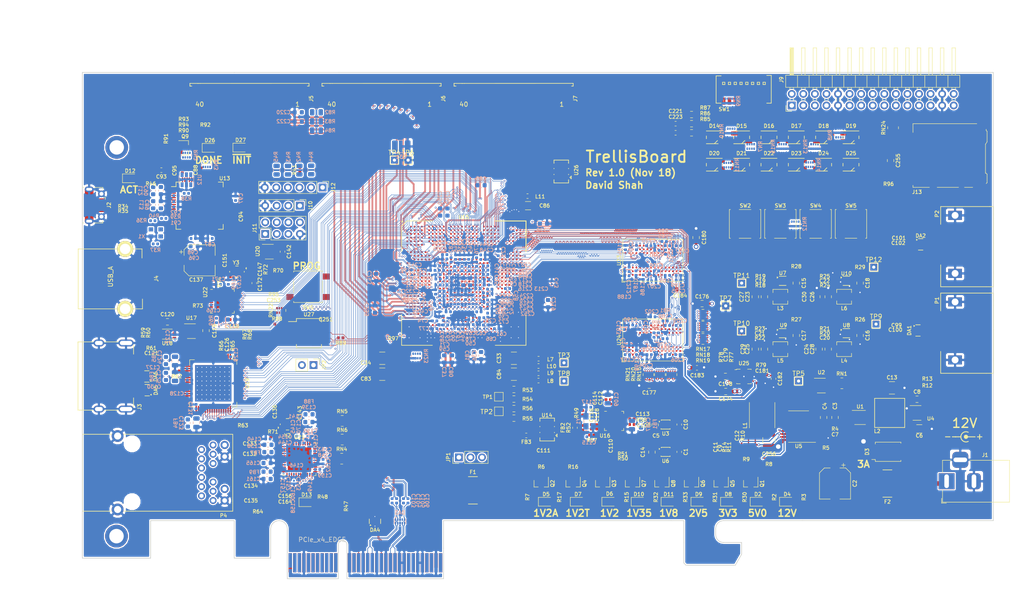
<source format=kicad_pcb>
(kicad_pcb (version 20171130) (host pcbnew 5.0.1)

  (general
    (thickness 1.6)
    (drawings 42)
    (tracks 21129)
    (zones 0)
    (modules 507)
    (nets 718)
  )

  (page A4)
  (layers
    (0 F.Cu signal)
    (1 In1.Cu signal)
    (2 In2.Cu signal)
    (3 In3.Cu signal)
    (4 In4.Cu signal)
    (5 In5.Cu signal)
    (6 In6.Cu signal)
    (31 B.Cu signal)
    (32 B.Adhes user)
    (33 F.Adhes user)
    (34 B.Paste user)
    (35 F.Paste user)
    (36 B.SilkS user)
    (37 F.SilkS user)
    (38 B.Mask user)
    (39 F.Mask user)
    (40 Dwgs.User user)
    (41 Cmts.User user)
    (42 Eco1.User user)
    (43 Eco2.User user)
    (44 Edge.Cuts user)
    (45 Margin user)
    (46 B.CrtYd user)
    (47 F.CrtYd user)
    (48 B.Fab user)
    (49 F.Fab user)
  )

  (setup
    (last_trace_width 0.0889)
    (user_trace_width 0.1)
    (user_trace_width 0.15)
    (user_trace_width 0.2)
    (user_trace_width 0.25)
    (user_trace_width 0.35)
    (user_trace_width 0.5)
    (user_trace_width 0.8)
    (user_trace_width 1)
    (trace_clearance 0.0889)
    (zone_clearance 0.254)
    (zone_45_only no)
    (trace_min 0.0889)
    (segment_width 0.2)
    (edge_width 0.15)
    (via_size 0.4)
    (via_drill 0.2)
    (via_min_size 0.4)
    (via_min_drill 0.2)
    (user_via 0.6 0.3)
    (user_via 0.8 0.5)
    (user_via 1 0.6)
    (user_via 1.5 1)
    (user_via 2 1.5)
    (uvia_size 0.3)
    (uvia_drill 0.1)
    (uvias_allowed no)
    (uvia_min_size 0.2)
    (uvia_min_drill 0.1)
    (pcb_text_width 0.3)
    (pcb_text_size 1.5 1.5)
    (mod_edge_width 0.15)
    (mod_text_size 1 1)
    (mod_text_width 0.15)
    (pad_size 1.524 1.524)
    (pad_drill 0.762)
    (pad_to_mask_clearance 0.051)
    (solder_mask_min_width 0.25)
    (aux_axis_origin 0 0)
    (visible_elements FFF9FFFF)
    (pcbplotparams
      (layerselection 0x010fc_ffffffff)
      (usegerberextensions false)
      (usegerberattributes false)
      (usegerberadvancedattributes false)
      (creategerberjobfile false)
      (excludeedgelayer true)
      (linewidth 0.100000)
      (plotframeref false)
      (viasonmask false)
      (mode 1)
      (useauxorigin false)
      (hpglpennumber 1)
      (hpglpenspeed 20)
      (hpglpendiameter 15.000000)
      (psnegative false)
      (psa4output false)
      (plotreference true)
      (plotvalue true)
      (plotinvisibletext false)
      (padsonsilk false)
      (subtractmaskfromsilk false)
      (outputformat 1)
      (mirror false)
      (drillshape 1)
      (scaleselection 1)
      (outputdirectory ""))
  )

  (net 0 "")
  (net 1 "/PCIe + SATA/DCU1_REFCLK-")
  (net 2 "/PCIe + SATA/DCU1_REFCLK+")
  (net 3 DDR3_A4)
  (net 4 DDR3_A6)
  (net 5 DDR3_A5)
  (net 6 DDR3_A7)
  (net 7 /DDR3/DDR3_VTT)
  (net 8 "Net-(RN2-Pad5)")
  (net 9 "Net-(RN2-Pad6)")
  (net 10 "Net-(R38-Pad2)")
  (net 11 "Net-(RN2-Pad7)")
  (net 12 +3V3)
  (net 13 /Power/1V2_EN)
  (net 14 /Power/2V5_EN)
  (net 15 /Power/1V35_EN)
  (net 16 "Net-(RN1-Pad4)")
  (net 17 +5V)
  (net 18 "Net-(RN1-Pad5)")
  (net 19 USD_D0)
  (net 20 USD_D3)
  (net 21 USD_CMD)
  (net 22 USD_D2)
  (net 23 "Net-(RN23-Pad1)")
  (net 24 GND)
  (net 25 "/FPGA IO/CFG0")
  (net 26 "Net-(RN23-Pad8)")
  (net 27 "/FPGA IO/CFG1")
  (net 28 "/FPGA IO/CFG2")
  (net 29 "/FPGA IO/FLASH_D3")
  (net 30 "/FPGA IO/FLASH_D1")
  (net 31 "/FPGA IO/FLASH_D2")
  (net 32 "/FPGA IO/FLASH_D0")
  (net 33 DDR3_WE)
  (net 34 DDR3_CKE)
  (net 35 DDR3_CS)
  (net 36 DDR3_ODT)
  (net 37 DDR3_CAS)
  (net 38 DDR3_BA2)
  (net 39 DDR3_RAS)
  (net 40 DDR3_BA1)
  (net 41 DDR3_A12)
  (net 42 DDR3_A14)
  (net 43 DDR3_A13)
  (net 44 DDR3_BA0)
  (net 45 DDR3_A11)
  (net 46 DDR3_A9)
  (net 47 DDR3_A10)
  (net 48 DDR3_A8)
  (net 49 DDR3_A0)
  (net 50 DDR3_A2)
  (net 51 DDR3_A1)
  (net 52 DDR3_A3)
  (net 53 "/HDMI, GbE, USB/ETH_LED2")
  (net 54 ETH_~RESET)
  (net 55 "/HDMI, GbE, USB/ETH_LED1")
  (net 56 RGMII_REF_CLK)
  (net 57 "Net-(D18-Pad4)")
  (net 58 "Net-(D20-Pad4)")
  (net 59 "Net-(D19-Pad4)")
  (net 60 "Net-(D21-Pad4)")
  (net 61 "Net-(D25-Pad4)")
  (net 62 "Net-(D23-Pad4)")
  (net 63 "Net-(D24-Pad4)")
  (net 64 "Net-(D22-Pad4)")
  (net 65 FTDI_D1_RX)
  (net 66 FTDI_~WR)
  (net 67 FTDI_~RD)
  (net 68 FTDI_~SIWU)
  (net 69 RGMII_RXD0)
  (net 70 RGMII_RXD2)
  (net 71 RGMII_RXD1)
  (net 72 RGMII_RXD3)
  (net 73 RGMII_RX_DV)
  (net 74 ETH_MDIO)
  (net 75 RGMII_RX_CLK)
  (net 76 ETH_INT_N)
  (net 77 "Net-(D17-Pad1)")
  (net 78 "Net-(D16-Pad1)")
  (net 79 "Net-(D14-Pad1)")
  (net 80 "Net-(D15-Pad1)")
  (net 81 DIP_SW1)
  (net 82 DIP_SW0)
  (net 83 DIP_SW2)
  (net 84 DIP_SW3)
  (net 85 DIP_SW7)
  (net 86 DIP_SW6)
  (net 87 DIP_SW4)
  (net 88 DIP_SW5)
  (net 89 "Net-(D14-Pad4)")
  (net 90 "Net-(D16-Pad4)")
  (net 91 "Net-(D15-Pad4)")
  (net 92 "Net-(D17-Pad4)")
  (net 93 "Net-(D21-Pad1)")
  (net 94 "Net-(D20-Pad1)")
  (net 95 "Net-(D18-Pad1)")
  (net 96 "Net-(D19-Pad1)")
  (net 97 BTN1)
  (net 98 BTN0)
  (net 99 BTN2)
  (net 100 BTN3)
  (net 101 "Net-(D25-Pad1)")
  (net 102 "Net-(D24-Pad1)")
  (net 103 "Net-(D22-Pad1)")
  (net 104 "Net-(D23-Pad1)")
  (net 105 "/FPGA IO/VCCIO7")
  (net 106 "Net-(R44-Pad2)")
  (net 107 JTAG_TDO)
  (net 108 JTAG_TDI)
  (net 109 "Net-(R43-Pad2)")
  (net 110 "Net-(R42-Pad2)")
  (net 111 JTAG_TCK)
  (net 112 JTAG_TMS)
  (net 113 "Net-(R45-Pad2)")
  (net 114 "/PCIe + SATA/CLKAUXO+")
  (net 115 "/PCIe + SATA/CLK150M-")
  (net 116 +1V8)
  (net 117 +2V5)
  (net 118 "/PCIe + SATA/CLKAUXO-")
  (net 119 "/FPGA IO/VCCIO6")
  (net 120 "/PCIe + SATA/CLK150M+")
  (net 121 CLK_SDA)
  (net 122 "Net-(R36-Pad2)")
  (net 123 FPGA_12MHz)
  (net 124 "/PCIe + SATA/PCIe_REFCLK+")
  (net 125 "/PCIe + SATA/PCIe_REFCLK-")
  (net 126 PCIe_12V)
  (net 127 "Net-(D13-Pad2)")
  (net 128 ~PERST)
  (net 129 "Net-(P3-PadA11)")
  (net 130 "Net-(D12-Pad2)")
  (net 131 "Net-(R40-Pad1)")
  (net 132 "Net-(R39-Pad1)")
  (net 133 "Net-(R38-Pad1)")
  (net 134 "Net-(R12-Pad2)")
  (net 135 "/PCIe + SATA/3V3_C")
  (net 136 "/PCIe + SATA/3V3_CA")
  (net 137 "Net-(R57-Pad1)")
  (net 138 "Net-(R58-Pad2)")
  (net 139 FABRIC_REFCLK)
  (net 140 "/HDMI, GbE, USB/PORT_SCL")
  (net 141 "/HDMI, GbE, USB/PORT_SDA")
  (net 142 "Net-(C121-Pad1)")
  (net 143 "Net-(R62-Pad1)")
  (net 144 /Power/3V3_PG)
  (net 145 "Net-(D27-Pad2)")
  (net 146 "/FPGA IO/~PROGRAM")
  (net 147 "Net-(R80-Pad1)")
  (net 148 "Net-(R81-Pad1)")
  (net 149 "/FPGA IO/FLASH_~CS")
  (net 150 "/FPGA IO/FLASH_CLK")
  (net 151 "/FPGA IO/DONE")
  (net 152 "Net-(Q9-Pad1)")
  (net 153 "Net-(D26-Pad2)")
  (net 154 "Net-(R79-Pad1)")
  (net 155 "/FPGA IO/~INIT")
  (net 156 "Net-(C9-Pad1)")
  (net 157 "Net-(C11-Pad1)")
  (net 158 "Net-(Q2-Pad3)")
  (net 159 "Net-(D5-Pad1)")
  (net 160 /Power/1V2_PG)
  (net 161 USD_D1)
  (net 162 USD_CLK)
  (net 163 "Net-(R97-Pad1)")
  (net 164 "Net-(Q2-Pad1)")
  (net 165 +1V2A)
  (net 166 "Net-(R5-Pad2)")
  (net 167 "Net-(D2-Pad2)")
  (net 168 "Net-(C7-Pad1)")
  (net 169 "Net-(D4-Pad2)")
  (net 170 +12V)
  (net 171 "Net-(R74-Pad1)")
  (net 172 "/Debug Interface/PORT_D-")
  (net 173 "/Debug Interface/FTDI_D-")
  (net 174 "/Debug Interface/FTDI_D+")
  (net 175 "/Debug Interface/PORT_D+")
  (net 176 "Net-(C22-Pad2)")
  (net 177 "Net-(R71-Pad2)")
  (net 178 "/HDMI, GbE, USB/USB_XO")
  (net 179 "/HDMI, GbE, USB/USB_XI")
  (net 180 "Net-(R73-Pad1)")
  (net 181 "/HDMI, GbE, USB/USBA_VBUS")
  (net 182 "/HDMI, GbE, USB/EXTVBUS")
  (net 183 DVI_SCL)
  (net 184 DVI_SDA)
  (net 185 CLK_SCL)
  (net 186 "Net-(R70-Pad1)")
  (net 187 "Net-(C175-Pad2)")
  (net 188 DDR3_CLK+)
  (net 189 "Net-(P4-Pad16)")
  (net 190 "Net-(R66-Pad1)")
  (net 191 "Net-(R65-Pad1)")
  (net 192 "/HDMI, GbE, USB/HDMI_HPD")
  (net 193 DDR3_CLK-)
  (net 194 "Net-(C179-Pad1)")
  (net 195 +1V35)
  (net 196 +1V2)
  (net 197 "Net-(D10-Pad2)")
  (net 198 "Net-(P4-Pad14)")
  (net 199 "Net-(C12-Pad2)")
  (net 200 "Net-(D6-Pad2)")
  (net 201 +1V2T)
  (net 202 "Net-(Q4-Pad1)")
  (net 203 "Net-(Q4-Pad3)")
  (net 204 "Net-(D7-Pad1)")
  (net 205 "Net-(C19-Pad2)")
  (net 206 "Net-(C20-Pad2)")
  (net 207 "Net-(C21-Pad2)")
  (net 208 "/Debug Interface/FTDI_12MHz")
  (net 209 "Net-(D11-Pad2)")
  (net 210 /Power/2V5_PG)
  (net 211 /Power/1V35_PG)
  (net 212 /Power/1V8_PG)
  (net 213 "Net-(D8-Pad2)")
  (net 214 "Net-(D9-Pad2)")
  (net 215 "Net-(C8-Pad2)")
  (net 216 "Net-(C8-Pad1)")
  (net 217 /Power/PWR_EN)
  (net 218 "/HDMI, GbE, USB/HDMI_5V")
  (net 219 "Net-(U17-Pad3)")
  (net 220 "Net-(D9-Pad1)")
  (net 221 "Net-(D11-Pad1)")
  (net 222 "Net-(D26-Pad1)")
  (net 223 "Net-(D2-Pad1)")
  (net 224 "Net-(D6-Pad1)")
  (net 225 "Net-(D10-Pad1)")
  (net 226 "Net-(D8-Pad1)")
  (net 227 "Net-(U1-Pad3)")
  (net 228 DDR3_Vref)
  (net 229 DDR3_Vtt_EN)
  (net 230 "Net-(U5-Pad2)")
  (net 231 "Net-(L1-Pad1)")
  (net 232 "Net-(C11-Pad2)")
  (net 233 "Net-(U13-Pad3)")
  (net 234 "/Debug Interface/Vphy")
  (net 235 "/Debug Interface/Vpll")
  (net 236 "/Debug Interface/JTAG_ACT")
  (net 237 "Net-(U13-Pad22)")
  (net 238 "Net-(U13-Pad23)")
  (net 239 "Net-(U13-Pad24)")
  (net 240 "Net-(U13-Pad26)")
  (net 241 "Net-(U13-Pad27)")
  (net 242 "Net-(U13-Pad28)")
  (net 243 "Net-(U13-Pad29)")
  (net 244 "Net-(U13-Pad30)")
  (net 245 "Net-(U13-Pad32)")
  (net 246 "Net-(U13-Pad33)")
  (net 247 "Net-(U13-Pad34)")
  (net 248 "Net-(U13-Pad36)")
  (net 249 FTDI_D0_TX)
  (net 250 FTDI_D2)
  (net 251 FTDI_D3)
  (net 252 FTDI_D4)
  (net 253 FTDI_D5)
  (net 254 FTDI_D6)
  (net 255 FTDI_D7)
  (net 256 FTDI_~RXF)
  (net 257 "Net-(U13-Pad49)")
  (net 258 "Net-(U13-Pad50)")
  (net 259 FTDI_~TXE)
  (net 260 "Net-(U13-Pad57)")
  (net 261 "Net-(U13-Pad58)")
  (net 262 "Net-(U13-Pad59)")
  (net 263 "Net-(U13-Pad60)")
  (net 264 "/HDMI, GbE, USB/DVI_DVDD")
  (net 265 DVI_DE)
  (net 266 DVI_HSYNC)
  (net 267 DVI_VSYNC)
  (net 268 "Net-(U19-Pad11)")
  (net 269 "/HDMI, GbE, USB/DVI_PVDD")
  (net 270 "/HDMI, GbE, USB/TMDS_CLK-")
  (net 271 "/HDMI, GbE, USB/TMDS_CLK+")
  (net 272 "/HDMI, GbE, USB/DVI_TVDD")
  (net 273 "/HDMI, GbE, USB/TMDS_D0-")
  (net 274 "/HDMI, GbE, USB/TMDS_D0+")
  (net 275 "/HDMI, GbE, USB/TMDS_D1-")
  (net 276 "/HDMI, GbE, USB/TMDS_D1+")
  (net 277 "/HDMI, GbE, USB/TMDS_D2-")
  (net 278 "/HDMI, GbE, USB/TMDS_D2+")
  (net 279 DVI_D23)
  (net 280 DVI_D22)
  (net 281 DVI_D21)
  (net 282 DVI_D20)
  (net 283 DVI_D19)
  (net 284 DVI_D18)
  (net 285 DVI_D17)
  (net 286 DVI_D16)
  (net 287 DVI_D15)
  (net 288 DVI_D14)
  (net 289 DVI_D13)
  (net 290 DVI_D12)
  (net 291 "Net-(U19-Pad49)")
  (net 292 DVI_D11)
  (net 293 DVI_D10)
  (net 294 DVI_D9)
  (net 295 DVI_D8)
  (net 296 DVI_D7)
  (net 297 DVI_D6)
  (net 298 DVI_CLK)
  (net 299 DVI_D5)
  (net 300 DVI_D4)
  (net 301 DVI_D3)
  (net 302 DVI_D2)
  (net 303 DVI_D1)
  (net 304 DVI_D0)
  (net 305 "/HDMI, GbE, USB/AVDDH")
  (net 306 "/HDMI, GbE, USB/MX4-")
  (net 307 "/HDMI, GbE, USB/MX4+")
  (net 308 "/HDMI, GbE, USB/AVDDL")
  (net 309 "/HDMI, GbE, USB/MX3-")
  (net 310 "/HDMI, GbE, USB/MX3+")
  (net 311 "/HDMI, GbE, USB/MX2-")
  (net 312 "/HDMI, GbE, USB/MX2+")
  (net 313 "/HDMI, GbE, USB/MX1-")
  (net 314 "/HDMI, GbE, USB/MX1+")
  (net 315 "Net-(U21-Pad13)")
  (net 316 RGMII_TXD0)
  (net 317 RGMII_TXD1)
  (net 318 RGMII_TXD2)
  (net 319 RGMII_TXD3)
  (net 320 RGMII_TX_CLK)
  (net 321 RGMII_TX_EN)
  (net 322 ETH_MDC)
  (net 323 "Net-(U21-Pad43)")
  (net 324 "/HDMI, GbE, USB/AVDDL_PLL")
  (net 325 "/HDMI, GbE, USB/ETH_XO")
  (net 326 "/HDMI, GbE, USB/ETH_XI")
  (net 327 "Net-(U21-Pad47)")
  (net 328 "Net-(U22-Pad3)")
  (net 329 "Net-(U22-Pad5)")
  (net 330 "/HDMI, GbE, USB/USBA_D+")
  (net 331 "/HDMI, GbE, USB/USBA_D-")
  (net 332 ULPI_RESET)
  (net 333 ULPI_NXT)
  (net 334 ULPI_DIR)
  (net 335 ULPI_STP)
  (net 336 ULPI_CLKO)
  (net 337 "/HDMI, GbE, USB/USB1V8")
  (net 338 ULPI_D7)
  (net 339 ULPI_D6)
  (net 340 ULPI_D5)
  (net 341 ULPI_D4)
  (net 342 ULPI_D3)
  (net 343 ULPI_D2)
  (net 344 ULPI_D1)
  (net 345 ULPI_D0)
  (net 346 "Net-(C117-Pad1)")
  (net 347 "Net-(C115-Pad2)")
  (net 348 CLK_SD_OE)
  (net 349 "Net-(U16-Pad11)")
  (net 350 "Net-(U16-Pad12)")
  (net 351 "/PCIe + SATA/1V8_C")
  (net 352 "Net-(U16-Pad16)")
  (net 353 "/PCIe + SATA/DCU0_REFCLK-")
  (net 354 "/PCIe + SATA/DCU0_REFCLK+")
  (net 355 "Net-(U16-Pad24)")
  (net 356 DDR3_DQ13)
  (net 357 DDR3_DQ15)
  (net 358 DDR3_DQ12)
  (net 359 DDR3_DQS1-)
  (net 360 DDR3_DQ14)
  (net 361 DDR3_DQ11)
  (net 362 DDR3_DQ9)
  (net 363 DDR3_DQS1+)
  (net 364 DDR3_DQ10)
  (net 365 DDR3_DM1)
  (net 366 DDR3_DQ8)
  (net 367 DDR3_DQ0)
  (net 368 DDR3_DM0)
  (net 369 DDR3_DQ2)
  (net 370 DDR3_DQS0+)
  (net 371 DDR3_DQ1)
  (net 372 DDR3_DQ3)
  (net 373 DDR3_DQ6)
  (net 374 DDR3_DQS0-)
  (net 375 DDR3_DQ4)
  (net 376 DDR3_DQ7)
  (net 377 DDR3_DQ5)
  (net 378 "Net-(U23-PadJ1)")
  (net 379 "Net-(U23-PadJ9)")
  (net 380 "Net-(U23-PadL1)")
  (net 381 "Net-(U23-PadL9)")
  (net 382 "Net-(U23-PadM7)")
  (net 383 DDR3_RESET)
  (net 384 "Net-(U24-PadM7)")
  (net 385 "Net-(U24-PadL9)")
  (net 386 "Net-(U24-PadL1)")
  (net 387 "Net-(U24-PadJ9)")
  (net 388 "Net-(U24-PadJ1)")
  (net 389 DDR3_DQ21)
  (net 390 DDR3_DQ23)
  (net 391 DDR3_DQ20)
  (net 392 DDR3_DQS2-)
  (net 393 DDR3_DQ22)
  (net 394 DDR3_DQ19)
  (net 395 DDR3_DQ17)
  (net 396 DDR3_DQS2+)
  (net 397 DDR3_DQ18)
  (net 398 DDR3_DM2)
  (net 399 DDR3_DQ16)
  (net 400 DDR3_DQ24)
  (net 401 DDR3_DM3)
  (net 402 DDR3_DQ26)
  (net 403 DDR3_DQS3+)
  (net 404 DDR3_DQ25)
  (net 405 DDR3_DQ27)
  (net 406 DDR3_DQ30)
  (net 407 DDR3_DQS3-)
  (net 408 DDR3_DQ28)
  (net 409 DDR3_DQ31)
  (net 410 DDR3_DQ29)
  (net 411 "Net-(X1-Pad1)")
  (net 412 "Net-(L4-Pad1)")
  (net 413 "Net-(L5-Pad1)")
  (net 414 "Net-(L3-Pad1)")
  (net 415 "Net-(L6-Pad1)")
  (net 416 "Net-(C111-Pad1)")
  (net 417 "/FPGA Core Power/VCCHTX1")
  (net 418 "/FPGA Core Power/VCCHTX0")
  (net 419 "/FPGA Core Power/VCCA0")
  (net 420 "/FPGA Core Power/VCCAUX")
  (net 421 "/FPGA Core Power/VCCA1")
  (net 422 "/PCIe + SATA/SATA1_A+")
  (net 423 "/PCIe + SATA/SATA1_A-")
  (net 424 "/PCIe + SATA/DCU1_RX1-")
  (net 425 "/PCIe + SATA/DCU1_RX1+")
  (net 426 "/PCIe + SATA/SATA0_A+")
  (net 427 "/PCIe + SATA/SATA0_A-")
  (net 428 "/PCIe + SATA/DCU1_RX0-")
  (net 429 "/PCIe + SATA/DCU1_RX0+")
  (net 430 "/PCIe + SATA/PCIe_HSI0+")
  (net 431 "/PCIe + SATA/PCIe_HSI0-")
  (net 432 "/PCIe + SATA/PCIe_HSI1+")
  (net 433 "/PCIe + SATA/PCIe_HSI1-")
  (net 434 "/PCIe + SATA/DCU0_RX0+")
  (net 435 "/PCIe + SATA/DCU0_RX0-")
  (net 436 "/PCIe + SATA/DCU0_RX1+")
  (net 437 "/PCIe + SATA/DCU0_RX1-")
  (net 438 "Net-(U6-Pad2)")
  (net 439 "Net-(U6-Pad5)")
  (net 440 "Net-(U3-Pad5)")
  (net 441 "Net-(U3-Pad2)")
  (net 442 "Net-(U10-Pad4)")
  (net 443 "Net-(U9-Pad4)")
  (net 444 "Net-(U8-Pad4)")
  (net 445 "Net-(U7-Pad4)")
  (net 446 "Net-(J5-Pad38)")
  (net 447 "/FPGA IO/EXT0_11-")
  (net 448 "/FPGA IO/EXT0_11+")
  (net 449 "/FPGA IO/EXT0_10-")
  (net 450 "/FPGA IO/EXT0_10+")
  (net 451 "/FPGA IO/EXT0_9-")
  (net 452 "/FPGA IO/EXT0_9+")
  (net 453 "/FPGA IO/EXT0_8-")
  (net 454 "/FPGA IO/EXT0_8+")
  (net 455 "/FPGA IO/EXT0_7-")
  (net 456 "/FPGA IO/EXT0_7+")
  (net 457 "/FPGA IO/EXT0_6-")
  (net 458 "/FPGA IO/EXT0_6+")
  (net 459 "/FPGA IO/EXT0_5-")
  (net 460 "/FPGA IO/EXT0_5+")
  (net 461 "/FPGA IO/EXT0_4-")
  (net 462 "/FPGA IO/EXT0_4+")
  (net 463 "/FPGA IO/EXT0_3-")
  (net 464 "/FPGA IO/EXT0_3+")
  (net 465 "/FPGA IO/EXT0_2-")
  (net 466 "/FPGA IO/EXT0_2+")
  (net 467 "/FPGA IO/EXT0_1-")
  (net 468 "/FPGA IO/EXT0_1+")
  (net 469 "/FPGA IO/EXT0_0-")
  (net 470 "/FPGA IO/EXT0_0+")
  (net 471 "Net-(J6-Pad38)")
  (net 472 "/FPGA IO/EXT1_11-")
  (net 473 "/FPGA IO/EXT1_11+")
  (net 474 "/FPGA IO/EXT1_10-")
  (net 475 "/FPGA IO/EXT1_10+")
  (net 476 "/FPGA IO/EXT1_9-")
  (net 477 "/FPGA IO/EXT1_9+")
  (net 478 "/FPGA IO/EXT1_8-")
  (net 479 "/FPGA IO/EXT1_8+")
  (net 480 "/FPGA IO/EXT1_7-")
  (net 481 "/FPGA IO/EXT1_7+")
  (net 482 "/FPGA IO/EXT1_6-")
  (net 483 "/FPGA IO/EXT1_6+")
  (net 484 "/FPGA IO/EXT1_5-")
  (net 485 "/FPGA IO/EXT1_5+")
  (net 486 "/FPGA IO/EXT1_4-")
  (net 487 "/FPGA IO/EXT1_4+")
  (net 488 "/FPGA IO/EXT1_3-")
  (net 489 "/FPGA IO/EXT1_3+")
  (net 490 "/FPGA IO/EXT1_2-")
  (net 491 "/FPGA IO/EXT1_2+")
  (net 492 "/FPGA IO/EXT1_1-")
  (net 493 "/FPGA IO/EXT1_1+")
  (net 494 "/FPGA IO/EXT1_0-")
  (net 495 "/FPGA IO/EXT1_0+")
  (net 496 "/FPGA IO/EXT2_0+")
  (net 497 "/FPGA IO/EXT2_0-")
  (net 498 "/FPGA IO/EXT2_1+")
  (net 499 "/FPGA IO/EXT2_1-")
  (net 500 "/FPGA IO/EXT2_2+")
  (net 501 "/FPGA IO/EXT2_2-")
  (net 502 "/FPGA IO/EXT2_3+")
  (net 503 "/FPGA IO/EXT2_3-")
  (net 504 "/FPGA IO/EXT2_4+")
  (net 505 "/FPGA IO/EXT2_4-")
  (net 506 "/FPGA IO/EXT2_5+")
  (net 507 "/FPGA IO/EXT2_5-")
  (net 508 "/FPGA IO/EXT2_6+")
  (net 509 "/FPGA IO/EXT2_6-")
  (net 510 "/FPGA IO/EXT2_7+")
  (net 511 "/FPGA IO/EXT2_7-")
  (net 512 "/FPGA IO/EXT2_8+")
  (net 513 "/FPGA IO/EXT2_8-")
  (net 514 "/FPGA IO/EXT2_9+")
  (net 515 "/FPGA IO/EXT2_9-")
  (net 516 "/FPGA IO/EXT2_10+")
  (net 517 "/FPGA IO/EXT2_10-")
  (net 518 "/FPGA IO/EXT2_11+")
  (net 519 "/FPGA IO/EXT2_11-")
  (net 520 "Net-(J7-Pad38)")
  (net 521 "Net-(C132-Pad1)")
  (net 522 "Net-(C135-Pad1)")
  (net 523 "Net-(C133-Pad1)")
  (net 524 "Net-(C134-Pad1)")
  (net 525 "Net-(P3-PadB5)")
  (net 526 "Net-(P3-PadB6)")
  (net 527 "Net-(P3-PadB8)")
  (net 528 "Net-(P3-PadB9)")
  (net 529 "Net-(P3-PadB10)")
  (net 530 PCIe_~WAKE)
  (net 531 "Net-(P3-PadB12)")
  (net 532 "/PCIe + SATA/~PRSNT2~_X1")
  (net 533 "Net-(P3-PadB23)")
  (net 534 "Net-(P3-PadB24)")
  (net 535 "Net-(P3-PadB27)")
  (net 536 "Net-(P3-PadB28)")
  (net 537 "Net-(P3-PadB30)")
  (net 538 "/PCIe + SATA/~PRSNT2~_X4")
  (net 539 "/PCIe + SATA/~PRSNT1")
  (net 540 "Net-(P3-PadA5)")
  (net 541 "Net-(P3-PadA6)")
  (net 542 "Net-(P3-PadA7)")
  (net 543 "Net-(P3-PadA8)")
  (net 544 "Net-(P3-PadA9)")
  (net 545 "Net-(P3-PadA10)")
  (net 546 "Net-(P3-PadA19)")
  (net 547 "Net-(P3-PadA25)")
  (net 548 "Net-(P3-PadA26)")
  (net 549 "Net-(P3-PadA29)")
  (net 550 "Net-(P3-PadA30)")
  (net 551 "Net-(P3-PadA32)")
  (net 552 "Net-(U14-Pad2)")
  (net 553 "Net-(U14-Pad1)")
  (net 554 "Net-(U26-Pad1)")
  (net 555 "Net-(U26-Pad2)")
  (net 556 "/FPGA IO/CLK100+")
  (net 557 "/FPGA IO/CLK100-")
  (net 558 "Net-(J3-Pad14)")
  (net 559 "Net-(J3-Pad13)")
  (net 560 LED2)
  (net 561 LED11)
  (net 562 LED10)
  (net 563 LED0)
  (net 564 LED1)
  (net 565 LED3)
  (net 566 LED4)
  (net 567 LED5)
  (net 568 LED6)
  (net 569 LED7)
  (net 570 LED8)
  (net 571 LED9)
  (net 572 "Net-(F2-Pad2)")
  (net 573 "Net-(U15-PadR1)")
  (net 574 "Net-(U15-PadA2)")
  (net 575 "Net-(U15-PadT2)")
  (net 576 "Net-(U15-PadAB2)")
  (net 577 "Net-(U15-PadAC2)")
  (net 578 "Net-(U15-PadAE2)")
  (net 579 "Net-(U15-PadAG2)")
  (net 580 "Net-(U15-PadA3)")
  (net 581 "Net-(U15-PadV3)")
  (net 582 "Net-(U15-PadW3)")
  (net 583 "Net-(U15-PadY3)")
  (net 584 "Net-(U15-PadAC3)")
  (net 585 "Net-(U15-PadAG3)")
  (net 586 "Net-(U15-PadAL3)")
  (net 587 "Net-(U15-PadB4)")
  (net 588 "Net-(U15-PadH4)")
  (net 589 "Net-(U15-PadAC4)")
  (net 590 "Net-(U15-PadA5)")
  (net 591 "Net-(U15-PadL5)")
  (net 592 "Net-(U15-PadW6)")
  (net 593 "Net-(U15-PadD7)")
  (net 594 "Net-(U15-PadE7)")
  (net 595 "Net-(U15-PadAE7)")
  (net 596 "Net-(U15-PadG9)")
  (net 597 "/PCIe + SATA/DCU0_TX0+")
  (net 598 "Net-(U15-PadG10)")
  (net 599 "/PCIe + SATA/DCU0_TX0-")
  (net 600 "Net-(U15-PadG11)")
  (net 601 "/PCIe + SATA/DCU0_TX1+")
  (net 602 "/PCIe + SATA/DCU0_TX1-")
  (net 603 "/FPGA IO/PMOD1_10")
  (net 604 "/FPGA IO/PMOD1_9")
  (net 605 "Net-(U15-PadG14)")
  (net 606 "Net-(U15-PadG15)")
  (net 607 "Net-(U15-PadAK15)")
  (net 608 "Net-(U15-PadG16)")
  (net 609 "Net-(U15-PadAK16)")
  (net 610 "Net-(U15-PadG17)")
  (net 611 "Net-(U15-PadG18)")
  (net 612 "/PCIe + SATA/DCU1_TX0+")
  (net 613 "Net-(U15-PadG19)")
  (net 614 "/PCIe + SATA/DCU1_TX0-")
  (net 615 "/FPGA IO/PMOD1_8")
  (net 616 "/FPGA IO/PMOD1_7")
  (net 617 "/PCIe + SATA/DCU1_TX1+")
  (net 618 "/PCIe + SATA/DCU1_TX1-")
  (net 619 "/FPGA IO/EXIO_5")
  (net 620 "/FPGA IO/EXIO_4")
  (net 621 "/FPGA IO/EXIO_3")
  (net 622 "Net-(U15-PadG22)")
  (net 623 "/FPGA IO/PMOD1_3")
  (net 624 "/FPGA IO/PMOD1_2")
  (net 625 "/FPGA IO/PMOD1_0")
  (net 626 "/FPGA IO/PMOD1_1")
  (net 627 "/FPGA IO/EXIO_2")
  (net 628 "Net-(U15-PadG23)")
  (net 629 "/FPGA IO/EXIO_1")
  (net 630 "/FPGA IO/PMOD0_10")
  (net 631 "/FPGA IO/EXIO_0")
  (net 632 "/FPGA IO/PMOD0_9")
  (net 633 "Net-(U15-PadG24)")
  (net 634 "Net-(U15-PadAG24)")
  (net 635 "Net-(U15-PadAK24)")
  (net 636 "/FPGA IO/PMOD0_8")
  (net 637 "/FPGA IO/PMOD0_3")
  (net 638 "/FPGA IO/PMOD0_7")
  (net 639 "/FPGA IO/PMOD0_2")
  (net 640 "/FPGA IO/PMOD0_1")
  (net 641 "Net-(U15-PadAK25)")
  (net 642 "/FPGA IO/PMOD0_0")
  (net 643 "Net-(U15-PadB26)")
  (net 644 "Net-(U15-PadE26)")
  (net 645 "Net-(U15-PadAE26)")
  (net 646 "Net-(U15-PadH27)")
  (net 647 "Net-(U15-PadJ27)")
  (net 648 "Net-(U15-PadW27)")
  (net 649 "Net-(U15-PadC28)")
  (net 650 "Net-(U15-PadD28)")
  (net 651 "Net-(U15-PadH28)")
  (net 652 "Net-(U15-PadL28)")
  (net 653 "Net-(U15-PadP28)")
  (net 654 "Net-(U15-PadAC28)")
  (net 655 "Net-(U15-PadAE28)")
  (net 656 "Net-(U15-PadC29)")
  (net 657 "Net-(U15-PadH29)")
  (net 658 "Net-(U15-PadP29)")
  (net 659 "Net-(U15-PadAB29)")
  (net 660 "Net-(U15-PadAC29)")
  (net 661 "Net-(U15-PadAE29)")
  (net 662 "Net-(U15-PadAJ29)")
  (net 663 "Net-(U15-PadC30)")
  (net 664 "Net-(U15-PadP30)")
  (net 665 "Net-(U15-PadR30)")
  (net 666 "Net-(U15-PadV30)")
  (net 667 "Net-(U15-PadAB30)")
  (net 668 "Net-(U15-PadAE30)")
  (net 669 "Net-(U15-PadAJ30)")
  (net 670 "Net-(U15-PadA31)")
  (net 671 "Net-(U15-PadAG31)")
  (net 672 "Net-(U15-PadAK31)")
  (net 673 "Net-(U15-PadAG32)")
  (net 674 "Net-(J2-Pad1)")
  (net 675 "Net-(J2-Pad4)")
  (net 676 "Net-(U15-PadT30)")
  (net 677 "Net-(U15-PadAE27)")
  (net 678 "Net-(U15-PadAD27)")
  (net 679 "Net-(U15-PadF30)")
  (net 680 "Net-(U15-PadN27)")
  (net 681 "Net-(U15-PadU27)")
  (net 682 "Net-(U15-PadU29)")
  (net 683 "Net-(U15-PadW30)")
  (net 684 "Net-(U15-PadY30)")
  (net 685 "Net-(U15-PadY29)")
  (net 686 "Net-(U15-PadW1)")
  (net 687 "Net-(U15-PadV1)")
  (net 688 "Net-(U15-PadY7)")
  (net 689 "Net-(U15-PadY6)")
  (net 690 "Net-(U15-PadAC5)")
  (net 691 "Net-(U15-PadAD4)")
  (net 692 "Net-(U15-PadY4)")
  (net 693 "Net-(U15-PadW4)")
  (net 694 "Net-(U15-PadP7)")
  (net 695 "Net-(U15-PadN7)")
  (net 696 "Net-(U15-PadL7)")
  (net 697 "Net-(U15-PadP6)")
  (net 698 "Net-(U15-PadN6)")
  (net 699 "Net-(U15-PadL6)")
  (net 700 "Net-(U15-PadK5)")
  (net 701 "Net-(U15-PadN4)")
  (net 702 "Net-(U15-PadL4)")
  (net 703 "Net-(U15-PadK4)")
  (net 704 "Net-(U15-PadJ4)")
  (net 705 "Net-(U15-PadN3)")
  (net 706 "Net-(U15-PadL3)")
  (net 707 "Net-(U15-PadL2)")
  (net 708 "Net-(U15-PadK2)")
  (net 709 "Net-(U15-PadL1)")
  (net 710 "Net-(U15-PadK1)")
  (net 711 "Net-(U15-PadJ1)")
  (net 712 "Net-(U15-PadD1)")
  (net 713 "Net-(U15-PadC1)")
  (net 714 "Net-(U15-PadF2)")
  (net 715 "Net-(U15-PadE1)")
  (net 716 "Net-(U15-PadE4)")
  (net 717 "Net-(U15-PadD4)")

  (net_class Default "This is the default net class."
    (clearance 0.0889)
    (trace_width 0.0889)
    (via_dia 0.4)
    (via_drill 0.2)
    (uvia_dia 0.3)
    (uvia_drill 0.1)
    (diff_pair_gap 0.11)
    (diff_pair_width 0.11)
    (add_net +12V)
    (add_net +1V2)
    (add_net +1V2A)
    (add_net +1V2T)
    (add_net +1V35)
    (add_net +1V8)
    (add_net +2V5)
    (add_net +3V3)
    (add_net +5V)
    (add_net /DDR3/DDR3_VTT)
    (add_net "/Debug Interface/FTDI_12MHz")
    (add_net "/Debug Interface/FTDI_D+")
    (add_net "/Debug Interface/FTDI_D-")
    (add_net "/Debug Interface/JTAG_ACT")
    (add_net "/Debug Interface/PORT_D+")
    (add_net "/Debug Interface/PORT_D-")
    (add_net "/Debug Interface/Vphy")
    (add_net "/Debug Interface/Vpll")
    (add_net "/FPGA Core Power/VCCA0")
    (add_net "/FPGA Core Power/VCCA1")
    (add_net "/FPGA Core Power/VCCAUX")
    (add_net "/FPGA Core Power/VCCHTX0")
    (add_net "/FPGA Core Power/VCCHTX1")
    (add_net "/FPGA IO/CFG0")
    (add_net "/FPGA IO/CFG1")
    (add_net "/FPGA IO/CFG2")
    (add_net "/FPGA IO/CLK100+")
    (add_net "/FPGA IO/CLK100-")
    (add_net "/FPGA IO/DONE")
    (add_net "/FPGA IO/EXIO_0")
    (add_net "/FPGA IO/EXIO_1")
    (add_net "/FPGA IO/EXIO_2")
    (add_net "/FPGA IO/EXIO_3")
    (add_net "/FPGA IO/EXIO_4")
    (add_net "/FPGA IO/EXIO_5")
    (add_net "/FPGA IO/EXT0_0+")
    (add_net "/FPGA IO/EXT0_0-")
    (add_net "/FPGA IO/EXT0_1+")
    (add_net "/FPGA IO/EXT0_1-")
    (add_net "/FPGA IO/EXT0_10+")
    (add_net "/FPGA IO/EXT0_10-")
    (add_net "/FPGA IO/EXT0_11+")
    (add_net "/FPGA IO/EXT0_11-")
    (add_net "/FPGA IO/EXT0_2+")
    (add_net "/FPGA IO/EXT0_2-")
    (add_net "/FPGA IO/EXT0_3+")
    (add_net "/FPGA IO/EXT0_3-")
    (add_net "/FPGA IO/EXT0_4+")
    (add_net "/FPGA IO/EXT0_4-")
    (add_net "/FPGA IO/EXT0_5+")
    (add_net "/FPGA IO/EXT0_5-")
    (add_net "/FPGA IO/EXT0_6+")
    (add_net "/FPGA IO/EXT0_6-")
    (add_net "/FPGA IO/EXT0_7+")
    (add_net "/FPGA IO/EXT0_7-")
    (add_net "/FPGA IO/EXT0_8+")
    (add_net "/FPGA IO/EXT0_8-")
    (add_net "/FPGA IO/EXT0_9+")
    (add_net "/FPGA IO/EXT0_9-")
    (add_net "/FPGA IO/EXT1_0+")
    (add_net "/FPGA IO/EXT1_0-")
    (add_net "/FPGA IO/EXT1_1+")
    (add_net "/FPGA IO/EXT1_1-")
    (add_net "/FPGA IO/EXT1_10+")
    (add_net "/FPGA IO/EXT1_10-")
    (add_net "/FPGA IO/EXT1_11+")
    (add_net "/FPGA IO/EXT1_11-")
    (add_net "/FPGA IO/EXT1_2+")
    (add_net "/FPGA IO/EXT1_2-")
    (add_net "/FPGA IO/EXT1_3+")
    (add_net "/FPGA IO/EXT1_3-")
    (add_net "/FPGA IO/EXT1_4+")
    (add_net "/FPGA IO/EXT1_4-")
    (add_net "/FPGA IO/EXT1_5+")
    (add_net "/FPGA IO/EXT1_5-")
    (add_net "/FPGA IO/EXT1_6+")
    (add_net "/FPGA IO/EXT1_6-")
    (add_net "/FPGA IO/EXT1_7+")
    (add_net "/FPGA IO/EXT1_7-")
    (add_net "/FPGA IO/EXT1_8+")
    (add_net "/FPGA IO/EXT1_8-")
    (add_net "/FPGA IO/EXT1_9+")
    (add_net "/FPGA IO/EXT1_9-")
    (add_net "/FPGA IO/EXT2_0+")
    (add_net "/FPGA IO/EXT2_0-")
    (add_net "/FPGA IO/EXT2_1+")
    (add_net "/FPGA IO/EXT2_1-")
    (add_net "/FPGA IO/EXT2_10+")
    (add_net "/FPGA IO/EXT2_10-")
    (add_net "/FPGA IO/EXT2_11+")
    (add_net "/FPGA IO/EXT2_11-")
    (add_net "/FPGA IO/EXT2_2+")
    (add_net "/FPGA IO/EXT2_2-")
    (add_net "/FPGA IO/EXT2_3+")
    (add_net "/FPGA IO/EXT2_3-")
    (add_net "/FPGA IO/EXT2_4+")
    (add_net "/FPGA IO/EXT2_4-")
    (add_net "/FPGA IO/EXT2_5+")
    (add_net "/FPGA IO/EXT2_5-")
    (add_net "/FPGA IO/EXT2_6+")
    (add_net "/FPGA IO/EXT2_6-")
    (add_net "/FPGA IO/EXT2_7+")
    (add_net "/FPGA IO/EXT2_7-")
    (add_net "/FPGA IO/EXT2_8+")
    (add_net "/FPGA IO/EXT2_8-")
    (add_net "/FPGA IO/EXT2_9+")
    (add_net "/FPGA IO/EXT2_9-")
    (add_net "/FPGA IO/FLASH_CLK")
    (add_net "/FPGA IO/FLASH_D0")
    (add_net "/FPGA IO/FLASH_D1")
    (add_net "/FPGA IO/FLASH_D2")
    (add_net "/FPGA IO/FLASH_D3")
    (add_net "/FPGA IO/FLASH_~CS")
    (add_net "/FPGA IO/PMOD0_0")
    (add_net "/FPGA IO/PMOD0_1")
    (add_net "/FPGA IO/PMOD0_10")
    (add_net "/FPGA IO/PMOD0_2")
    (add_net "/FPGA IO/PMOD0_3")
    (add_net "/FPGA IO/PMOD0_7")
    (add_net "/FPGA IO/PMOD0_8")
    (add_net "/FPGA IO/PMOD0_9")
    (add_net "/FPGA IO/PMOD1_0")
    (add_net "/FPGA IO/PMOD1_1")
    (add_net "/FPGA IO/PMOD1_10")
    (add_net "/FPGA IO/PMOD1_2")
    (add_net "/FPGA IO/PMOD1_3")
    (add_net "/FPGA IO/PMOD1_7")
    (add_net "/FPGA IO/PMOD1_8")
    (add_net "/FPGA IO/PMOD1_9")
    (add_net "/FPGA IO/VCCIO6")
    (add_net "/FPGA IO/VCCIO7")
    (add_net "/FPGA IO/~INIT")
    (add_net "/FPGA IO/~PROGRAM")
    (add_net "/HDMI, GbE, USB/AVDDH")
    (add_net "/HDMI, GbE, USB/AVDDL")
    (add_net "/HDMI, GbE, USB/AVDDL_PLL")
    (add_net "/HDMI, GbE, USB/DVI_DVDD")
    (add_net "/HDMI, GbE, USB/DVI_PVDD")
    (add_net "/HDMI, GbE, USB/DVI_TVDD")
    (add_net "/HDMI, GbE, USB/ETH_LED1")
    (add_net "/HDMI, GbE, USB/ETH_LED2")
    (add_net "/HDMI, GbE, USB/ETH_XI")
    (add_net "/HDMI, GbE, USB/ETH_XO")
    (add_net "/HDMI, GbE, USB/EXTVBUS")
    (add_net "/HDMI, GbE, USB/HDMI_5V")
    (add_net "/HDMI, GbE, USB/HDMI_HPD")
    (add_net "/HDMI, GbE, USB/MX1+")
    (add_net "/HDMI, GbE, USB/MX1-")
    (add_net "/HDMI, GbE, USB/MX2+")
    (add_net "/HDMI, GbE, USB/MX2-")
    (add_net "/HDMI, GbE, USB/MX3+")
    (add_net "/HDMI, GbE, USB/MX3-")
    (add_net "/HDMI, GbE, USB/MX4+")
    (add_net "/HDMI, GbE, USB/MX4-")
    (add_net "/HDMI, GbE, USB/PORT_SCL")
    (add_net "/HDMI, GbE, USB/PORT_SDA")
    (add_net "/HDMI, GbE, USB/TMDS_CLK+")
    (add_net "/HDMI, GbE, USB/TMDS_CLK-")
    (add_net "/HDMI, GbE, USB/TMDS_D0+")
    (add_net "/HDMI, GbE, USB/TMDS_D0-")
    (add_net "/HDMI, GbE, USB/TMDS_D1+")
    (add_net "/HDMI, GbE, USB/TMDS_D1-")
    (add_net "/HDMI, GbE, USB/TMDS_D2+")
    (add_net "/HDMI, GbE, USB/TMDS_D2-")
    (add_net "/HDMI, GbE, USB/USB1V8")
    (add_net "/HDMI, GbE, USB/USBA_D+")
    (add_net "/HDMI, GbE, USB/USBA_D-")
    (add_net "/HDMI, GbE, USB/USBA_VBUS")
    (add_net "/HDMI, GbE, USB/USB_XI")
    (add_net "/HDMI, GbE, USB/USB_XO")
    (add_net "/PCIe + SATA/1V8_C")
    (add_net "/PCIe + SATA/3V3_C")
    (add_net "/PCIe + SATA/3V3_CA")
    (add_net "/PCIe + SATA/CLK150M+")
    (add_net "/PCIe + SATA/CLK150M-")
    (add_net "/PCIe + SATA/CLKAUXO+")
    (add_net "/PCIe + SATA/CLKAUXO-")
    (add_net "/PCIe + SATA/DCU0_REFCLK+")
    (add_net "/PCIe + SATA/DCU0_REFCLK-")
    (add_net "/PCIe + SATA/DCU0_RX0+")
    (add_net "/PCIe + SATA/DCU0_RX0-")
    (add_net "/PCIe + SATA/DCU0_RX1+")
    (add_net "/PCIe + SATA/DCU0_RX1-")
    (add_net "/PCIe + SATA/DCU0_TX0+")
    (add_net "/PCIe + SATA/DCU0_TX0-")
    (add_net "/PCIe + SATA/DCU0_TX1+")
    (add_net "/PCIe + SATA/DCU0_TX1-")
    (add_net "/PCIe + SATA/DCU1_REFCLK+")
    (add_net "/PCIe + SATA/DCU1_REFCLK-")
    (add_net "/PCIe + SATA/DCU1_RX0+")
    (add_net "/PCIe + SATA/DCU1_RX0-")
    (add_net "/PCIe + SATA/DCU1_RX1+")
    (add_net "/PCIe + SATA/DCU1_RX1-")
    (add_net "/PCIe + SATA/DCU1_TX0+")
    (add_net "/PCIe + SATA/DCU1_TX0-")
    (add_net "/PCIe + SATA/DCU1_TX1+")
    (add_net "/PCIe + SATA/DCU1_TX1-")
    (add_net "/PCIe + SATA/PCIe_HSI0+")
    (add_net "/PCIe + SATA/PCIe_HSI0-")
    (add_net "/PCIe + SATA/PCIe_HSI1+")
    (add_net "/PCIe + SATA/PCIe_HSI1-")
    (add_net "/PCIe + SATA/PCIe_REFCLK+")
    (add_net "/PCIe + SATA/PCIe_REFCLK-")
    (add_net "/PCIe + SATA/SATA0_A+")
    (add_net "/PCIe + SATA/SATA0_A-")
    (add_net "/PCIe + SATA/SATA1_A+")
    (add_net "/PCIe + SATA/SATA1_A-")
    (add_net "/PCIe + SATA/~PRSNT1")
    (add_net "/PCIe + SATA/~PRSNT2~_X1")
    (add_net "/PCIe + SATA/~PRSNT2~_X4")
    (add_net /Power/1V2_EN)
    (add_net /Power/1V2_PG)
    (add_net /Power/1V35_EN)
    (add_net /Power/1V35_PG)
    (add_net /Power/1V8_PG)
    (add_net /Power/2V5_EN)
    (add_net /Power/2V5_PG)
    (add_net /Power/3V3_PG)
    (add_net /Power/PWR_EN)
    (add_net BTN0)
    (add_net BTN1)
    (add_net BTN2)
    (add_net BTN3)
    (add_net CLK_SCL)
    (add_net CLK_SDA)
    (add_net CLK_SD_OE)
    (add_net DDR3_A0)
    (add_net DDR3_A1)
    (add_net DDR3_A10)
    (add_net DDR3_A11)
    (add_net DDR3_A12)
    (add_net DDR3_A13)
    (add_net DDR3_A14)
    (add_net DDR3_A2)
    (add_net DDR3_A3)
    (add_net DDR3_A4)
    (add_net DDR3_A5)
    (add_net DDR3_A6)
    (add_net DDR3_A7)
    (add_net DDR3_A8)
    (add_net DDR3_A9)
    (add_net DDR3_BA0)
    (add_net DDR3_BA1)
    (add_net DDR3_BA2)
    (add_net DDR3_CAS)
    (add_net DDR3_CKE)
    (add_net DDR3_CLK+)
    (add_net DDR3_CLK-)
    (add_net DDR3_CS)
    (add_net DDR3_DM0)
    (add_net DDR3_DM1)
    (add_net DDR3_DM2)
    (add_net DDR3_DM3)
    (add_net DDR3_DQ0)
    (add_net DDR3_DQ1)
    (add_net DDR3_DQ10)
    (add_net DDR3_DQ11)
    (add_net DDR3_DQ12)
    (add_net DDR3_DQ13)
    (add_net DDR3_DQ14)
    (add_net DDR3_DQ15)
    (add_net DDR3_DQ16)
    (add_net DDR3_DQ17)
    (add_net DDR3_DQ18)
    (add_net DDR3_DQ19)
    (add_net DDR3_DQ2)
    (add_net DDR3_DQ20)
    (add_net DDR3_DQ21)
    (add_net DDR3_DQ22)
    (add_net DDR3_DQ23)
    (add_net DDR3_DQ24)
    (add_net DDR3_DQ25)
    (add_net DDR3_DQ26)
    (add_net DDR3_DQ27)
    (add_net DDR3_DQ28)
    (add_net DDR3_DQ29)
    (add_net DDR3_DQ3)
    (add_net DDR3_DQ30)
    (add_net DDR3_DQ31)
    (add_net DDR3_DQ4)
    (add_net DDR3_DQ5)
    (add_net DDR3_DQ6)
    (add_net DDR3_DQ7)
    (add_net DDR3_DQ8)
    (add_net DDR3_DQ9)
    (add_net DDR3_DQS0+)
    (add_net DDR3_DQS0-)
    (add_net DDR3_DQS1+)
    (add_net DDR3_DQS1-)
    (add_net DDR3_DQS2+)
    (add_net DDR3_DQS2-)
    (add_net DDR3_DQS3+)
    (add_net DDR3_DQS3-)
    (add_net DDR3_ODT)
    (add_net DDR3_RAS)
    (add_net DDR3_RESET)
    (add_net DDR3_Vref)
    (add_net DDR3_Vtt_EN)
    (add_net DDR3_WE)
    (add_net DIP_SW0)
    (add_net DIP_SW1)
    (add_net DIP_SW2)
    (add_net DIP_SW3)
    (add_net DIP_SW4)
    (add_net DIP_SW5)
    (add_net DIP_SW6)
    (add_net DIP_SW7)
    (add_net DVI_CLK)
    (add_net DVI_D0)
    (add_net DVI_D1)
    (add_net DVI_D10)
    (add_net DVI_D11)
    (add_net DVI_D12)
    (add_net DVI_D13)
    (add_net DVI_D14)
    (add_net DVI_D15)
    (add_net DVI_D16)
    (add_net DVI_D17)
    (add_net DVI_D18)
    (add_net DVI_D19)
    (add_net DVI_D2)
    (add_net DVI_D20)
    (add_net DVI_D21)
    (add_net DVI_D22)
    (add_net DVI_D23)
    (add_net DVI_D3)
    (add_net DVI_D4)
    (add_net DVI_D5)
    (add_net DVI_D6)
    (add_net DVI_D7)
    (add_net DVI_D8)
    (add_net DVI_D9)
    (add_net DVI_DE)
    (add_net DVI_HSYNC)
    (add_net DVI_SCL)
    (add_net DVI_SDA)
    (add_net DVI_VSYNC)
    (add_net ETH_INT_N)
    (add_net ETH_MDC)
    (add_net ETH_MDIO)
    (add_net ETH_~RESET)
    (add_net FABRIC_REFCLK)
    (add_net FPGA_12MHz)
    (add_net FTDI_D0_TX)
    (add_net FTDI_D1_RX)
    (add_net FTDI_D2)
    (add_net FTDI_D3)
    (add_net FTDI_D4)
    (add_net FTDI_D5)
    (add_net FTDI_D6)
    (add_net FTDI_D7)
    (add_net FTDI_~RD)
    (add_net FTDI_~RXF)
    (add_net FTDI_~SIWU)
    (add_net FTDI_~TXE)
    (add_net FTDI_~WR)
    (add_net GND)
    (add_net JTAG_TCK)
    (add_net JTAG_TDI)
    (add_net JTAG_TDO)
    (add_net JTAG_TMS)
    (add_net LED0)
    (add_net LED1)
    (add_net LED10)
    (add_net LED11)
    (add_net LED2)
    (add_net LED3)
    (add_net LED4)
    (add_net LED5)
    (add_net LED6)
    (add_net LED7)
    (add_net LED8)
    (add_net LED9)
    (add_net "Net-(C11-Pad1)")
    (add_net "Net-(C11-Pad2)")
    (add_net "Net-(C111-Pad1)")
    (add_net "Net-(C115-Pad2)")
    (add_net "Net-(C117-Pad1)")
    (add_net "Net-(C12-Pad2)")
    (add_net "Net-(C121-Pad1)")
    (add_net "Net-(C132-Pad1)")
    (add_net "Net-(C133-Pad1)")
    (add_net "Net-(C134-Pad1)")
    (add_net "Net-(C135-Pad1)")
    (add_net "Net-(C175-Pad2)")
    (add_net "Net-(C179-Pad1)")
    (add_net "Net-(C19-Pad2)")
    (add_net "Net-(C20-Pad2)")
    (add_net "Net-(C21-Pad2)")
    (add_net "Net-(C22-Pad2)")
    (add_net "Net-(C7-Pad1)")
    (add_net "Net-(C8-Pad1)")
    (add_net "Net-(C8-Pad2)")
    (add_net "Net-(C9-Pad1)")
    (add_net "Net-(D10-Pad1)")
    (add_net "Net-(D10-Pad2)")
    (add_net "Net-(D11-Pad1)")
    (add_net "Net-(D11-Pad2)")
    (add_net "Net-(D12-Pad2)")
    (add_net "Net-(D13-Pad2)")
    (add_net "Net-(D14-Pad1)")
    (add_net "Net-(D14-Pad4)")
    (add_net "Net-(D15-Pad1)")
    (add_net "Net-(D15-Pad4)")
    (add_net "Net-(D16-Pad1)")
    (add_net "Net-(D16-Pad4)")
    (add_net "Net-(D17-Pad1)")
    (add_net "Net-(D17-Pad4)")
    (add_net "Net-(D18-Pad1)")
    (add_net "Net-(D18-Pad4)")
    (add_net "Net-(D19-Pad1)")
    (add_net "Net-(D19-Pad4)")
    (add_net "Net-(D2-Pad1)")
    (add_net "Net-(D2-Pad2)")
    (add_net "Net-(D20-Pad1)")
    (add_net "Net-(D20-Pad4)")
    (add_net "Net-(D21-Pad1)")
    (add_net "Net-(D21-Pad4)")
    (add_net "Net-(D22-Pad1)")
    (add_net "Net-(D22-Pad4)")
    (add_net "Net-(D23-Pad1)")
    (add_net "Net-(D23-Pad4)")
    (add_net "Net-(D24-Pad1)")
    (add_net "Net-(D24-Pad4)")
    (add_net "Net-(D25-Pad1)")
    (add_net "Net-(D25-Pad4)")
    (add_net "Net-(D26-Pad1)")
    (add_net "Net-(D26-Pad2)")
    (add_net "Net-(D27-Pad2)")
    (add_net "Net-(D4-Pad2)")
    (add_net "Net-(D5-Pad1)")
    (add_net "Net-(D6-Pad1)")
    (add_net "Net-(D6-Pad2)")
    (add_net "Net-(D7-Pad1)")
    (add_net "Net-(D8-Pad1)")
    (add_net "Net-(D8-Pad2)")
    (add_net "Net-(D9-Pad1)")
    (add_net "Net-(D9-Pad2)")
    (add_net "Net-(F2-Pad2)")
    (add_net "Net-(J2-Pad1)")
    (add_net "Net-(J2-Pad4)")
    (add_net "Net-(J3-Pad13)")
    (add_net "Net-(J3-Pad14)")
    (add_net "Net-(J5-Pad38)")
    (add_net "Net-(J6-Pad38)")
    (add_net "Net-(J7-Pad38)")
    (add_net "Net-(L1-Pad1)")
    (add_net "Net-(L3-Pad1)")
    (add_net "Net-(L4-Pad1)")
    (add_net "Net-(L5-Pad1)")
    (add_net "Net-(L6-Pad1)")
    (add_net "Net-(P3-PadA10)")
    (add_net "Net-(P3-PadA11)")
    (add_net "Net-(P3-PadA19)")
    (add_net "Net-(P3-PadA25)")
    (add_net "Net-(P3-PadA26)")
    (add_net "Net-(P3-PadA29)")
    (add_net "Net-(P3-PadA30)")
    (add_net "Net-(P3-PadA32)")
    (add_net "Net-(P3-PadA5)")
    (add_net "Net-(P3-PadA6)")
    (add_net "Net-(P3-PadA7)")
    (add_net "Net-(P3-PadA8)")
    (add_net "Net-(P3-PadA9)")
    (add_net "Net-(P3-PadB10)")
    (add_net "Net-(P3-PadB12)")
    (add_net "Net-(P3-PadB23)")
    (add_net "Net-(P3-PadB24)")
    (add_net "Net-(P3-PadB27)")
    (add_net "Net-(P3-PadB28)")
    (add_net "Net-(P3-PadB30)")
    (add_net "Net-(P3-PadB5)")
    (add_net "Net-(P3-PadB6)")
    (add_net "Net-(P3-PadB8)")
    (add_net "Net-(P3-PadB9)")
    (add_net "Net-(P4-Pad14)")
    (add_net "Net-(P4-Pad16)")
    (add_net "Net-(Q2-Pad1)")
    (add_net "Net-(Q2-Pad3)")
    (add_net "Net-(Q4-Pad1)")
    (add_net "Net-(Q4-Pad3)")
    (add_net "Net-(Q9-Pad1)")
    (add_net "Net-(R12-Pad2)")
    (add_net "Net-(R36-Pad2)")
    (add_net "Net-(R38-Pad1)")
    (add_net "Net-(R38-Pad2)")
    (add_net "Net-(R39-Pad1)")
    (add_net "Net-(R40-Pad1)")
    (add_net "Net-(R42-Pad2)")
    (add_net "Net-(R43-Pad2)")
    (add_net "Net-(R44-Pad2)")
    (add_net "Net-(R45-Pad2)")
    (add_net "Net-(R5-Pad2)")
    (add_net "Net-(R57-Pad1)")
    (add_net "Net-(R58-Pad2)")
    (add_net "Net-(R62-Pad1)")
    (add_net "Net-(R65-Pad1)")
    (add_net "Net-(R66-Pad1)")
    (add_net "Net-(R70-Pad1)")
    (add_net "Net-(R71-Pad2)")
    (add_net "Net-(R73-Pad1)")
    (add_net "Net-(R74-Pad1)")
    (add_net "Net-(R79-Pad1)")
    (add_net "Net-(R80-Pad1)")
    (add_net "Net-(R81-Pad1)")
    (add_net "Net-(R97-Pad1)")
    (add_net "Net-(RN1-Pad4)")
    (add_net "Net-(RN1-Pad5)")
    (add_net "Net-(RN2-Pad5)")
    (add_net "Net-(RN2-Pad6)")
    (add_net "Net-(RN2-Pad7)")
    (add_net "Net-(RN23-Pad1)")
    (add_net "Net-(RN23-Pad8)")
    (add_net "Net-(U1-Pad3)")
    (add_net "Net-(U10-Pad4)")
    (add_net "Net-(U13-Pad22)")
    (add_net "Net-(U13-Pad23)")
    (add_net "Net-(U13-Pad24)")
    (add_net "Net-(U13-Pad26)")
    (add_net "Net-(U13-Pad27)")
    (add_net "Net-(U13-Pad28)")
    (add_net "Net-(U13-Pad29)")
    (add_net "Net-(U13-Pad3)")
    (add_net "Net-(U13-Pad30)")
    (add_net "Net-(U13-Pad32)")
    (add_net "Net-(U13-Pad33)")
    (add_net "Net-(U13-Pad34)")
    (add_net "Net-(U13-Pad36)")
    (add_net "Net-(U13-Pad49)")
    (add_net "Net-(U13-Pad50)")
    (add_net "Net-(U13-Pad57)")
    (add_net "Net-(U13-Pad58)")
    (add_net "Net-(U13-Pad59)")
    (add_net "Net-(U13-Pad60)")
    (add_net "Net-(U14-Pad1)")
    (add_net "Net-(U14-Pad2)")
    (add_net "Net-(U15-PadA2)")
    (add_net "Net-(U15-PadA3)")
    (add_net "Net-(U15-PadA31)")
    (add_net "Net-(U15-PadA5)")
    (add_net "Net-(U15-PadAB2)")
    (add_net "Net-(U15-PadAB29)")
    (add_net "Net-(U15-PadAB30)")
    (add_net "Net-(U15-PadAC2)")
    (add_net "Net-(U15-PadAC28)")
    (add_net "Net-(U15-PadAC29)")
    (add_net "Net-(U15-PadAC3)")
    (add_net "Net-(U15-PadAC4)")
    (add_net "Net-(U15-PadAC5)")
    (add_net "Net-(U15-PadAD27)")
    (add_net "Net-(U15-PadAD4)")
    (add_net "Net-(U15-PadAE2)")
    (add_net "Net-(U15-PadAE26)")
    (add_net "Net-(U15-PadAE27)")
    (add_net "Net-(U15-PadAE28)")
    (add_net "Net-(U15-PadAE29)")
    (add_net "Net-(U15-PadAE30)")
    (add_net "Net-(U15-PadAE7)")
    (add_net "Net-(U15-PadAG2)")
    (add_net "Net-(U15-PadAG24)")
    (add_net "Net-(U15-PadAG3)")
    (add_net "Net-(U15-PadAG31)")
    (add_net "Net-(U15-PadAG32)")
    (add_net "Net-(U15-PadAJ29)")
    (add_net "Net-(U15-PadAJ30)")
    (add_net "Net-(U15-PadAK15)")
    (add_net "Net-(U15-PadAK16)")
    (add_net "Net-(U15-PadAK24)")
    (add_net "Net-(U15-PadAK25)")
    (add_net "Net-(U15-PadAK31)")
    (add_net "Net-(U15-PadAL3)")
    (add_net "Net-(U15-PadB26)")
    (add_net "Net-(U15-PadB4)")
    (add_net "Net-(U15-PadC1)")
    (add_net "Net-(U15-PadC28)")
    (add_net "Net-(U15-PadC29)")
    (add_net "Net-(U15-PadC30)")
    (add_net "Net-(U15-PadD1)")
    (add_net "Net-(U15-PadD28)")
    (add_net "Net-(U15-PadD4)")
    (add_net "Net-(U15-PadD7)")
    (add_net "Net-(U15-PadE1)")
    (add_net "Net-(U15-PadE26)")
    (add_net "Net-(U15-PadE4)")
    (add_net "Net-(U15-PadE7)")
    (add_net "Net-(U15-PadF2)")
    (add_net "Net-(U15-PadF30)")
    (add_net "Net-(U15-PadG10)")
    (add_net "Net-(U15-PadG11)")
    (add_net "Net-(U15-PadG14)")
    (add_net "Net-(U15-PadG15)")
    (add_net "Net-(U15-PadG16)")
    (add_net "Net-(U15-PadG17)")
    (add_net "Net-(U15-PadG18)")
    (add_net "Net-(U15-PadG19)")
    (add_net "Net-(U15-PadG22)")
    (add_net "Net-(U15-PadG23)")
    (add_net "Net-(U15-PadG24)")
    (add_net "Net-(U15-PadG9)")
    (add_net "Net-(U15-PadH27)")
    (add_net "Net-(U15-PadH28)")
    (add_net "Net-(U15-PadH29)")
    (add_net "Net-(U15-PadH4)")
    (add_net "Net-(U15-PadJ1)")
    (add_net "Net-(U15-PadJ27)")
    (add_net "Net-(U15-PadJ4)")
    (add_net "Net-(U15-PadK1)")
    (add_net "Net-(U15-PadK2)")
    (add_net "Net-(U15-PadK4)")
    (add_net "Net-(U15-PadK5)")
    (add_net "Net-(U15-PadL1)")
    (add_net "Net-(U15-PadL2)")
    (add_net "Net-(U15-PadL28)")
    (add_net "Net-(U15-PadL3)")
    (add_net "Net-(U15-PadL4)")
    (add_net "Net-(U15-PadL5)")
    (add_net "Net-(U15-PadL6)")
    (add_net "Net-(U15-PadL7)")
    (add_net "Net-(U15-PadN27)")
    (add_net "Net-(U15-PadN3)")
    (add_net "Net-(U15-PadN4)")
    (add_net "Net-(U15-PadN6)")
    (add_net "Net-(U15-PadN7)")
    (add_net "Net-(U15-PadP28)")
    (add_net "Net-(U15-PadP29)")
    (add_net "Net-(U15-PadP30)")
    (add_net "Net-(U15-PadP6)")
    (add_net "Net-(U15-PadP7)")
    (add_net "Net-(U15-PadR1)")
    (add_net "Net-(U15-PadR30)")
    (add_net "Net-(U15-PadT2)")
    (add_net "Net-(U15-PadT30)")
    (add_net "Net-(U15-PadU27)")
    (add_net "Net-(U15-PadU29)")
    (add_net "Net-(U15-PadV1)")
    (add_net "Net-(U15-PadV3)")
    (add_net "Net-(U15-PadV30)")
    (add_net "Net-(U15-PadW1)")
    (add_net "Net-(U15-PadW27)")
    (add_net "Net-(U15-PadW3)")
    (add_net "Net-(U15-PadW30)")
    (add_net "Net-(U15-PadW4)")
    (add_net "Net-(U15-PadW6)")
    (add_net "Net-(U15-PadY29)")
    (add_net "Net-(U15-PadY3)")
    (add_net "Net-(U15-PadY30)")
    (add_net "Net-(U15-PadY4)")
    (add_net "Net-(U15-PadY6)")
    (add_net "Net-(U15-PadY7)")
    (add_net "Net-(U16-Pad11)")
    (add_net "Net-(U16-Pad12)")
    (add_net "Net-(U16-Pad16)")
    (add_net "Net-(U16-Pad24)")
    (add_net "Net-(U17-Pad3)")
    (add_net "Net-(U19-Pad11)")
    (add_net "Net-(U19-Pad49)")
    (add_net "Net-(U21-Pad13)")
    (add_net "Net-(U21-Pad43)")
    (add_net "Net-(U21-Pad47)")
    (add_net "Net-(U22-Pad3)")
    (add_net "Net-(U22-Pad5)")
    (add_net "Net-(U23-PadJ1)")
    (add_net "Net-(U23-PadJ9)")
    (add_net "Net-(U23-PadL1)")
    (add_net "Net-(U23-PadL9)")
    (add_net "Net-(U23-PadM7)")
    (add_net "Net-(U24-PadJ1)")
    (add_net "Net-(U24-PadJ9)")
    (add_net "Net-(U24-PadL1)")
    (add_net "Net-(U24-PadL9)")
    (add_net "Net-(U24-PadM7)")
    (add_net "Net-(U26-Pad1)")
    (add_net "Net-(U26-Pad2)")
    (add_net "Net-(U3-Pad2)")
    (add_net "Net-(U3-Pad5)")
    (add_net "Net-(U5-Pad2)")
    (add_net "Net-(U6-Pad2)")
    (add_net "Net-(U6-Pad5)")
    (add_net "Net-(U7-Pad4)")
    (add_net "Net-(U8-Pad4)")
    (add_net "Net-(U9-Pad4)")
    (add_net "Net-(X1-Pad1)")
    (add_net PCIe_12V)
    (add_net PCIe_~WAKE)
    (add_net RGMII_REF_CLK)
    (add_net RGMII_RXD0)
    (add_net RGMII_RXD1)
    (add_net RGMII_RXD2)
    (add_net RGMII_RXD3)
    (add_net RGMII_RX_CLK)
    (add_net RGMII_RX_DV)
    (add_net RGMII_TXD0)
    (add_net RGMII_TXD1)
    (add_net RGMII_TXD2)
    (add_net RGMII_TXD3)
    (add_net RGMII_TX_CLK)
    (add_net RGMII_TX_EN)
    (add_net ULPI_CLKO)
    (add_net ULPI_D0)
    (add_net ULPI_D1)
    (add_net ULPI_D2)
    (add_net ULPI_D3)
    (add_net ULPI_D4)
    (add_net ULPI_D5)
    (add_net ULPI_D6)
    (add_net ULPI_D7)
    (add_net ULPI_DIR)
    (add_net ULPI_NXT)
    (add_net ULPI_RESET)
    (add_net ULPI_STP)
    (add_net USD_CLK)
    (add_net USD_CMD)
    (add_net USD_D0)
    (add_net USD_D1)
    (add_net USD_D2)
    (add_net USD_D3)
    (add_net ~PERST)
  )

  (module "Custom Parts:TE_FPC_40pin_p0.5mm_4-1734839-0" (layer F.Cu) (tedit 5BF58209) (tstamp 5BF66AD3)
    (at 135 30 180)
    (path /61FAF948/64AB9BC6)
    (fp_text reference J7 (at -13.5 0.5 270) (layer F.SilkS)
      (effects (font (size 0.8 0.8) (thickness 0.15)))
    )
    (fp_text value EXT2 (at 0 -2 180) (layer F.Fab)
      (effects (font (size 1 1) (thickness 0.15)))
    )
    (fp_line (start 11.39 3.85) (end 10.9 3.85) (layer F.SilkS) (width 0.15))
    (fp_line (start 11.32 3.85) (end 13.14 3.85) (layer F.SilkS) (width 0.15))
    (fp_line (start 10.91 3.85) (end -13.02 3.86) (layer F.SilkS) (width 0.15))
    (fp_line (start -13.02 3.25) (end -12.66 3.25) (layer F.SilkS) (width 0.15))
    (fp_line (start -13.02 3.86) (end -13.02 3.25) (layer F.SilkS) (width 0.15))
    (fp_line (start 12.71 3.25) (end 13.03 3.25) (layer F.SilkS) (width 0.15))
    (fp_line (start 13.14 3.25) (end 12.98 3.25) (layer F.SilkS) (width 0.15))
    (fp_line (start 13.14 3.85) (end 13.14 3.25) (layer F.SilkS) (width 0.15))
    (fp_text user 1 (at -10.5 -0.75 180) (layer F.SilkS)
      (effects (font (size 1 1) (thickness 0.15)))
    )
    (fp_text user 40 (at 11 -0.75 180) (layer F.SilkS)
      (effects (font (size 1 1) (thickness 0.15)))
    )
    (pad "" smd rect (at -11.42 1.7 180) (size 2.3 3.1) (layers F.Cu F.Paste F.Mask))
    (pad "" smd rect (at 11.42 1.7 180) (size 2.3 3.1) (layers F.Cu F.Paste F.Mask))
    (pad 40 smd rect (at 9.75 0 180) (size 0.3 1.1) (layers F.Cu F.Paste F.Mask)
      (net 105 "/FPGA IO/VCCIO7"))
    (pad 39 smd rect (at 9.25 0 180) (size 0.3 1.1) (layers F.Cu F.Paste F.Mask)
      (net 105 "/FPGA IO/VCCIO7"))
    (pad 38 smd rect (at 8.75 0 180) (size 0.3 1.1) (layers F.Cu F.Paste F.Mask)
      (net 520 "Net-(J7-Pad38)"))
    (pad 37 smd rect (at 8.25 0 180) (size 0.3 1.1) (layers F.Cu F.Paste F.Mask)
      (net 519 "/FPGA IO/EXT2_11-"))
    (pad 36 smd rect (at 7.75 0 180) (size 0.3 1.1) (layers F.Cu F.Paste F.Mask)
      (net 518 "/FPGA IO/EXT2_11+"))
    (pad 35 smd rect (at 7.25 0 180) (size 0.3 1.1) (layers F.Cu F.Paste F.Mask)
      (net 24 GND))
    (pad 34 smd rect (at 6.75 0 180) (size 0.3 1.1) (layers F.Cu F.Paste F.Mask)
      (net 517 "/FPGA IO/EXT2_10-"))
    (pad 33 smd rect (at 6.25 0 180) (size 0.3 1.1) (layers F.Cu F.Paste F.Mask)
      (net 516 "/FPGA IO/EXT2_10+"))
    (pad 32 smd rect (at 5.75 0 180) (size 0.3 1.1) (layers F.Cu F.Paste F.Mask)
      (net 24 GND))
    (pad 31 smd rect (at 5.25 0 180) (size 0.3 1.1) (layers F.Cu F.Paste F.Mask)
      (net 515 "/FPGA IO/EXT2_9-"))
    (pad 30 smd rect (at 4.75 0 180) (size 0.3 1.1) (layers F.Cu F.Paste F.Mask)
      (net 514 "/FPGA IO/EXT2_9+"))
    (pad 29 smd rect (at 4.25 0 180) (size 0.3 1.1) (layers F.Cu F.Paste F.Mask)
      (net 24 GND))
    (pad 28 smd rect (at 3.75 0 180) (size 0.3 1.1) (layers F.Cu F.Paste F.Mask)
      (net 513 "/FPGA IO/EXT2_8-"))
    (pad 27 smd rect (at 3.25 0 180) (size 0.3 1.1) (layers F.Cu F.Paste F.Mask)
      (net 512 "/FPGA IO/EXT2_8+"))
    (pad 26 smd rect (at 2.75 0 180) (size 0.3 1.1) (layers F.Cu F.Paste F.Mask)
      (net 24 GND))
    (pad 25 smd rect (at 2.25 0 180) (size 0.3 1.1) (layers F.Cu F.Paste F.Mask)
      (net 511 "/FPGA IO/EXT2_7-"))
    (pad 24 smd rect (at 1.75 0 180) (size 0.3 1.1) (layers F.Cu F.Paste F.Mask)
      (net 510 "/FPGA IO/EXT2_7+"))
    (pad 23 smd rect (at 1.25 0 180) (size 0.3 1.1) (layers F.Cu F.Paste F.Mask)
      (net 24 GND))
    (pad 22 smd rect (at 0.75 0 180) (size 0.3 1.1) (layers F.Cu F.Paste F.Mask)
      (net 509 "/FPGA IO/EXT2_6-"))
    (pad 21 smd rect (at 0.25 0 180) (size 0.3 1.1) (layers F.Cu F.Paste F.Mask)
      (net 508 "/FPGA IO/EXT2_6+"))
    (pad 20 smd rect (at -0.25 0 180) (size 0.3 1.1) (layers F.Cu F.Paste F.Mask)
      (net 24 GND))
    (pad 19 smd rect (at -0.75 0 180) (size 0.3 1.1) (layers F.Cu F.Paste F.Mask)
      (net 507 "/FPGA IO/EXT2_5-"))
    (pad 18 smd rect (at -1.25 0 180) (size 0.3 1.1) (layers F.Cu F.Paste F.Mask)
      (net 506 "/FPGA IO/EXT2_5+"))
    (pad 17 smd rect (at -1.75 0 180) (size 0.3 1.1) (layers F.Cu F.Paste F.Mask)
      (net 24 GND))
    (pad 16 smd rect (at -2.25 0 180) (size 0.3 1.1) (layers F.Cu F.Paste F.Mask)
      (net 505 "/FPGA IO/EXT2_4-"))
    (pad 15 smd rect (at -2.75 0 180) (size 0.3 1.1) (layers F.Cu F.Paste F.Mask)
      (net 504 "/FPGA IO/EXT2_4+"))
    (pad 14 smd rect (at -3.25 0 180) (size 0.3 1.1) (layers F.Cu F.Paste F.Mask)
      (net 24 GND))
    (pad 13 smd rect (at -3.75 0 180) (size 0.3 1.1) (layers F.Cu F.Paste F.Mask)
      (net 503 "/FPGA IO/EXT2_3-"))
    (pad 12 smd rect (at -4.25 0 180) (size 0.3 1.1) (layers F.Cu F.Paste F.Mask)
      (net 502 "/FPGA IO/EXT2_3+"))
    (pad 11 smd rect (at -4.75 0 180) (size 0.3 1.1) (layers F.Cu F.Paste F.Mask)
      (net 24 GND))
    (pad 10 smd rect (at -5.25 0 180) (size 0.3 1.1) (layers F.Cu F.Paste F.Mask)
      (net 501 "/FPGA IO/EXT2_2-"))
    (pad 9 smd rect (at -5.75 0 180) (size 0.3 1.1) (layers F.Cu F.Paste F.Mask)
      (net 500 "/FPGA IO/EXT2_2+"))
    (pad 8 smd rect (at -6.25 0 180) (size 0.3 1.1) (layers F.Cu F.Paste F.Mask)
      (net 24 GND))
    (pad 7 smd rect (at -6.75 0 180) (size 0.3 1.1) (layers F.Cu F.Paste F.Mask)
      (net 499 "/FPGA IO/EXT2_1-"))
    (pad 6 smd rect (at -7.25 0 180) (size 0.3 1.1) (layers F.Cu F.Paste F.Mask)
      (net 498 "/FPGA IO/EXT2_1+"))
    (pad 5 smd rect (at -7.75 0 180) (size 0.3 1.1) (layers F.Cu F.Paste F.Mask)
      (net 24 GND))
    (pad 4 smd rect (at -8.25 0 180) (size 0.3 1.1) (layers F.Cu F.Paste F.Mask)
      (net 497 "/FPGA IO/EXT2_0-"))
    (pad 3 smd rect (at -8.75 0 180) (size 0.3 1.1) (layers F.Cu F.Paste F.Mask)
      (net 496 "/FPGA IO/EXT2_0+"))
    (pad 2 smd rect (at -9.25 0 180) (size 0.3 1.1) (layers F.Cu F.Paste F.Mask)
      (net 105 "/FPGA IO/VCCIO7"))
    (pad 1 smd rect (at -9.75 0 180) (size 0.3 1.1) (layers F.Cu F.Paste F.Mask)
      (net 105 "/FPGA IO/VCCIO7"))
    (model /home/david/3d/c-4-1734839-0-c-3d.stp
      (offset (xyz 0 -5 1))
      (scale (xyz 1 1 1))
      (rotate (xyz -90 0 0))
    )
  )

  (module Capacitor_SMD:C_0201_0603Metric (layer B.Cu) (tedit 5BF97B9C) (tstamp 5C08F877)
    (at 90.2 111.585 90)
    (descr "Capacitor SMD 0201 (0603 Metric), square (rectangular) end terminal, IPC_7351 nominal, (Body size source: https://www.vishay.com/docs/20052/crcw0201e3.pdf), generated with kicad-footprint-generator")
    (tags capacitor)
    (path /5CA09014/5CAACE73)
    (attr smd)
    (fp_text reference C149 (at -2.665 0.05 90) (layer B.SilkS)
      (effects (font (size 0.8 0.8) (thickness 0.15)) (justify mirror))
    )
    (fp_text value 10n (at 0 -1.05 90) (layer B.Fab)
      (effects (font (size 1 1) (thickness 0.15)) (justify mirror))
    )
    (fp_line (start -0.3 -0.15) (end -0.3 0.15) (layer B.Fab) (width 0.1))
    (fp_line (start -0.3 0.15) (end 0.3 0.15) (layer B.Fab) (width 0.1))
    (fp_line (start 0.3 0.15) (end 0.3 -0.15) (layer B.Fab) (width 0.1))
    (fp_line (start 0.3 -0.15) (end -0.3 -0.15) (layer B.Fab) (width 0.1))
    (fp_line (start -0.7 -0.35) (end -0.7 0.35) (layer B.CrtYd) (width 0.05))
    (fp_line (start -0.7 0.35) (end 0.7 0.35) (layer B.CrtYd) (width 0.05))
    (fp_line (start 0.7 0.35) (end 0.7 -0.35) (layer B.CrtYd) (width 0.05))
    (fp_line (start 0.7 -0.35) (end -0.7 -0.35) (layer B.CrtYd) (width 0.05))
    (fp_text user %R (at 0 0.68 90) (layer B.Fab)
      (effects (font (size 0.25 0.25) (thickness 0.04)) (justify mirror))
    )
    (pad "" smd roundrect (at -0.345 0 90) (size 0.318 0.36) (layers B.Paste) (roundrect_rratio 0.25))
    (pad "" smd roundrect (at 0.345 0 90) (size 0.318 0.36) (layers B.Paste) (roundrect_rratio 0.25))
    (pad 1 smd roundrect (at -0.32 0 90) (size 0.46 0.4) (layers B.Cu B.Mask) (roundrect_rratio 0.25)
      (net 196 +1V2))
    (pad 2 smd roundrect (at 0.32 0 90) (size 0.46 0.4) (layers B.Cu B.Mask) (roundrect_rratio 0.25)
      (net 24 GND))
    (model ${KISYS3DMOD}/Capacitor_SMD.3dshapes/C_0201_0603Metric.wrl
      (at (xyz 0 0 0))
      (scale (xyz 1 1 1))
      (rotate (xyz 0 0 0))
    )
  )

  (module Capacitor_SMD:C_0201_0603Metric (layer B.Cu) (tedit 5BF97B2D) (tstamp 5C08F847)
    (at 85.015 109.9)
    (descr "Capacitor SMD 0201 (0603 Metric), square (rectangular) end terminal, IPC_7351 nominal, (Body size source: https://www.vishay.com/docs/20052/crcw0201e3.pdf), generated with kicad-footprint-generator")
    (tags capacitor)
    (path /5CA09014/5CB0F636)
    (attr smd)
    (fp_text reference C146 (at 2.235 0.1) (layer B.SilkS)
      (effects (font (size 0.8 0.8) (thickness 0.15)) (justify mirror))
    )
    (fp_text value 10n (at 0 -1.05) (layer B.Fab)
      (effects (font (size 1 1) (thickness 0.15)) (justify mirror))
    )
    (fp_text user %R (at 0 0.68) (layer B.Fab)
      (effects (font (size 0.25 0.25) (thickness 0.04)) (justify mirror))
    )
    (fp_line (start 0.7 -0.35) (end -0.7 -0.35) (layer B.CrtYd) (width 0.05))
    (fp_line (start 0.7 0.35) (end 0.7 -0.35) (layer B.CrtYd) (width 0.05))
    (fp_line (start -0.7 0.35) (end 0.7 0.35) (layer B.CrtYd) (width 0.05))
    (fp_line (start -0.7 -0.35) (end -0.7 0.35) (layer B.CrtYd) (width 0.05))
    (fp_line (start 0.3 -0.15) (end -0.3 -0.15) (layer B.Fab) (width 0.1))
    (fp_line (start 0.3 0.15) (end 0.3 -0.15) (layer B.Fab) (width 0.1))
    (fp_line (start -0.3 0.15) (end 0.3 0.15) (layer B.Fab) (width 0.1))
    (fp_line (start -0.3 -0.15) (end -0.3 0.15) (layer B.Fab) (width 0.1))
    (pad 2 smd roundrect (at 0.32 0) (size 0.46 0.4) (layers B.Cu B.Mask) (roundrect_rratio 0.25)
      (net 24 GND))
    (pad 1 smd roundrect (at -0.32 0) (size 0.46 0.4) (layers B.Cu B.Mask) (roundrect_rratio 0.25)
      (net 308 "/HDMI, GbE, USB/AVDDL"))
    (pad "" smd roundrect (at 0.345 0) (size 0.318 0.36) (layers B.Paste) (roundrect_rratio 0.25))
    (pad "" smd roundrect (at -0.345 0) (size 0.318 0.36) (layers B.Paste) (roundrect_rratio 0.25))
    (model ${KISYS3DMOD}/Capacitor_SMD.3dshapes/C_0201_0603Metric.wrl
      (at (xyz 0 0 0))
      (scale (xyz 1 1 1))
      (rotate (xyz 0 0 0))
    )
  )

  (module Capacitor_SMD:C_0201_0603Metric (layer B.Cu) (tedit 5BF97B50) (tstamp 5C08F837)
    (at 87.2 105.615 90)
    (descr "Capacitor SMD 0201 (0603 Metric), square (rectangular) end terminal, IPC_7351 nominal, (Body size source: https://www.vishay.com/docs/20052/crcw0201e3.pdf), generated with kicad-footprint-generator")
    (tags capacitor)
    (path /5CA09014/5CB635C7)
    (attr smd)
    (fp_text reference C145 (at 4.115 -0.7 90) (layer B.SilkS)
      (effects (font (size 0.8 0.8) (thickness 0.15)) (justify mirror))
    )
    (fp_text value 10n (at 0 -1.05 90) (layer B.Fab)
      (effects (font (size 1 1) (thickness 0.15)) (justify mirror))
    )
    (fp_line (start -0.3 -0.15) (end -0.3 0.15) (layer B.Fab) (width 0.1))
    (fp_line (start -0.3 0.15) (end 0.3 0.15) (layer B.Fab) (width 0.1))
    (fp_line (start 0.3 0.15) (end 0.3 -0.15) (layer B.Fab) (width 0.1))
    (fp_line (start 0.3 -0.15) (end -0.3 -0.15) (layer B.Fab) (width 0.1))
    (fp_line (start -0.7 -0.35) (end -0.7 0.35) (layer B.CrtYd) (width 0.05))
    (fp_line (start -0.7 0.35) (end 0.7 0.35) (layer B.CrtYd) (width 0.05))
    (fp_line (start 0.7 0.35) (end 0.7 -0.35) (layer B.CrtYd) (width 0.05))
    (fp_line (start 0.7 -0.35) (end -0.7 -0.35) (layer B.CrtYd) (width 0.05))
    (fp_text user %R (at 0 0.68 90) (layer B.Fab)
      (effects (font (size 0.25 0.25) (thickness 0.04)) (justify mirror))
    )
    (pad "" smd roundrect (at -0.345 0 90) (size 0.318 0.36) (layers B.Paste) (roundrect_rratio 0.25))
    (pad "" smd roundrect (at 0.345 0 90) (size 0.318 0.36) (layers B.Paste) (roundrect_rratio 0.25))
    (pad 1 smd roundrect (at -0.32 0 90) (size 0.46 0.4) (layers B.Cu B.Mask) (roundrect_rratio 0.25)
      (net 24 GND))
    (pad 2 smd roundrect (at 0.32 0 90) (size 0.46 0.4) (layers B.Cu B.Mask) (roundrect_rratio 0.25)
      (net 324 "/HDMI, GbE, USB/AVDDL_PLL"))
    (model ${KISYS3DMOD}/Capacitor_SMD.3dshapes/C_0201_0603Metric.wrl
      (at (xyz 0 0 0))
      (scale (xyz 1 1 1))
      (rotate (xyz 0 0 0))
    )
  )

  (module Capacitor_SMD:C_0201_0603Metric (layer B.Cu) (tedit 5BF97B32) (tstamp 5C08F827)
    (at 84.915 107.4)
    (descr "Capacitor SMD 0201 (0603 Metric), square (rectangular) end terminal, IPC_7351 nominal, (Body size source: https://www.vishay.com/docs/20052/crcw0201e3.pdf), generated with kicad-footprint-generator")
    (tags capacitor)
    (path /5CA09014/5CB0121D)
    (attr smd)
    (fp_text reference C144 (at -0.165 -2.4) (layer B.SilkS)
      (effects (font (size 0.8 0.8) (thickness 0.15)) (justify mirror))
    )
    (fp_text value 10n (at 0 -1.05) (layer B.Fab)
      (effects (font (size 1 1) (thickness 0.15)) (justify mirror))
    )
    (fp_text user %R (at 0 0.68) (layer B.Fab)
      (effects (font (size 0.25 0.25) (thickness 0.04)) (justify mirror))
    )
    (fp_line (start 0.7 -0.35) (end -0.7 -0.35) (layer B.CrtYd) (width 0.05))
    (fp_line (start 0.7 0.35) (end 0.7 -0.35) (layer B.CrtYd) (width 0.05))
    (fp_line (start -0.7 0.35) (end 0.7 0.35) (layer B.CrtYd) (width 0.05))
    (fp_line (start -0.7 -0.35) (end -0.7 0.35) (layer B.CrtYd) (width 0.05))
    (fp_line (start 0.3 -0.15) (end -0.3 -0.15) (layer B.Fab) (width 0.1))
    (fp_line (start 0.3 0.15) (end 0.3 -0.15) (layer B.Fab) (width 0.1))
    (fp_line (start -0.3 0.15) (end 0.3 0.15) (layer B.Fab) (width 0.1))
    (fp_line (start -0.3 -0.15) (end -0.3 0.15) (layer B.Fab) (width 0.1))
    (pad 2 smd roundrect (at 0.32 0) (size 0.46 0.4) (layers B.Cu B.Mask) (roundrect_rratio 0.25)
      (net 24 GND))
    (pad 1 smd roundrect (at -0.32 0) (size 0.46 0.4) (layers B.Cu B.Mask) (roundrect_rratio 0.25)
      (net 308 "/HDMI, GbE, USB/AVDDL"))
    (pad "" smd roundrect (at 0.345 0) (size 0.318 0.36) (layers B.Paste) (roundrect_rratio 0.25))
    (pad "" smd roundrect (at -0.345 0) (size 0.318 0.36) (layers B.Paste) (roundrect_rratio 0.25))
    (model ${KISYS3DMOD}/Capacitor_SMD.3dshapes/C_0201_0603Metric.wrl
      (at (xyz 0 0 0))
      (scale (xyz 1 1 1))
      (rotate (xyz 0 0 0))
    )
  )

  (module Capacitor_SMD:C_0201_0603Metric (layer B.Cu) (tedit 5BF97B8C) (tstamp 5C08F757)
    (at 90.9 108.9 180)
    (descr "Capacitor SMD 0201 (0603 Metric), square (rectangular) end terminal, IPC_7351 nominal, (Body size source: https://www.vishay.com/docs/20052/crcw0201e3.pdf), generated with kicad-footprint-generator")
    (tags capacitor)
    (path /5CA09014/5CAAFE48)
    (attr smd)
    (fp_text reference C148 (at -2.6 1.15 180) (layer B.SilkS)
      (effects (font (size 0.8 0.8) (thickness 0.15)) (justify mirror))
    )
    (fp_text value 10n (at 0 -1.05 180) (layer B.Fab)
      (effects (font (size 1 1) (thickness 0.15)) (justify mirror))
    )
    (fp_line (start -0.3 -0.15) (end -0.3 0.15) (layer B.Fab) (width 0.1))
    (fp_line (start -0.3 0.15) (end 0.3 0.15) (layer B.Fab) (width 0.1))
    (fp_line (start 0.3 0.15) (end 0.3 -0.15) (layer B.Fab) (width 0.1))
    (fp_line (start 0.3 -0.15) (end -0.3 -0.15) (layer B.Fab) (width 0.1))
    (fp_line (start -0.7 -0.35) (end -0.7 0.35) (layer B.CrtYd) (width 0.05))
    (fp_line (start -0.7 0.35) (end 0.7 0.35) (layer B.CrtYd) (width 0.05))
    (fp_line (start 0.7 0.35) (end 0.7 -0.35) (layer B.CrtYd) (width 0.05))
    (fp_line (start 0.7 -0.35) (end -0.7 -0.35) (layer B.CrtYd) (width 0.05))
    (fp_text user %R (at 0 0.68 180) (layer B.Fab)
      (effects (font (size 0.25 0.25) (thickness 0.04)) (justify mirror))
    )
    (pad "" smd roundrect (at -0.345 0 180) (size 0.318 0.36) (layers B.Paste) (roundrect_rratio 0.25))
    (pad "" smd roundrect (at 0.345 0 180) (size 0.318 0.36) (layers B.Paste) (roundrect_rratio 0.25))
    (pad 1 smd roundrect (at -0.32 0 180) (size 0.46 0.4) (layers B.Cu B.Mask) (roundrect_rratio 0.25)
      (net 196 +1V2))
    (pad 2 smd roundrect (at 0.32 0 180) (size 0.46 0.4) (layers B.Cu B.Mask) (roundrect_rratio 0.25)
      (net 24 GND))
    (model ${KISYS3DMOD}/Capacitor_SMD.3dshapes/C_0201_0603Metric.wrl
      (at (xyz 0 0 0))
      (scale (xyz 1 1 1))
      (rotate (xyz 0 0 0))
    )
  )

  (module Capacitor_SMD:C_0201_0603Metric (layer B.Cu) (tedit 5BF97B0C) (tstamp 5C08F727)
    (at 86.7 111.6 90)
    (descr "Capacitor SMD 0201 (0603 Metric), square (rectangular) end terminal, IPC_7351 nominal, (Body size source: https://www.vishay.com/docs/20052/crcw0201e3.pdf), generated with kicad-footprint-generator")
    (tags capacitor)
    (path /5CA09014/5CA41576)
    (attr smd)
    (fp_text reference C160 (at -4.4 -0.2 90) (layer B.SilkS)
      (effects (font (size 0.8 0.8) (thickness 0.15)) (justify mirror))
    )
    (fp_text value 10n (at 0 -1.05 90) (layer B.Fab)
      (effects (font (size 1 1) (thickness 0.15)) (justify mirror))
    )
    (fp_text user %R (at 0 0.68 90) (layer B.Fab)
      (effects (font (size 0.25 0.25) (thickness 0.04)) (justify mirror))
    )
    (fp_line (start 0.7 -0.35) (end -0.7 -0.35) (layer B.CrtYd) (width 0.05))
    (fp_line (start 0.7 0.35) (end 0.7 -0.35) (layer B.CrtYd) (width 0.05))
    (fp_line (start -0.7 0.35) (end 0.7 0.35) (layer B.CrtYd) (width 0.05))
    (fp_line (start -0.7 -0.35) (end -0.7 0.35) (layer B.CrtYd) (width 0.05))
    (fp_line (start 0.3 -0.15) (end -0.3 -0.15) (layer B.Fab) (width 0.1))
    (fp_line (start 0.3 0.15) (end 0.3 -0.15) (layer B.Fab) (width 0.1))
    (fp_line (start -0.3 0.15) (end 0.3 0.15) (layer B.Fab) (width 0.1))
    (fp_line (start -0.3 -0.15) (end -0.3 0.15) (layer B.Fab) (width 0.1))
    (pad 2 smd roundrect (at 0.32 0 90) (size 0.46 0.4) (layers B.Cu B.Mask) (roundrect_rratio 0.25)
      (net 24 GND))
    (pad 1 smd roundrect (at -0.32 0 90) (size 0.46 0.4) (layers B.Cu B.Mask) (roundrect_rratio 0.25)
      (net 12 +3V3))
    (pad "" smd roundrect (at 0.345 0 90) (size 0.318 0.36) (layers B.Paste) (roundrect_rratio 0.25))
    (pad "" smd roundrect (at -0.345 0 90) (size 0.318 0.36) (layers B.Paste) (roundrect_rratio 0.25))
    (model ${KISYS3DMOD}/Capacitor_SMD.3dshapes/C_0201_0603Metric.wrl
      (at (xyz 0 0 0))
      (scale (xyz 1 1 1))
      (rotate (xyz 0 0 0))
    )
  )

  (module Capacitor_SMD:C_0201_0603Metric (layer B.Cu) (tedit 5BF97B06) (tstamp 5C08F6F7)
    (at 86.7 113.7 270)
    (descr "Capacitor SMD 0201 (0603 Metric), square (rectangular) end terminal, IPC_7351 nominal, (Body size source: https://www.vishay.com/docs/20052/crcw0201e3.pdf), generated with kicad-footprint-generator")
    (tags capacitor)
    (path /5CA09014/5CA414AA)
    (attr smd)
    (fp_text reference C158 (at 5.3 0.2 270) (layer B.SilkS)
      (effects (font (size 0.8 0.8) (thickness 0.15)) (justify mirror))
    )
    (fp_text value 10n (at 0 -1.05 270) (layer B.Fab)
      (effects (font (size 1 1) (thickness 0.15)) (justify mirror))
    )
    (fp_line (start -0.3 -0.15) (end -0.3 0.15) (layer B.Fab) (width 0.1))
    (fp_line (start -0.3 0.15) (end 0.3 0.15) (layer B.Fab) (width 0.1))
    (fp_line (start 0.3 0.15) (end 0.3 -0.15) (layer B.Fab) (width 0.1))
    (fp_line (start 0.3 -0.15) (end -0.3 -0.15) (layer B.Fab) (width 0.1))
    (fp_line (start -0.7 -0.35) (end -0.7 0.35) (layer B.CrtYd) (width 0.05))
    (fp_line (start -0.7 0.35) (end 0.7 0.35) (layer B.CrtYd) (width 0.05))
    (fp_line (start 0.7 0.35) (end 0.7 -0.35) (layer B.CrtYd) (width 0.05))
    (fp_line (start 0.7 -0.35) (end -0.7 -0.35) (layer B.CrtYd) (width 0.05))
    (fp_text user %R (at 0 0.68 270) (layer B.Fab)
      (effects (font (size 0.25 0.25) (thickness 0.04)) (justify mirror))
    )
    (pad "" smd roundrect (at -0.345 0 270) (size 0.318 0.36) (layers B.Paste) (roundrect_rratio 0.25))
    (pad "" smd roundrect (at 0.345 0 270) (size 0.318 0.36) (layers B.Paste) (roundrect_rratio 0.25))
    (pad 1 smd roundrect (at -0.32 0 270) (size 0.46 0.4) (layers B.Cu B.Mask) (roundrect_rratio 0.25)
      (net 12 +3V3))
    (pad 2 smd roundrect (at 0.32 0 270) (size 0.46 0.4) (layers B.Cu B.Mask) (roundrect_rratio 0.25)
      (net 24 GND))
    (model ${KISYS3DMOD}/Capacitor_SMD.3dshapes/C_0201_0603Metric.wrl
      (at (xyz 0 0 0))
      (scale (xyz 1 1 1))
      (rotate (xyz 0 0 0))
    )
  )

  (module Capacitor_SMD:C_0201_0603Metric (layer B.Cu) (tedit 5BF97B1C) (tstamp 5C08F6E7)
    (at 84.4 112.1 270)
    (descr "Capacitor SMD 0201 (0603 Metric), square (rectangular) end terminal, IPC_7351 nominal, (Body size source: https://www.vishay.com/docs/20052/crcw0201e3.pdf), generated with kicad-footprint-generator")
    (tags capacitor)
    (path /5CA09014/5CA54D26)
    (attr smd)
    (fp_text reference C157 (at 2.4 0.15 270) (layer B.SilkS)
      (effects (font (size 0.8 0.8) (thickness 0.15)) (justify mirror))
    )
    (fp_text value 10n (at 0 -1.05 270) (layer B.Fab)
      (effects (font (size 1 1) (thickness 0.15)) (justify mirror))
    )
    (fp_text user %R (at 0 0.68 270) (layer B.Fab)
      (effects (font (size 0.25 0.25) (thickness 0.04)) (justify mirror))
    )
    (fp_line (start 0.7 -0.35) (end -0.7 -0.35) (layer B.CrtYd) (width 0.05))
    (fp_line (start 0.7 0.35) (end 0.7 -0.35) (layer B.CrtYd) (width 0.05))
    (fp_line (start -0.7 0.35) (end 0.7 0.35) (layer B.CrtYd) (width 0.05))
    (fp_line (start -0.7 -0.35) (end -0.7 0.35) (layer B.CrtYd) (width 0.05))
    (fp_line (start 0.3 -0.15) (end -0.3 -0.15) (layer B.Fab) (width 0.1))
    (fp_line (start 0.3 0.15) (end 0.3 -0.15) (layer B.Fab) (width 0.1))
    (fp_line (start -0.3 0.15) (end 0.3 0.15) (layer B.Fab) (width 0.1))
    (fp_line (start -0.3 -0.15) (end -0.3 0.15) (layer B.Fab) (width 0.1))
    (pad 2 smd roundrect (at 0.32 0 270) (size 0.46 0.4) (layers B.Cu B.Mask) (roundrect_rratio 0.25)
      (net 24 GND))
    (pad 1 smd roundrect (at -0.32 0 270) (size 0.46 0.4) (layers B.Cu B.Mask) (roundrect_rratio 0.25)
      (net 305 "/HDMI, GbE, USB/AVDDH"))
    (pad "" smd roundrect (at 0.345 0 270) (size 0.318 0.36) (layers B.Paste) (roundrect_rratio 0.25))
    (pad "" smd roundrect (at -0.345 0 270) (size 0.318 0.36) (layers B.Paste) (roundrect_rratio 0.25))
    (model ${KISYS3DMOD}/Capacitor_SMD.3dshapes/C_0201_0603Metric.wrl
      (at (xyz 0 0 0))
      (scale (xyz 1 1 1))
      (rotate (xyz 0 0 0))
    )
  )

  (module Capacitor_SMD:C_0201_0603Metric (layer B.Cu) (tedit 5BF97B74) (tstamp 5C08F697)
    (at 90 103.6)
    (descr "Capacitor SMD 0201 (0603 Metric), square (rectangular) end terminal, IPC_7351 nominal, (Body size source: https://www.vishay.com/docs/20052/crcw0201e3.pdf), generated with kicad-footprint-generator")
    (tags capacitor)
    (path /5CA09014/5CA404EC)
    (attr smd)
    (fp_text reference C155 (at 0.25 -1.1) (layer B.SilkS)
      (effects (font (size 0.8 0.8) (thickness 0.15)) (justify mirror))
    )
    (fp_text value 10n (at 0 -1.05) (layer B.Fab)
      (effects (font (size 1 1) (thickness 0.15)) (justify mirror))
    )
    (fp_line (start -0.3 -0.15) (end -0.3 0.15) (layer B.Fab) (width 0.1))
    (fp_line (start -0.3 0.15) (end 0.3 0.15) (layer B.Fab) (width 0.1))
    (fp_line (start 0.3 0.15) (end 0.3 -0.15) (layer B.Fab) (width 0.1))
    (fp_line (start 0.3 -0.15) (end -0.3 -0.15) (layer B.Fab) (width 0.1))
    (fp_line (start -0.7 -0.35) (end -0.7 0.35) (layer B.CrtYd) (width 0.05))
    (fp_line (start -0.7 0.35) (end 0.7 0.35) (layer B.CrtYd) (width 0.05))
    (fp_line (start 0.7 0.35) (end 0.7 -0.35) (layer B.CrtYd) (width 0.05))
    (fp_line (start 0.7 -0.35) (end -0.7 -0.35) (layer B.CrtYd) (width 0.05))
    (fp_text user %R (at 0 0.68) (layer B.Fab)
      (effects (font (size 0.25 0.25) (thickness 0.04)) (justify mirror))
    )
    (pad "" smd roundrect (at -0.345 0) (size 0.318 0.36) (layers B.Paste) (roundrect_rratio 0.25))
    (pad "" smd roundrect (at 0.345 0) (size 0.318 0.36) (layers B.Paste) (roundrect_rratio 0.25))
    (pad 1 smd roundrect (at -0.32 0) (size 0.46 0.4) (layers B.Cu B.Mask) (roundrect_rratio 0.25)
      (net 12 +3V3))
    (pad 2 smd roundrect (at 0.32 0) (size 0.46 0.4) (layers B.Cu B.Mask) (roundrect_rratio 0.25)
      (net 24 GND))
    (model ${KISYS3DMOD}/Capacitor_SMD.3dshapes/C_0201_0603Metric.wrl
      (at (xyz 0 0 0))
      (scale (xyz 1 1 1))
      (rotate (xyz 0 0 0))
    )
  )

  (module Capacitor_SMD:C_0201_0603Metric (layer B.Cu) (tedit 5BF97B39) (tstamp 5C08F687)
    (at 84.885 105.9)
    (descr "Capacitor SMD 0201 (0603 Metric), square (rectangular) end terminal, IPC_7351 nominal, (Body size source: https://www.vishay.com/docs/20052/crcw0201e3.pdf), generated with kicad-footprint-generator")
    (tags capacitor)
    (path /5CA09014/5CA54CE0)
    (attr smd)
    (fp_text reference C154 (at -0.135 -2.15) (layer B.SilkS)
      (effects (font (size 0.8 0.8) (thickness 0.15)) (justify mirror))
    )
    (fp_text value 10n (at 0 -1.05) (layer B.Fab)
      (effects (font (size 1 1) (thickness 0.15)) (justify mirror))
    )
    (fp_text user %R (at 0 0.68) (layer B.Fab)
      (effects (font (size 0.25 0.25) (thickness 0.04)) (justify mirror))
    )
    (fp_line (start 0.7 -0.35) (end -0.7 -0.35) (layer B.CrtYd) (width 0.05))
    (fp_line (start 0.7 0.35) (end 0.7 -0.35) (layer B.CrtYd) (width 0.05))
    (fp_line (start -0.7 0.35) (end 0.7 0.35) (layer B.CrtYd) (width 0.05))
    (fp_line (start -0.7 -0.35) (end -0.7 0.35) (layer B.CrtYd) (width 0.05))
    (fp_line (start 0.3 -0.15) (end -0.3 -0.15) (layer B.Fab) (width 0.1))
    (fp_line (start 0.3 0.15) (end 0.3 -0.15) (layer B.Fab) (width 0.1))
    (fp_line (start -0.3 0.15) (end 0.3 0.15) (layer B.Fab) (width 0.1))
    (fp_line (start -0.3 -0.15) (end -0.3 0.15) (layer B.Fab) (width 0.1))
    (pad 2 smd roundrect (at 0.32 0) (size 0.46 0.4) (layers B.Cu B.Mask) (roundrect_rratio 0.25)
      (net 24 GND))
    (pad 1 smd roundrect (at -0.32 0) (size 0.46 0.4) (layers B.Cu B.Mask) (roundrect_rratio 0.25)
      (net 305 "/HDMI, GbE, USB/AVDDH"))
    (pad "" smd roundrect (at 0.345 0) (size 0.318 0.36) (layers B.Paste) (roundrect_rratio 0.25))
    (pad "" smd roundrect (at -0.345 0) (size 0.318 0.36) (layers B.Paste) (roundrect_rratio 0.25))
    (model ${KISYS3DMOD}/Capacitor_SMD.3dshapes/C_0201_0603Metric.wrl
      (at (xyz 0 0 0))
      (scale (xyz 1 1 1))
      (rotate (xyz 0 0 0))
    )
  )

  (module Capacitor_SMD:C_0201_0603Metric (layer B.Cu) (tedit 5BF97B03) (tstamp 5C08F677)
    (at 87.8 111.6 90)
    (descr "Capacitor SMD 0201 (0603 Metric), square (rectangular) end terminal, IPC_7351 nominal, (Body size source: https://www.vishay.com/docs/20052/crcw0201e3.pdf), generated with kicad-footprint-generator")
    (tags capacitor)
    (path /5CA09014/5CAACCEF)
    (attr smd)
    (fp_text reference C153 (at -2.4 -0.05 90) (layer B.SilkS)
      (effects (font (size 0.8 0.8) (thickness 0.15)) (justify mirror))
    )
    (fp_text value 10n (at 0 -1.05 90) (layer B.Fab)
      (effects (font (size 1 1) (thickness 0.15)) (justify mirror))
    )
    (fp_line (start -0.3 -0.15) (end -0.3 0.15) (layer B.Fab) (width 0.1))
    (fp_line (start -0.3 0.15) (end 0.3 0.15) (layer B.Fab) (width 0.1))
    (fp_line (start 0.3 0.15) (end 0.3 -0.15) (layer B.Fab) (width 0.1))
    (fp_line (start 0.3 -0.15) (end -0.3 -0.15) (layer B.Fab) (width 0.1))
    (fp_line (start -0.7 -0.35) (end -0.7 0.35) (layer B.CrtYd) (width 0.05))
    (fp_line (start -0.7 0.35) (end 0.7 0.35) (layer B.CrtYd) (width 0.05))
    (fp_line (start 0.7 0.35) (end 0.7 -0.35) (layer B.CrtYd) (width 0.05))
    (fp_line (start 0.7 -0.35) (end -0.7 -0.35) (layer B.CrtYd) (width 0.05))
    (fp_text user %R (at 0 0.68 90) (layer B.Fab)
      (effects (font (size 0.25 0.25) (thickness 0.04)) (justify mirror))
    )
    (pad "" smd roundrect (at -0.345 0 90) (size 0.318 0.36) (layers B.Paste) (roundrect_rratio 0.25))
    (pad "" smd roundrect (at 0.345 0 90) (size 0.318 0.36) (layers B.Paste) (roundrect_rratio 0.25))
    (pad 1 smd roundrect (at -0.32 0 90) (size 0.46 0.4) (layers B.Cu B.Mask) (roundrect_rratio 0.25)
      (net 196 +1V2))
    (pad 2 smd roundrect (at 0.32 0 90) (size 0.46 0.4) (layers B.Cu B.Mask) (roundrect_rratio 0.25)
      (net 24 GND))
    (model ${KISYS3DMOD}/Capacitor_SMD.3dshapes/C_0201_0603Metric.wrl
      (at (xyz 0 0 0))
      (scale (xyz 1 1 1))
      (rotate (xyz 0 0 0))
    )
  )

  (module Capacitor_SMD:C_0201_0603Metric (layer B.Cu) (tedit 5BF97B17) (tstamp 5C08F667)
    (at 85.7 111.6 90)
    (descr "Capacitor SMD 0201 (0603 Metric), square (rectangular) end terminal, IPC_7351 nominal, (Body size source: https://www.vishay.com/docs/20052/crcw0201e3.pdf), generated with kicad-footprint-generator")
    (tags capacitor)
    (path /5CA09014/5CAACD75)
    (attr smd)
    (fp_text reference C152 (at -2.4 -0.2 90) (layer B.SilkS)
      (effects (font (size 0.8 0.8) (thickness 0.15)) (justify mirror))
    )
    (fp_text value 10n (at 0 -1.05 90) (layer B.Fab)
      (effects (font (size 1 1) (thickness 0.15)) (justify mirror))
    )
    (fp_text user %R (at 0 0.68 90) (layer B.Fab)
      (effects (font (size 0.25 0.25) (thickness 0.04)) (justify mirror))
    )
    (fp_line (start 0.7 -0.35) (end -0.7 -0.35) (layer B.CrtYd) (width 0.05))
    (fp_line (start 0.7 0.35) (end 0.7 -0.35) (layer B.CrtYd) (width 0.05))
    (fp_line (start -0.7 0.35) (end 0.7 0.35) (layer B.CrtYd) (width 0.05))
    (fp_line (start -0.7 -0.35) (end -0.7 0.35) (layer B.CrtYd) (width 0.05))
    (fp_line (start 0.3 -0.15) (end -0.3 -0.15) (layer B.Fab) (width 0.1))
    (fp_line (start 0.3 0.15) (end 0.3 -0.15) (layer B.Fab) (width 0.1))
    (fp_line (start -0.3 0.15) (end 0.3 0.15) (layer B.Fab) (width 0.1))
    (fp_line (start -0.3 -0.15) (end -0.3 0.15) (layer B.Fab) (width 0.1))
    (pad 2 smd roundrect (at 0.32 0 90) (size 0.46 0.4) (layers B.Cu B.Mask) (roundrect_rratio 0.25)
      (net 24 GND))
    (pad 1 smd roundrect (at -0.32 0 90) (size 0.46 0.4) (layers B.Cu B.Mask) (roundrect_rratio 0.25)
      (net 196 +1V2))
    (pad "" smd roundrect (at 0.345 0 90) (size 0.318 0.36) (layers B.Paste) (roundrect_rratio 0.25))
    (pad "" smd roundrect (at -0.345 0 90) (size 0.318 0.36) (layers B.Paste) (roundrect_rratio 0.25))
    (model ${KISYS3DMOD}/Capacitor_SMD.3dshapes/C_0201_0603Metric.wrl
      (at (xyz 0 0 0))
      (scale (xyz 1 1 1))
      (rotate (xyz 0 0 0))
    )
  )

  (module Capacitor_SMD:C_0201_0603Metric (layer B.Cu) (tedit 5BF97B6D) (tstamp 5C08F637)
    (at 89.9 105.6 270)
    (descr "Capacitor SMD 0201 (0603 Metric), square (rectangular) end terminal, IPC_7351 nominal, (Body size source: https://www.vishay.com/docs/20052/crcw0201e3.pdf), generated with kicad-footprint-generator")
    (tags capacitor)
    (path /5CA09014/5CAACDBF)
    (attr smd)
    (fp_text reference C150 (at -0.85 -1.6 270) (layer B.SilkS)
      (effects (font (size 0.8 0.8) (thickness 0.15)) (justify mirror))
    )
    (fp_text value 10n (at 0 -1.05 270) (layer B.Fab)
      (effects (font (size 1 1) (thickness 0.15)) (justify mirror))
    )
    (fp_line (start -0.3 -0.15) (end -0.3 0.15) (layer B.Fab) (width 0.1))
    (fp_line (start -0.3 0.15) (end 0.3 0.15) (layer B.Fab) (width 0.1))
    (fp_line (start 0.3 0.15) (end 0.3 -0.15) (layer B.Fab) (width 0.1))
    (fp_line (start 0.3 -0.15) (end -0.3 -0.15) (layer B.Fab) (width 0.1))
    (fp_line (start -0.7 -0.35) (end -0.7 0.35) (layer B.CrtYd) (width 0.05))
    (fp_line (start -0.7 0.35) (end 0.7 0.35) (layer B.CrtYd) (width 0.05))
    (fp_line (start 0.7 0.35) (end 0.7 -0.35) (layer B.CrtYd) (width 0.05))
    (fp_line (start 0.7 -0.35) (end -0.7 -0.35) (layer B.CrtYd) (width 0.05))
    (fp_text user %R (at 0 0.68 270) (layer B.Fab)
      (effects (font (size 0.25 0.25) (thickness 0.04)) (justify mirror))
    )
    (pad "" smd roundrect (at -0.345 0 270) (size 0.318 0.36) (layers B.Paste) (roundrect_rratio 0.25))
    (pad "" smd roundrect (at 0.345 0 270) (size 0.318 0.36) (layers B.Paste) (roundrect_rratio 0.25))
    (pad 1 smd roundrect (at -0.32 0 270) (size 0.46 0.4) (layers B.Cu B.Mask) (roundrect_rratio 0.25)
      (net 196 +1V2))
    (pad 2 smd roundrect (at 0.32 0 270) (size 0.46 0.4) (layers B.Cu B.Mask) (roundrect_rratio 0.25)
      (net 24 GND))
    (model ${KISYS3DMOD}/Capacitor_SMD.3dshapes/C_0201_0603Metric.wrl
      (at (xyz 0 0 0))
      (scale (xyz 1 1 1))
      (rotate (xyz 0 0 0))
    )
  )

  (module TestPoint:TestPoint_THTPad_1.5x1.5mm_Drill0.7mm (layer F.Cu) (tedit 5A0F774F) (tstamp 5C08ACEA)
    (at 185 70)
    (descr "THT rectangular pad as test Point, square 1.5mm side length, hole diameter 0.7mm")
    (tags "test point THT pad rectangle square")
    (path /5B5D9B41/5C1CB463)
    (attr virtual)
    (fp_text reference TP11 (at 0 -1.648) (layer F.SilkS)
      (effects (font (size 1 1) (thickness 0.15)))
    )
    (fp_text value 1.35V (at 0 1.75) (layer F.Fab)
      (effects (font (size 1 1) (thickness 0.15)))
    )
    (fp_line (start 1.25 1.25) (end -1.25 1.25) (layer F.CrtYd) (width 0.05))
    (fp_line (start 1.25 1.25) (end 1.25 -1.25) (layer F.CrtYd) (width 0.05))
    (fp_line (start -1.25 -1.25) (end -1.25 1.25) (layer F.CrtYd) (width 0.05))
    (fp_line (start -1.25 -1.25) (end 1.25 -1.25) (layer F.CrtYd) (width 0.05))
    (fp_line (start -0.95 0.95) (end -0.95 -0.95) (layer F.SilkS) (width 0.12))
    (fp_line (start 0.95 0.95) (end -0.95 0.95) (layer F.SilkS) (width 0.12))
    (fp_line (start 0.95 -0.95) (end 0.95 0.95) (layer F.SilkS) (width 0.12))
    (fp_line (start -0.95 -0.95) (end 0.95 -0.95) (layer F.SilkS) (width 0.12))
    (fp_text user %R (at 0 -1.65) (layer F.Fab)
      (effects (font (size 1 1) (thickness 0.15)))
    )
    (pad 1 thru_hole rect (at 0 0) (size 1.5 1.5) (drill 0.7) (layers *.Cu *.Mask)
      (net 195 +1V35))
  )

  (module TestPoint:TestPoint_THTPad_1.5x1.5mm_Drill0.7mm (layer F.Cu) (tedit 5A0F774F) (tstamp 5C08ACDC)
    (at 146 91.5)
    (descr "THT rectangular pad as test Point, square 1.5mm side length, hole diameter 0.7mm")
    (tags "test point THT pad rectangle square")
    (path /5B5D9B41/5C23D719)
    (attr virtual)
    (fp_text reference TP8 (at 0 -1.648) (layer F.SilkS)
      (effects (font (size 1 1) (thickness 0.15)))
    )
    (fp_text value 1.2VT (at 0 1.75) (layer F.Fab)
      (effects (font (size 1 1) (thickness 0.15)))
    )
    (fp_text user %R (at 0 -1.65) (layer F.Fab)
      (effects (font (size 1 1) (thickness 0.15)))
    )
    (fp_line (start -0.95 -0.95) (end 0.95 -0.95) (layer F.SilkS) (width 0.12))
    (fp_line (start 0.95 -0.95) (end 0.95 0.95) (layer F.SilkS) (width 0.12))
    (fp_line (start 0.95 0.95) (end -0.95 0.95) (layer F.SilkS) (width 0.12))
    (fp_line (start -0.95 0.95) (end -0.95 -0.95) (layer F.SilkS) (width 0.12))
    (fp_line (start -1.25 -1.25) (end 1.25 -1.25) (layer F.CrtYd) (width 0.05))
    (fp_line (start -1.25 -1.25) (end -1.25 1.25) (layer F.CrtYd) (width 0.05))
    (fp_line (start 1.25 1.25) (end 1.25 -1.25) (layer F.CrtYd) (width 0.05))
    (fp_line (start 1.25 1.25) (end -1.25 1.25) (layer F.CrtYd) (width 0.05))
    (pad 1 thru_hole rect (at 0 0) (size 1.5 1.5) (drill 0.7) (layers *.Cu *.Mask)
      (net 201 +1V2T))
  )

  (module TestPoint:TestPoint_THTPad_1.5x1.5mm_Drill0.7mm (layer F.Cu) (tedit 5A0F774F) (tstamp 5C08ACCE)
    (at 214.5 79)
    (descr "THT rectangular pad as test Point, square 1.5mm side length, hole diameter 0.7mm")
    (tags "test point THT pad rectangle square")
    (path /5B5D9B41/5C127F56)
    (attr virtual)
    (fp_text reference TP9 (at 0 -1.648) (layer F.SilkS)
      (effects (font (size 1 1) (thickness 0.15)))
    )
    (fp_text value 3.3V (at 0 1.75) (layer F.Fab)
      (effects (font (size 1 1) (thickness 0.15)))
    )
    (fp_line (start 1.25 1.25) (end -1.25 1.25) (layer F.CrtYd) (width 0.05))
    (fp_line (start 1.25 1.25) (end 1.25 -1.25) (layer F.CrtYd) (width 0.05))
    (fp_line (start -1.25 -1.25) (end -1.25 1.25) (layer F.CrtYd) (width 0.05))
    (fp_line (start -1.25 -1.25) (end 1.25 -1.25) (layer F.CrtYd) (width 0.05))
    (fp_line (start -0.95 0.95) (end -0.95 -0.95) (layer F.SilkS) (width 0.12))
    (fp_line (start 0.95 0.95) (end -0.95 0.95) (layer F.SilkS) (width 0.12))
    (fp_line (start 0.95 -0.95) (end 0.95 0.95) (layer F.SilkS) (width 0.12))
    (fp_line (start -0.95 -0.95) (end 0.95 -0.95) (layer F.SilkS) (width 0.12))
    (fp_text user %R (at 0 -1.65) (layer F.Fab)
      (effects (font (size 1 1) (thickness 0.15)))
    )
    (pad 1 thru_hole rect (at 0 0) (size 1.5 1.5) (drill 0.7) (layers *.Cu *.Mask)
      (net 12 +3V3))
  )

  (module TestPoint:TestPoint_THTPad_1.5x1.5mm_Drill0.7mm (layer F.Cu) (tedit 5A0F774F) (tstamp 5C08ACC0)
    (at 185 80.5)
    (descr "THT rectangular pad as test Point, square 1.5mm side length, hole diameter 0.7mm")
    (tags "test point THT pad rectangle square")
    (path /5B5D9B41/5C15E0E3)
    (attr virtual)
    (fp_text reference TP10 (at 0 -1.648) (layer F.SilkS)
      (effects (font (size 1 1) (thickness 0.15)))
    )
    (fp_text value 2.5V (at 0 1.75) (layer F.Fab)
      (effects (font (size 1 1) (thickness 0.15)))
    )
    (fp_text user %R (at 0 -1.65) (layer F.Fab)
      (effects (font (size 1 1) (thickness 0.15)))
    )
    (fp_line (start -0.95 -0.95) (end 0.95 -0.95) (layer F.SilkS) (width 0.12))
    (fp_line (start 0.95 -0.95) (end 0.95 0.95) (layer F.SilkS) (width 0.12))
    (fp_line (start 0.95 0.95) (end -0.95 0.95) (layer F.SilkS) (width 0.12))
    (fp_line (start -0.95 0.95) (end -0.95 -0.95) (layer F.SilkS) (width 0.12))
    (fp_line (start -1.25 -1.25) (end 1.25 -1.25) (layer F.CrtYd) (width 0.05))
    (fp_line (start -1.25 -1.25) (end -1.25 1.25) (layer F.CrtYd) (width 0.05))
    (fp_line (start 1.25 1.25) (end 1.25 -1.25) (layer F.CrtYd) (width 0.05))
    (fp_line (start 1.25 1.25) (end -1.25 1.25) (layer F.CrtYd) (width 0.05))
    (pad 1 thru_hole rect (at 0 0) (size 1.5 1.5) (drill 0.7) (layers *.Cu *.Mask)
      (net 117 +2V5))
  )

  (module TestPoint:TestPoint_THTPad_1.5x1.5mm_Drill0.7mm (layer F.Cu) (tedit 5A0F774F) (tstamp 5C08ACB2)
    (at 214 66.5)
    (descr "THT rectangular pad as test Point, square 1.5mm side length, hole diameter 0.7mm")
    (tags "test point THT pad rectangle square")
    (path /5B5D9B41/5C1949EC)
    (attr virtual)
    (fp_text reference TP12 (at 0 -1.648) (layer F.SilkS)
      (effects (font (size 1 1) (thickness 0.15)))
    )
    (fp_text value 1.8V (at 0 1.75) (layer F.Fab)
      (effects (font (size 1 1) (thickness 0.15)))
    )
    (fp_line (start 1.25 1.25) (end -1.25 1.25) (layer F.CrtYd) (width 0.05))
    (fp_line (start 1.25 1.25) (end 1.25 -1.25) (layer F.CrtYd) (width 0.05))
    (fp_line (start -1.25 -1.25) (end -1.25 1.25) (layer F.CrtYd) (width 0.05))
    (fp_line (start -1.25 -1.25) (end 1.25 -1.25) (layer F.CrtYd) (width 0.05))
    (fp_line (start -0.95 0.95) (end -0.95 -0.95) (layer F.SilkS) (width 0.12))
    (fp_line (start 0.95 0.95) (end -0.95 0.95) (layer F.SilkS) (width 0.12))
    (fp_line (start 0.95 -0.95) (end 0.95 0.95) (layer F.SilkS) (width 0.12))
    (fp_line (start -0.95 -0.95) (end 0.95 -0.95) (layer F.SilkS) (width 0.12))
    (fp_text user %R (at 0 -1.65) (layer F.Fab)
      (effects (font (size 1 1) (thickness 0.15)))
    )
    (pad 1 thru_hole rect (at 0 0) (size 1.5 1.5) (drill 0.7) (layers *.Cu *.Mask)
      (net 116 +1V8))
  )

  (module TestPoint:TestPoint_THTPad_1.5x1.5mm_Drill0.7mm (layer F.Cu) (tedit 5A0F774F) (tstamp 5C08ACA4)
    (at 197.5 91.5)
    (descr "THT rectangular pad as test Point, square 1.5mm side length, hole diameter 0.7mm")
    (tags "test point THT pad rectangle square")
    (path /5B5D9B41/5C2ACBFC)
    (attr virtual)
    (fp_text reference TP5 (at 0 -1.648) (layer F.SilkS)
      (effects (font (size 1 1) (thickness 0.15)))
    )
    (fp_text value 5V (at 0 1.75) (layer F.Fab)
      (effects (font (size 1 1) (thickness 0.15)))
    )
    (fp_text user %R (at 0 -1.65) (layer F.Fab)
      (effects (font (size 1 1) (thickness 0.15)))
    )
    (fp_line (start -0.95 -0.95) (end 0.95 -0.95) (layer F.SilkS) (width 0.12))
    (fp_line (start 0.95 -0.95) (end 0.95 0.95) (layer F.SilkS) (width 0.12))
    (fp_line (start 0.95 0.95) (end -0.95 0.95) (layer F.SilkS) (width 0.12))
    (fp_line (start -0.95 0.95) (end -0.95 -0.95) (layer F.SilkS) (width 0.12))
    (fp_line (start -1.25 -1.25) (end 1.25 -1.25) (layer F.CrtYd) (width 0.05))
    (fp_line (start -1.25 -1.25) (end -1.25 1.25) (layer F.CrtYd) (width 0.05))
    (fp_line (start 1.25 1.25) (end 1.25 -1.25) (layer F.CrtYd) (width 0.05))
    (fp_line (start 1.25 1.25) (end -1.25 1.25) (layer F.CrtYd) (width 0.05))
    (pad 1 thru_hole rect (at 0 0) (size 1.5 1.5) (drill 0.7) (layers *.Cu *.Mask)
      (net 17 +5V))
  )

  (module TestPoint:TestPoint_THTPad_1.5x1.5mm_Drill0.7mm (layer F.Cu) (tedit 5A0F774F) (tstamp 5C08AC96)
    (at 108.77 43)
    (descr "THT rectangular pad as test Point, square 1.5mm side length, hole diameter 0.7mm")
    (tags "test point THT pad rectangle square")
    (path /5B5D9B41/5C274F6C)
    (attr virtual)
    (fp_text reference TP4 (at 0 -1.648) (layer F.SilkS)
      (effects (font (size 1 1) (thickness 0.15)))
    )
    (fp_text value 1.2V (at 0 1.75) (layer F.Fab)
      (effects (font (size 1 1) (thickness 0.15)))
    )
    (fp_line (start 1.25 1.25) (end -1.25 1.25) (layer F.CrtYd) (width 0.05))
    (fp_line (start 1.25 1.25) (end 1.25 -1.25) (layer F.CrtYd) (width 0.05))
    (fp_line (start -1.25 -1.25) (end -1.25 1.25) (layer F.CrtYd) (width 0.05))
    (fp_line (start -1.25 -1.25) (end 1.25 -1.25) (layer F.CrtYd) (width 0.05))
    (fp_line (start -0.95 0.95) (end -0.95 -0.95) (layer F.SilkS) (width 0.12))
    (fp_line (start 0.95 0.95) (end -0.95 0.95) (layer F.SilkS) (width 0.12))
    (fp_line (start 0.95 -0.95) (end 0.95 0.95) (layer F.SilkS) (width 0.12))
    (fp_line (start -0.95 -0.95) (end 0.95 -0.95) (layer F.SilkS) (width 0.12))
    (fp_text user %R (at 0 -1.65) (layer F.Fab)
      (effects (font (size 1 1) (thickness 0.15)))
    )
    (pad 1 thru_hole rect (at 0 0) (size 1.5 1.5) (drill 0.7) (layers *.Cu *.Mask)
      (net 196 +1V2))
  )

  (module TestPoint:TestPoint_THTPad_1.5x1.5mm_Drill0.7mm (layer F.Cu) (tedit 5A0F774F) (tstamp 5C08AC88)
    (at 146 87.5)
    (descr "THT rectangular pad as test Point, square 1.5mm side length, hole diameter 0.7mm")
    (tags "test point THT pad rectangle square")
    (path /5B5D9B41/5C2061D6)
    (attr virtual)
    (fp_text reference TP3 (at 0 -1.648) (layer F.SilkS)
      (effects (font (size 1 1) (thickness 0.15)))
    )
    (fp_text value 1.2VA (at 0 1.75) (layer F.Fab)
      (effects (font (size 1 1) (thickness 0.15)))
    )
    (fp_text user %R (at 0 -1.65) (layer F.Fab)
      (effects (font (size 1 1) (thickness 0.15)))
    )
    (fp_line (start -0.95 -0.95) (end 0.95 -0.95) (layer F.SilkS) (width 0.12))
    (fp_line (start 0.95 -0.95) (end 0.95 0.95) (layer F.SilkS) (width 0.12))
    (fp_line (start 0.95 0.95) (end -0.95 0.95) (layer F.SilkS) (width 0.12))
    (fp_line (start -0.95 0.95) (end -0.95 -0.95) (layer F.SilkS) (width 0.12))
    (fp_line (start -1.25 -1.25) (end 1.25 -1.25) (layer F.CrtYd) (width 0.05))
    (fp_line (start -1.25 -1.25) (end -1.25 1.25) (layer F.CrtYd) (width 0.05))
    (fp_line (start 1.25 1.25) (end 1.25 -1.25) (layer F.CrtYd) (width 0.05))
    (fp_line (start 1.25 1.25) (end -1.25 1.25) (layer F.CrtYd) (width 0.05))
    (pad 1 thru_hole rect (at 0 0) (size 1.5 1.5) (drill 0.7) (layers *.Cu *.Mask)
      (net 165 +1V2A))
  )

  (module TestPoint:TestPoint_THTPad_1.5x1.5mm_Drill0.7mm (layer F.Cu) (tedit 5A0F774F) (tstamp 5C08AC7A)
    (at 111.77 43)
    (descr "THT rectangular pad as test Point, square 1.5mm side length, hole diameter 0.7mm")
    (tags "test point THT pad rectangle square")
    (path /5B5D9B41/5C2E8C62)
    (attr virtual)
    (fp_text reference TP6 (at 0 -1.648) (layer F.SilkS)
      (effects (font (size 1 1) (thickness 0.15)))
    )
    (fp_text value GND (at 0 1.75) (layer F.Fab)
      (effects (font (size 1 1) (thickness 0.15)))
    )
    (fp_line (start 1.25 1.25) (end -1.25 1.25) (layer F.CrtYd) (width 0.05))
    (fp_line (start 1.25 1.25) (end 1.25 -1.25) (layer F.CrtYd) (width 0.05))
    (fp_line (start -1.25 -1.25) (end -1.25 1.25) (layer F.CrtYd) (width 0.05))
    (fp_line (start -1.25 -1.25) (end 1.25 -1.25) (layer F.CrtYd) (width 0.05))
    (fp_line (start -0.95 0.95) (end -0.95 -0.95) (layer F.SilkS) (width 0.12))
    (fp_line (start 0.95 0.95) (end -0.95 0.95) (layer F.SilkS) (width 0.12))
    (fp_line (start 0.95 -0.95) (end 0.95 0.95) (layer F.SilkS) (width 0.12))
    (fp_line (start -0.95 -0.95) (end 0.95 -0.95) (layer F.SilkS) (width 0.12))
    (fp_text user %R (at 0 -1.65) (layer F.Fab)
      (effects (font (size 1 1) (thickness 0.15)))
    )
    (pad 1 thru_hole rect (at 0 0) (size 1.5 1.5) (drill 0.7) (layers *.Cu *.Mask)
      (net 24 GND))
  )

  (module TestPoint:TestPoint_THTPad_1.5x1.5mm_Drill0.7mm (layer F.Cu) (tedit 5A0F774F) (tstamp 5C08AC6C)
    (at 181.5 75)
    (descr "THT rectangular pad as test Point, square 1.5mm side length, hole diameter 0.7mm")
    (tags "test point THT pad rectangle square")
    (path /5B5D9B41/5C2E908C)
    (attr virtual)
    (fp_text reference TP7 (at 0 -1.648) (layer F.SilkS)
      (effects (font (size 1 1) (thickness 0.15)))
    )
    (fp_text value GND (at 0 1.75) (layer F.Fab)
      (effects (font (size 1 1) (thickness 0.15)))
    )
    (fp_text user %R (at 0 -1.65) (layer F.Fab)
      (effects (font (size 1 1) (thickness 0.15)))
    )
    (fp_line (start -0.95 -0.95) (end 0.95 -0.95) (layer F.SilkS) (width 0.12))
    (fp_line (start 0.95 -0.95) (end 0.95 0.95) (layer F.SilkS) (width 0.12))
    (fp_line (start 0.95 0.95) (end -0.95 0.95) (layer F.SilkS) (width 0.12))
    (fp_line (start -0.95 0.95) (end -0.95 -0.95) (layer F.SilkS) (width 0.12))
    (fp_line (start -1.25 -1.25) (end 1.25 -1.25) (layer F.CrtYd) (width 0.05))
    (fp_line (start -1.25 -1.25) (end -1.25 1.25) (layer F.CrtYd) (width 0.05))
    (fp_line (start 1.25 1.25) (end 1.25 -1.25) (layer F.CrtYd) (width 0.05))
    (fp_line (start 1.25 1.25) (end -1.25 1.25) (layer F.CrtYd) (width 0.05))
    (pad 1 thru_hole rect (at 0 0) (size 1.5 1.5) (drill 0.7) (layers *.Cu *.Mask)
      (net 24 GND))
  )

  (module "Custom Parts:PCIe_EDGE_x4" locked (layer F.Cu) (tedit 5BF55C2C) (tstamp 5BF6693F)
    (at 92.9 131.4)
    (path /5C060E84/5C060EE2)
    (fp_text reference P3 (at 0 -7.35) (layer F.SilkS) hide
      (effects (font (size 0.8 0.8) (thickness 0.15)))
    )
    (fp_text value PCIe_x4_EDGE (at 0 -5.08) (layer Edge.Cuts)
      (effects (font (size 1 1) (thickness 0.15)))
    )
    (fp_arc (start 88.15 -6.2) (end 86.4 -6.2) (angle -90) (layer Edge.Cuts) (width 0.15))
    (fp_arc (start 88.15 -7.5) (end 88.15 -9.25) (angle -90) (layer Edge.Cuts) (width 0.15))
    (fp_line (start 90.7 0.55) (end 92.1 -1.88) (layer Edge.Cuts) (width 0.15))
    (fp_line (start 79.9 0.55) (end 79.4 0.05) (layer Edge.Cuts) (width 0.15))
    (fp_line (start 92.1 -4.45) (end 88.15 -4.45) (layer Edge.Cuts) (width 0.15))
    (fp_line (start 86.4 -6.2) (end 86.4 -7.5) (layer Edge.Cuts) (width 0.15))
    (fp_line (start 88.15 -9.25) (end 105.4 -9.25) (layer Edge.Cuts) (width 0.15))
    (fp_line (start 79.4 -4.45) (end 79.4 0.05) (layer Edge.Cuts) (width 0.15))
    (fp_line (start 79.9 0.55) (end 90.71 0.55) (layer Edge.Cuts) (width 0.15))
    (fp_line (start 92.1 -1.88) (end 92.1 -4.45) (layer Edge.Cuts) (width 0.15))
    (fp_line (start 79.4 -9.25) (end 79.4 -4.45) (layer Edge.Cuts) (width 0.15))
    (fp_line (start 76.6 -9.25) (end 79.4 -9.25) (layer Edge.Cuts) (width 0.15))
    (fp_line (start 26.65 -3.2) (end 26.65 -9.25) (layer Edge.Cuts) (width 0.15))
    (fp_line (start 26.65 -9.25) (end 76.65 -9.25) (layer Edge.Cuts) (width 0.15))
    (fp_line (start -52.65 -106.65) (end -52.65 -107.65) (layer Edge.Cuts) (width 0.15))
    (fp_line (start -52.65 -107.65) (end -19.3 -107.65) (layer Edge.Cuts) (width 0.15))
    (fp_line (start -19.3 -1) (end -19.3 -9.25) (layer Edge.Cuts) (width 0.15))
    (fp_line (start -19.3 -9.25) (end -37.65 -9.25) (layer Edge.Cuts) (width 0.15))
    (fp_line (start -37.65 -9.25) (end -37.65 -1) (layer Edge.Cuts) (width 0.15))
    (fp_line (start -37.65 -1) (end -52.65 -1) (layer Edge.Cuts) (width 0.15))
    (fp_line (start -52.65 -1) (end -52.65 -106.65) (layer Edge.Cuts) (width 0.15))
    (fp_line (start -19.3 -107.65) (end 3.7 -107.65) (layer Edge.Cuts) (width 0.15))
    (fp_line (start -11.9 -1) (end -19.3 -1) (layer Edge.Cuts) (width 0.15))
    (fp_line (start -11.3 -7.45) (end -11.3 -7.2) (layer Edge.Cuts) (width 0.15))
    (fp_line (start -11.3 -7.2) (end -11.3 -2.8) (layer Edge.Cuts) (width 0.15))
    (fp_line (start -11.3 -2.8) (end -11.3 -1) (layer Edge.Cuts) (width 0.15))
    (fp_line (start -11.3 -1) (end -11.9 -1) (layer Edge.Cuts) (width 0.15))
    (fp_line (start -7.65 -7.425) (end -7.65 -2.47) (layer Edge.Cuts) (width 0.15))
    (fp_arc (start -9.475 -7.425) (end -11.3 -7.425) (angle 180) (layer Edge.Cuts) (width 0.15))
    (fp_line (start 3.7 -107.65) (end 105.4 -107.65) (layer Edge.Cuts) (width 0.15))
    (fp_line (start -7.65 3.5) (end -6.9 3.5) (layer Edge.Cuts) (width 0.15))
    (fp_line (start -7.65 3.5) (end -7.65 -2.5) (layer Edge.Cuts) (width 0.15))
    (fp_line (start 26.65 3.5) (end 26.65 -3.2) (layer Edge.Cuts) (width 0.15))
    (fp_line (start 5.45 3.5) (end 26.65 3.5) (layer Edge.Cuts) (width 0.15))
    (fp_line (start 3.55 -3.95) (end 3.55 3.5) (layer Edge.Cuts) (width 0.15))
    (fp_line (start 3.55 3.5) (end -6.9 3.5) (layer Edge.Cuts) (width 0.15))
    (fp_line (start 5.45 -3.95) (end 5.45 3.5) (layer Edge.Cuts) (width 0.15))
    (fp_arc (start 4.5 -3.95) (end 3.55 -3.95) (angle 180) (layer Edge.Cuts) (width 0.15))
    (pad B1 smd rect (at -7 0) (size 0.75 4.2) (layers F.Cu F.Mask)
      (net 126 PCIe_12V))
    (pad B2 smd rect (at -6 0) (size 0.75 4.2) (layers F.Cu F.Mask)
      (net 126 PCIe_12V))
    (pad B3 smd rect (at -5 0) (size 0.75 4.2) (layers F.Cu F.Mask)
      (net 126 PCIe_12V))
    (pad B4 smd rect (at -4 0) (size 0.75 4.2) (layers F.Cu F.Mask)
      (net 24 GND))
    (pad B5 smd rect (at -3 0) (size 0.75 4.2) (layers F.Cu F.Mask)
      (net 525 "Net-(P3-PadB5)"))
    (pad B6 smd rect (at -2 0) (size 0.75 4.2) (layers F.Cu F.Mask)
      (net 526 "Net-(P3-PadB6)"))
    (pad B7 smd rect (at -1 0) (size 0.75 4.2) (layers F.Cu F.Mask)
      (net 24 GND))
    (pad B8 smd rect (at 0 0) (size 0.75 4.2) (layers F.Cu F.Mask)
      (net 527 "Net-(P3-PadB8)"))
    (pad B9 smd rect (at 1 0) (size 0.75 4.2) (layers F.Cu F.Mask)
      (net 528 "Net-(P3-PadB9)"))
    (pad B10 smd rect (at 2 0) (size 0.75 4.2) (layers F.Cu F.Mask)
      (net 529 "Net-(P3-PadB10)"))
    (pad B11 smd rect (at 3 0) (size 0.75 4.2) (layers F.Cu F.Mask)
      (net 530 PCIe_~WAKE))
    (pad B12 smd rect (at 6 0) (size 0.75 4.2) (layers F.Cu F.Mask)
      (net 531 "Net-(P3-PadB12)"))
    (pad B13 smd rect (at 7 0) (size 0.75 4.2) (layers F.Cu F.Mask)
      (net 24 GND))
    (pad B14 smd rect (at 8 0) (size 0.75 4.2) (layers F.Cu F.Mask)
      (net 434 "/PCIe + SATA/DCU0_RX0+"))
    (pad B15 smd rect (at 9 0) (size 0.75 4.2) (layers F.Cu F.Mask)
      (net 435 "/PCIe + SATA/DCU0_RX0-"))
    (pad B16 smd rect (at 10 0) (size 0.75 4.2) (layers F.Cu F.Mask)
      (net 24 GND))
    (pad B17 smd rect (at 11 0) (size 0.75 4.2) (layers F.Cu F.Mask)
      (net 532 "/PCIe + SATA/~PRSNT2~_X1"))
    (pad B18 smd rect (at 12 0) (size 0.75 4.2) (layers F.Cu F.Mask)
      (net 24 GND))
    (pad B19 smd rect (at 13 0) (size 0.75 4.2) (layers F.Cu F.Mask)
      (net 436 "/PCIe + SATA/DCU0_RX1+"))
    (pad B20 smd rect (at 14 0) (size 0.75 4.2) (layers F.Cu F.Mask)
      (net 437 "/PCIe + SATA/DCU0_RX1-"))
    (pad B21 smd rect (at 15 0) (size 0.75 4.2) (layers F.Cu F.Mask)
      (net 24 GND))
    (pad B22 smd rect (at 16 0) (size 0.75 4.2) (layers F.Cu F.Mask)
      (net 24 GND))
    (pad B23 smd rect (at 17 0) (size 0.75 4.2) (layers F.Cu F.Mask)
      (net 533 "Net-(P3-PadB23)"))
    (pad B24 smd rect (at 18 0) (size 0.75 4.2) (layers F.Cu F.Mask)
      (net 534 "Net-(P3-PadB24)"))
    (pad B25 smd rect (at 19 0) (size 0.75 4.2) (layers F.Cu F.Mask)
      (net 24 GND))
    (pad B26 smd rect (at 20 0) (size 0.75 4.2) (layers F.Cu F.Mask)
      (net 24 GND))
    (pad B27 smd rect (at 21 0) (size 0.75 4.2) (layers F.Cu F.Mask)
      (net 535 "Net-(P3-PadB27)"))
    (pad B28 smd rect (at 22 0) (size 0.75 4.2) (layers F.Cu F.Mask)
      (net 536 "Net-(P3-PadB28)"))
    (pad B29 smd rect (at 23 0) (size 0.75 4.2) (layers F.Cu F.Mask)
      (net 24 GND))
    (pad B30 smd rect (at 24 0) (size 0.75 4.2) (layers F.Cu F.Mask)
      (net 537 "Net-(P3-PadB30)"))
    (pad B31 smd rect (at 25 -0.5) (size 0.75 3.2) (layers F.Cu F.Mask)
      (net 538 "/PCIe + SATA/~PRSNT2~_X4"))
    (pad B32 smd rect (at 26 0) (size 0.75 4.2) (layers F.Cu F.Mask)
      (net 24 GND))
    (pad A1 smd rect (at -7 -0.5) (size 0.75 3.2) (layers B.Cu B.Mask)
      (net 539 "/PCIe + SATA/~PRSNT1"))
    (pad A2 smd rect (at -6 0) (size 0.75 4.2) (layers B.Cu B.Mask)
      (net 126 PCIe_12V))
    (pad A3 smd rect (at -5 0) (size 0.75 4.2) (layers B.Cu B.Mask)
      (net 126 PCIe_12V))
    (pad A4 smd rect (at -4 0) (size 0.75 4.2) (layers B.Cu B.Mask)
      (net 24 GND))
    (pad A5 smd rect (at -3 0) (size 0.75 4.2) (layers B.Cu B.Mask)
      (net 540 "Net-(P3-PadA5)"))
    (pad A6 smd rect (at -2 0) (size 0.75 4.2) (layers B.Cu B.Mask)
      (net 541 "Net-(P3-PadA6)"))
    (pad A7 smd rect (at -1 0) (size 0.75 4.2) (layers B.Cu B.Mask)
      (net 542 "Net-(P3-PadA7)"))
    (pad A8 smd rect (at 0 0) (size 0.75 4.2) (layers B.Cu B.Mask)
      (net 543 "Net-(P3-PadA8)"))
    (pad A9 smd rect (at 1 0) (size 0.75 4.2) (layers B.Cu B.Mask)
      (net 544 "Net-(P3-PadA9)"))
    (pad A10 smd rect (at 2 0) (size 0.75 4.2) (layers B.Cu B.Mask)
      (net 545 "Net-(P3-PadA10)"))
    (pad A11 smd rect (at 3 0) (size 0.75 4.2) (layers B.Cu B.Mask)
      (net 129 "Net-(P3-PadA11)"))
    (pad A12 smd rect (at 6 0) (size 0.75 4.2) (layers B.Cu B.Mask)
      (net 24 GND))
    (pad A13 smd rect (at 7 0) (size 0.75 4.2) (layers B.Cu B.Mask)
      (net 124 "/PCIe + SATA/PCIe_REFCLK+"))
    (pad A14 smd rect (at 8 0) (size 0.75 4.2) (layers B.Cu B.Mask)
      (net 125 "/PCIe + SATA/PCIe_REFCLK-"))
    (pad A15 smd rect (at 9 0) (size 0.75 4.2) (layers B.Cu B.Mask)
      (net 24 GND))
    (pad A16 smd rect (at 10 0) (size 0.75 4.2) (layers B.Cu B.Mask)
      (net 430 "/PCIe + SATA/PCIe_HSI0+"))
    (pad A17 smd rect (at 11 0) (size 0.75 4.2) (layers B.Cu B.Mask)
      (net 431 "/PCIe + SATA/PCIe_HSI0-"))
    (pad A18 smd rect (at 12 0) (size 0.75 4.2) (layers B.Cu B.Mask)
      (net 24 GND))
    (pad A19 smd rect (at 13 0) (size 0.75 4.2) (layers B.Cu B.Mask)
      (net 546 "Net-(P3-PadA19)"))
    (pad A20 smd rect (at 14 0) (size 0.75 4.2) (layers B.Cu B.Mask)
      (net 24 GND))
    (pad A21 smd rect (at 15 0) (size 0.75 4.2) (layers B.Cu B.Mask)
      (net 432 "/PCIe + SATA/PCIe_HSI1+"))
    (pad A22 smd rect (at 16 0) (size 0.75 4.2) (layers B.Cu B.Mask)
      (net 433 "/PCIe + SATA/PCIe_HSI1-"))
    (pad A23 smd rect (at 17 0) (size 0.75 4.2) (layers B.Cu B.Mask)
      (net 24 GND))
    (pad A24 smd rect (at 18 0) (size 0.75 4.2) (layers B.Cu B.Mask)
      (net 24 GND))
    (pad A25 smd rect (at 19 0) (size 0.75 4.2) (layers B.Cu B.Mask)
      (net 547 "Net-(P3-PadA25)"))
    (pad A26 smd rect (at 20 0) (size 0.75 4.2) (layers B.Cu B.Mask)
      (net 548 "Net-(P3-PadA26)"))
    (pad A27 smd rect (at 21 0) (size 0.75 4.2) (layers B.Cu B.Mask)
      (net 24 GND))
    (pad A28 smd rect (at 22 0) (size 0.75 4.2) (layers B.Cu B.Mask)
      (net 24 GND))
    (pad A29 smd rect (at 23 0) (size 0.75 4.2) (layers B.Cu B.Mask)
      (net 549 "Net-(P3-PadA29)"))
    (pad A30 smd rect (at 24 0) (size 0.75 4.2) (layers B.Cu B.Mask)
      (net 550 "Net-(P3-PadA30)"))
    (pad A31 smd rect (at 25 0) (size 0.75 4.2) (layers B.Cu B.Mask)
      (net 24 GND))
    (pad A32 smd rect (at 26 0) (size 0.75 4.2) (layers B.Cu B.Mask)
      (net 551 "Net-(P3-PadA32)"))
    (pad M thru_hole circle (at -45.15 -5.85) (size 5 5) (drill 3.18) (layers *.Cu *.Mask))
    (pad M thru_hole circle (at -45.1 -91.2) (size 5 5) (drill 3.18) (layers *.Cu *.Mask))
  )

  (module "Custom Parts:USON10" (layer F.Cu) (tedit 57EB773C) (tstamp 5BF678F7)
    (at 54.49 93.5 90)
    (path /5CA09014/6003247F)
    (fp_text reference DA5 (at 0 1.9 90) (layer F.SilkS)
      (effects (font (size 0.8 0.8) (thickness 0.15)))
    )
    (fp_text value TPD4E02B04 (at 0 -1.325 90) (layer F.Fab)
      (effects (font (size 1 1) (thickness 0.15)))
    )
    (fp_line (start -1 0.75) (end -1.1 0.9) (layer F.SilkS) (width 0.15))
    (fp_line (start -1.1 0.9) (end -0.9 0.9) (layer F.SilkS) (width 0.15))
    (fp_line (start -0.9 0.9) (end -1 0.75) (layer F.SilkS) (width 0.15))
    (fp_line (start -1.25 0.5) (end -1.25 -0.5) (layer F.SilkS) (width 0.15))
    (fp_line (start 1.25 -0.5) (end 1.25 0.5) (layer F.SilkS) (width 0.15))
    (pad 1 smd rect (at -1 0.38 90) (size 0.3 0.55) (layers F.Cu F.Paste F.Mask)
      (net 278 "/HDMI, GbE, USB/TMDS_D2+"))
    (pad 2 smd rect (at -0.5 0.38 90) (size 0.3 0.55) (layers F.Cu F.Paste F.Mask)
      (net 277 "/HDMI, GbE, USB/TMDS_D2-"))
    (pad 3 smd rect (at 0 0.38 90) (size 0.4 0.55) (layers F.Cu F.Paste F.Mask)
      (net 24 GND))
    (pad 4 smd rect (at 0.5 0.38 90) (size 0.3 0.55) (layers F.Cu F.Paste F.Mask)
      (net 276 "/HDMI, GbE, USB/TMDS_D1+"))
    (pad 5 smd rect (at 1 0.38 90) (size 0.3 0.55) (layers F.Cu F.Paste F.Mask)
      (net 275 "/HDMI, GbE, USB/TMDS_D1-"))
    (pad 6 smd rect (at 1 -0.39 90) (size 0.3 0.55) (layers F.Cu F.Paste F.Mask)
      (net 275 "/HDMI, GbE, USB/TMDS_D1-"))
    (pad 7 smd rect (at 0.5 -0.39 90) (size 0.3 0.55) (layers F.Cu F.Paste F.Mask)
      (net 276 "/HDMI, GbE, USB/TMDS_D1+"))
    (pad 8 smd rect (at 0 -0.39 90) (size 0.4 0.55) (layers F.Cu F.Paste F.Mask)
      (net 24 GND))
    (pad 9 smd rect (at -0.5 -0.39 90) (size 0.3 0.55) (layers F.Cu F.Paste F.Mask)
      (net 277 "/HDMI, GbE, USB/TMDS_D2-"))
    (pad 10 smd rect (at -1 -0.39 90) (size 0.3 0.55) (layers F.Cu F.Paste F.Mask)
      (net 278 "/HDMI, GbE, USB/TMDS_D2+"))
    (model ${KIPRJMOD}/../3d/UDFN10.wrl
      (offset (xyz -1.142999982833862 1.930399971008301 -0.9143999862670897))
      (scale (xyz 1 1 1))
      (rotate (xyz -90 0 0))
    )
    (model "/home/david/3d/User Library-TPD4E02B04.STEP"
      (at (xyz 0 0 0))
      (scale (xyz 1 1 1))
      (rotate (xyz 0 0 90))
    )
  )

  (module "Custom Parts:USON10" (layer F.Cu) (tedit 57EB773C) (tstamp 5BF6792D)
    (at 104.5 122.3)
    (path /5C060E84/5C465B20)
    (fp_text reference DA4 (at 0 1.9) (layer F.SilkS)
      (effects (font (size 0.8 0.8) (thickness 0.15)))
    )
    (fp_text value TPD4E02B04 (at 0 -1.325) (layer F.Fab)
      (effects (font (size 1 1) (thickness 0.15)))
    )
    (fp_line (start -1 0.75) (end -1.1 0.9) (layer F.SilkS) (width 0.15))
    (fp_line (start -1.1 0.9) (end -0.9 0.9) (layer F.SilkS) (width 0.15))
    (fp_line (start -0.9 0.9) (end -1 0.75) (layer F.SilkS) (width 0.15))
    (fp_line (start -1.25 0.5) (end -1.25 -0.5) (layer F.SilkS) (width 0.15))
    (fp_line (start 1.25 -0.5) (end 1.25 0.5) (layer F.SilkS) (width 0.15))
    (pad 1 smd rect (at -1 0.38) (size 0.3 0.55) (layers F.Cu F.Paste F.Mask)
      (net 434 "/PCIe + SATA/DCU0_RX0+"))
    (pad 2 smd rect (at -0.5 0.38) (size 0.3 0.55) (layers F.Cu F.Paste F.Mask)
      (net 435 "/PCIe + SATA/DCU0_RX0-"))
    (pad 3 smd rect (at 0 0.38) (size 0.4 0.55) (layers F.Cu F.Paste F.Mask)
      (net 24 GND))
    (pad 4 smd rect (at 0.5 0.38) (size 0.3 0.55) (layers F.Cu F.Paste F.Mask)
      (net 436 "/PCIe + SATA/DCU0_RX1+"))
    (pad 5 smd rect (at 1 0.38) (size 0.3 0.55) (layers F.Cu F.Paste F.Mask)
      (net 437 "/PCIe + SATA/DCU0_RX1-"))
    (pad 6 smd rect (at 1 -0.39) (size 0.3 0.55) (layers F.Cu F.Paste F.Mask)
      (net 437 "/PCIe + SATA/DCU0_RX1-"))
    (pad 7 smd rect (at 0.5 -0.39) (size 0.3 0.55) (layers F.Cu F.Paste F.Mask)
      (net 436 "/PCIe + SATA/DCU0_RX1+"))
    (pad 8 smd rect (at 0 -0.39) (size 0.4 0.55) (layers F.Cu F.Paste F.Mask)
      (net 24 GND))
    (pad 9 smd rect (at -0.5 -0.39) (size 0.3 0.55) (layers F.Cu F.Paste F.Mask)
      (net 435 "/PCIe + SATA/DCU0_RX0-"))
    (pad 10 smd rect (at -1 -0.39) (size 0.3 0.55) (layers F.Cu F.Paste F.Mask)
      (net 434 "/PCIe + SATA/DCU0_RX0+"))
    (model ${KIPRJMOD}/../3d/UDFN10.wrl
      (offset (xyz -1.142999982833862 1.930399971008301 -0.9143999862670897))
      (scale (xyz 1 1 1))
      (rotate (xyz -90 0 0))
    )
    (model "/home/david/3d/User Library-TPD4E02B04.STEP"
      (at (xyz 0 0 0))
      (scale (xyz 1 1 1))
      (rotate (xyz 0 0 90))
    )
  )

  (module "Custom Parts:USON10" (layer B.Cu) (tedit 57EB773C) (tstamp 5BF67963)
    (at 110 122.3)
    (path /5C060E84/5C3B60B7)
    (fp_text reference DA3 (at 0 -1.9) (layer B.SilkS)
      (effects (font (size 0.8 0.8) (thickness 0.15)) (justify mirror))
    )
    (fp_text value TPD4E02B04 (at 0 1.325) (layer B.Fab)
      (effects (font (size 1 1) (thickness 0.15)) (justify mirror))
    )
    (fp_line (start -1 -0.75) (end -1.1 -0.9) (layer B.SilkS) (width 0.15))
    (fp_line (start -1.1 -0.9) (end -0.9 -0.9) (layer B.SilkS) (width 0.15))
    (fp_line (start -0.9 -0.9) (end -1 -0.75) (layer B.SilkS) (width 0.15))
    (fp_line (start -1.25 -0.5) (end -1.25 0.5) (layer B.SilkS) (width 0.15))
    (fp_line (start 1.25 0.5) (end 1.25 -0.5) (layer B.SilkS) (width 0.15))
    (pad 1 smd rect (at -1 -0.38) (size 0.3 0.55) (layers B.Cu B.Paste B.Mask)
      (net 430 "/PCIe + SATA/PCIe_HSI0+"))
    (pad 2 smd rect (at -0.5 -0.38) (size 0.3 0.55) (layers B.Cu B.Paste B.Mask)
      (net 431 "/PCIe + SATA/PCIe_HSI0-"))
    (pad 3 smd rect (at 0 -0.38) (size 0.4 0.55) (layers B.Cu B.Paste B.Mask)
      (net 24 GND))
    (pad 4 smd rect (at 0.5 -0.38) (size 0.3 0.55) (layers B.Cu B.Paste B.Mask)
      (net 432 "/PCIe + SATA/PCIe_HSI1+"))
    (pad 5 smd rect (at 1 -0.38) (size 0.3 0.55) (layers B.Cu B.Paste B.Mask)
      (net 433 "/PCIe + SATA/PCIe_HSI1-"))
    (pad 6 smd rect (at 1 0.39) (size 0.3 0.55) (layers B.Cu B.Paste B.Mask)
      (net 433 "/PCIe + SATA/PCIe_HSI1-"))
    (pad 7 smd rect (at 0.5 0.39) (size 0.3 0.55) (layers B.Cu B.Paste B.Mask)
      (net 432 "/PCIe + SATA/PCIe_HSI1+"))
    (pad 8 smd rect (at 0 0.39) (size 0.4 0.55) (layers B.Cu B.Paste B.Mask)
      (net 24 GND))
    (pad 9 smd rect (at -0.5 0.39) (size 0.3 0.55) (layers B.Cu B.Paste B.Mask)
      (net 431 "/PCIe + SATA/PCIe_HSI0-"))
    (pad 10 smd rect (at -1 0.39) (size 0.3 0.55) (layers B.Cu B.Paste B.Mask)
      (net 430 "/PCIe + SATA/PCIe_HSI0+"))
    (model ${KIPRJMOD}/../3d/UDFN10.wrl
      (offset (xyz -1.142999982833862 1.930399971008301 -0.9143999862670897))
      (scale (xyz 1 1 1))
      (rotate (xyz -90 0 0))
    )
    (model "/home/david/3d/User Library-TPD4E02B04.STEP"
      (at (xyz 0 0 0))
      (scale (xyz 1 1 1))
      (rotate (xyz 0 0 90))
    )
  )

  (module "Custom Parts:USON10" (layer F.Cu) (tedit 57EB773C) (tstamp 5BF67999)
    (at 223.71 80.4 270)
    (path /5C060E84/5C5E2F8A)
    (fp_text reference DA1 (at 0 1.9 270) (layer F.SilkS)
      (effects (font (size 0.8 0.8) (thickness 0.15)))
    )
    (fp_text value TPD4E02B04 (at 0 -1.325 270) (layer F.Fab)
      (effects (font (size 1 1) (thickness 0.15)))
    )
    (fp_line (start -1 0.75) (end -1.1 0.9) (layer F.SilkS) (width 0.15))
    (fp_line (start -1.1 0.9) (end -0.9 0.9) (layer F.SilkS) (width 0.15))
    (fp_line (start -0.9 0.9) (end -1 0.75) (layer F.SilkS) (width 0.15))
    (fp_line (start -1.25 0.5) (end -1.25 -0.5) (layer F.SilkS) (width 0.15))
    (fp_line (start 1.25 -0.5) (end 1.25 0.5) (layer F.SilkS) (width 0.15))
    (pad 1 smd rect (at -1 0.38 270) (size 0.3 0.55) (layers F.Cu F.Paste F.Mask)
      (net 426 "/PCIe + SATA/SATA0_A+"))
    (pad 2 smd rect (at -0.5 0.38 270) (size 0.3 0.55) (layers F.Cu F.Paste F.Mask)
      (net 427 "/PCIe + SATA/SATA0_A-"))
    (pad 3 smd rect (at 0 0.38 270) (size 0.4 0.55) (layers F.Cu F.Paste F.Mask)
      (net 24 GND))
    (pad 4 smd rect (at 0.5 0.38 270) (size 0.3 0.55) (layers F.Cu F.Paste F.Mask)
      (net 428 "/PCIe + SATA/DCU1_RX0-"))
    (pad 5 smd rect (at 1 0.38 270) (size 0.3 0.55) (layers F.Cu F.Paste F.Mask)
      (net 429 "/PCIe + SATA/DCU1_RX0+"))
    (pad 6 smd rect (at 1 -0.39 270) (size 0.3 0.55) (layers F.Cu F.Paste F.Mask)
      (net 429 "/PCIe + SATA/DCU1_RX0+"))
    (pad 7 smd rect (at 0.5 -0.39 270) (size 0.3 0.55) (layers F.Cu F.Paste F.Mask)
      (net 428 "/PCIe + SATA/DCU1_RX0-"))
    (pad 8 smd rect (at 0 -0.39 270) (size 0.4 0.55) (layers F.Cu F.Paste F.Mask)
      (net 24 GND))
    (pad 9 smd rect (at -0.5 -0.39 270) (size 0.3 0.55) (layers F.Cu F.Paste F.Mask)
      (net 427 "/PCIe + SATA/SATA0_A-"))
    (pad 10 smd rect (at -1 -0.39 270) (size 0.3 0.55) (layers F.Cu F.Paste F.Mask)
      (net 426 "/PCIe + SATA/SATA0_A+"))
    (model ${KIPRJMOD}/../3d/UDFN10.wrl
      (offset (xyz -1.142999982833862 1.930399971008301 -0.9143999862670897))
      (scale (xyz 1 1 1))
      (rotate (xyz -90 0 0))
    )
    (model "/home/david/3d/User Library-TPD4E02B04.STEP"
      (at (xyz 0 0 0))
      (scale (xyz 1 1 1))
      (rotate (xyz 0 0 90))
    )
  )

  (module "Custom Parts:USON10" (layer F.Cu) (tedit 57EB773C) (tstamp 5BF679CF)
    (at 54.42 90.5 90)
    (path /5CA09014/60363A81)
    (fp_text reference DA6 (at 0 1.9 90) (layer F.SilkS)
      (effects (font (size 0.8 0.8) (thickness 0.15)))
    )
    (fp_text value TPD4E02B04 (at 0 -1.325 90) (layer F.Fab)
      (effects (font (size 1 1) (thickness 0.15)))
    )
    (fp_line (start -1 0.75) (end -1.1 0.9) (layer F.SilkS) (width 0.15))
    (fp_line (start -1.1 0.9) (end -0.9 0.9) (layer F.SilkS) (width 0.15))
    (fp_line (start -0.9 0.9) (end -1 0.75) (layer F.SilkS) (width 0.15))
    (fp_line (start -1.25 0.5) (end -1.25 -0.5) (layer F.SilkS) (width 0.15))
    (fp_line (start 1.25 -0.5) (end 1.25 0.5) (layer F.SilkS) (width 0.15))
    (pad 1 smd rect (at -1 0.38 90) (size 0.3 0.55) (layers F.Cu F.Paste F.Mask)
      (net 274 "/HDMI, GbE, USB/TMDS_D0+"))
    (pad 2 smd rect (at -0.5 0.38 90) (size 0.3 0.55) (layers F.Cu F.Paste F.Mask)
      (net 273 "/HDMI, GbE, USB/TMDS_D0-"))
    (pad 3 smd rect (at 0 0.38 90) (size 0.4 0.55) (layers F.Cu F.Paste F.Mask)
      (net 24 GND))
    (pad 4 smd rect (at 0.5 0.38 90) (size 0.3 0.55) (layers F.Cu F.Paste F.Mask)
      (net 271 "/HDMI, GbE, USB/TMDS_CLK+"))
    (pad 5 smd rect (at 1 0.38 90) (size 0.3 0.55) (layers F.Cu F.Paste F.Mask)
      (net 270 "/HDMI, GbE, USB/TMDS_CLK-"))
    (pad 6 smd rect (at 1 -0.39 90) (size 0.3 0.55) (layers F.Cu F.Paste F.Mask)
      (net 270 "/HDMI, GbE, USB/TMDS_CLK-"))
    (pad 7 smd rect (at 0.5 -0.39 90) (size 0.3 0.55) (layers F.Cu F.Paste F.Mask)
      (net 271 "/HDMI, GbE, USB/TMDS_CLK+"))
    (pad 8 smd rect (at 0 -0.39 90) (size 0.4 0.55) (layers F.Cu F.Paste F.Mask)
      (net 24 GND))
    (pad 9 smd rect (at -0.5 -0.39 90) (size 0.3 0.55) (layers F.Cu F.Paste F.Mask)
      (net 273 "/HDMI, GbE, USB/TMDS_D0-"))
    (pad 10 smd rect (at -1 -0.39 90) (size 0.3 0.55) (layers F.Cu F.Paste F.Mask)
      (net 274 "/HDMI, GbE, USB/TMDS_D0+"))
    (model ${KIPRJMOD}/../3d/UDFN10.wrl
      (offset (xyz -1.142999982833862 1.930399971008301 -0.9143999862670897))
      (scale (xyz 1 1 1))
      (rotate (xyz -90 0 0))
    )
    (model "/home/david/3d/User Library-TPD4E02B04.STEP"
      (at (xyz 0 0 0))
      (scale (xyz 1 1 1))
      (rotate (xyz 0 0 90))
    )
  )

  (module "Custom Parts:USON10" (layer F.Cu) (tedit 57EB773C) (tstamp 5BF67A05)
    (at 224.3 61.5 270)
    (path /5C060E84/5C642E0C)
    (fp_text reference DA2 (at -1.9 0) (layer F.SilkS)
      (effects (font (size 0.8 0.8) (thickness 0.15)))
    )
    (fp_text value TPD4E02B04 (at 0 -1.325 270) (layer F.Fab)
      (effects (font (size 1 1) (thickness 0.15)))
    )
    (fp_line (start -1 0.75) (end -1.1 0.9) (layer F.SilkS) (width 0.15))
    (fp_line (start -1.1 0.9) (end -0.9 0.9) (layer F.SilkS) (width 0.15))
    (fp_line (start -0.9 0.9) (end -1 0.75) (layer F.SilkS) (width 0.15))
    (fp_line (start -1.25 0.5) (end -1.25 -0.5) (layer F.SilkS) (width 0.15))
    (fp_line (start 1.25 -0.5) (end 1.25 0.5) (layer F.SilkS) (width 0.15))
    (pad 1 smd rect (at -1 0.38 270) (size 0.3 0.55) (layers F.Cu F.Paste F.Mask)
      (net 422 "/PCIe + SATA/SATA1_A+"))
    (pad 2 smd rect (at -0.5 0.38 270) (size 0.3 0.55) (layers F.Cu F.Paste F.Mask)
      (net 423 "/PCIe + SATA/SATA1_A-"))
    (pad 3 smd rect (at 0 0.38 270) (size 0.4 0.55) (layers F.Cu F.Paste F.Mask)
      (net 24 GND))
    (pad 4 smd rect (at 0.5 0.38 270) (size 0.3 0.55) (layers F.Cu F.Paste F.Mask)
      (net 424 "/PCIe + SATA/DCU1_RX1-"))
    (pad 5 smd rect (at 1 0.38 270) (size 0.3 0.55) (layers F.Cu F.Paste F.Mask)
      (net 425 "/PCIe + SATA/DCU1_RX1+"))
    (pad 6 smd rect (at 1 -0.39 270) (size 0.3 0.55) (layers F.Cu F.Paste F.Mask)
      (net 425 "/PCIe + SATA/DCU1_RX1+"))
    (pad 7 smd rect (at 0.5 -0.39 270) (size 0.3 0.55) (layers F.Cu F.Paste F.Mask)
      (net 424 "/PCIe + SATA/DCU1_RX1-"))
    (pad 8 smd rect (at 0 -0.39 270) (size 0.4 0.55) (layers F.Cu F.Paste F.Mask)
      (net 24 GND))
    (pad 9 smd rect (at -0.5 -0.39 270) (size 0.3 0.55) (layers F.Cu F.Paste F.Mask)
      (net 423 "/PCIe + SATA/SATA1_A-"))
    (pad 10 smd rect (at -1 -0.39 270) (size 0.3 0.55) (layers F.Cu F.Paste F.Mask)
      (net 422 "/PCIe + SATA/SATA1_A+"))
    (model ${KIPRJMOD}/../3d/UDFN10.wrl
      (offset (xyz -1.142999982833862 1.930399971008301 -0.9143999862670897))
      (scale (xyz 1 1 1))
      (rotate (xyz -90 0 0))
    )
    (model "/home/david/3d/User Library-TPD4E02B04.STEP"
      (at (xyz 0 0 0))
      (scale (xyz 1 1 1))
      (rotate (xyz 0 0 90))
    )
  )

  (module "Custom Parts:TI_VSON-HR_1.5x2mm_p0.5mm" (layer F.Cu) (tedit 5BF57A12) (tstamp 5BF6774E)
    (at 194 69.5)
    (path /5B5D9B41/5B989F17)
    (fp_text reference U7 (at 0 -1.7) (layer F.SilkS)
      (effects (font (size 0.8 0.8) (thickness 0.15)))
    )
    (fp_text value TPS62823 (at 0 -1.95) (layer F.Fab)
      (effects (font (size 1 1) (thickness 0.15)))
    )
    (fp_line (start 0.75 -1) (end -0.75 -1) (layer F.SilkS) (width 0.15))
    (fp_line (start -0.75 1) (end 0.75 1) (layer F.SilkS) (width 0.15))
    (fp_line (start -1.05 -0.75) (end -1.2 -0.85) (layer F.SilkS) (width 0.15))
    (fp_line (start -1.05 -0.75) (end -1.2 -0.6) (layer F.SilkS) (width 0.15))
    (fp_line (start -1.2 -0.6) (end -1.2 -0.85) (layer F.SilkS) (width 0.15))
    (pad 1 smd roundrect (at -0.675 -0.75) (size 0.55 0.25) (layers F.Cu F.Paste F.Mask) (roundrect_rratio 0.2)
      (net 15 /Power/1V35_EN))
    (pad 2 smd roundrect (at -0.675 -0.25) (size 0.55 0.25) (layers F.Cu F.Paste F.Mask) (roundrect_rratio 0.2)
      (net 205 "Net-(C19-Pad2)"))
    (pad 3 smd roundrect (at -0.675 0.25) (size 0.55 0.25) (layers F.Cu F.Paste F.Mask) (roundrect_rratio 0.2)
      (net 24 GND))
    (pad 4 smd roundrect (at -0.675 0.75) (size 0.55 0.25) (layers F.Cu F.Paste F.Mask) (roundrect_rratio 0.2)
      (net 445 "Net-(U7-Pad4)"))
    (pad 5 smd roundrect (at 0.675 0.75) (size 0.55 0.25) (layers F.Cu F.Paste F.Mask) (roundrect_rratio 0.2)
      (net 24 GND))
    (pad 6 smd roundrect (at 0.675 0.25) (size 0.55 0.25) (layers F.Cu F.Paste F.Mask) (roundrect_rratio 0.2)
      (net 414 "Net-(L3-Pad1)"))
    (pad 7 smd roundrect (at 0.675 -0.25) (size 0.55 0.25) (layers F.Cu F.Paste F.Mask) (roundrect_rratio 0.2)
      (net 17 +5V))
    (pad 8 smd roundrect (at 0.675 -0.75) (size 0.55 0.25) (layers F.Cu F.Paste F.Mask) (roundrect_rratio 0.2)
      (net 211 /Power/1V35_PG))
    (model /home/david/3d/vson8.stp
      (offset (xyz -0.75 -1 0))
      (scale (xyz 1 1 1))
      (rotate (xyz 0 0 0))
    )
  )

  (module "Custom Parts:TI_VSON-HR_1.5x2mm_p0.5mm" (layer F.Cu) (tedit 5BF57A12) (tstamp 5BF6777E)
    (at 208 81)
    (path /5B5D9B41/5B7059F5)
    (fp_text reference U8 (at 0 -1.75) (layer F.SilkS)
      (effects (font (size 0.8 0.8) (thickness 0.15)))
    )
    (fp_text value TPS62823 (at 0 -1.95) (layer F.Fab)
      (effects (font (size 1 1) (thickness 0.15)))
    )
    (fp_line (start 0.75 -1) (end -0.75 -1) (layer F.SilkS) (width 0.15))
    (fp_line (start -0.75 1) (end 0.75 1) (layer F.SilkS) (width 0.15))
    (fp_line (start -1.05 -0.75) (end -1.2 -0.85) (layer F.SilkS) (width 0.15))
    (fp_line (start -1.05 -0.75) (end -1.2 -0.6) (layer F.SilkS) (width 0.15))
    (fp_line (start -1.2 -0.6) (end -1.2 -0.85) (layer F.SilkS) (width 0.15))
    (pad 1 smd roundrect (at -0.675 -0.75) (size 0.55 0.25) (layers F.Cu F.Paste F.Mask) (roundrect_rratio 0.2)
      (net 15 /Power/1V35_EN))
    (pad 2 smd roundrect (at -0.675 -0.25) (size 0.55 0.25) (layers F.Cu F.Paste F.Mask) (roundrect_rratio 0.2)
      (net 206 "Net-(C20-Pad2)"))
    (pad 3 smd roundrect (at -0.675 0.25) (size 0.55 0.25) (layers F.Cu F.Paste F.Mask) (roundrect_rratio 0.2)
      (net 24 GND))
    (pad 4 smd roundrect (at -0.675 0.75) (size 0.55 0.25) (layers F.Cu F.Paste F.Mask) (roundrect_rratio 0.2)
      (net 444 "Net-(U8-Pad4)"))
    (pad 5 smd roundrect (at 0.675 0.75) (size 0.55 0.25) (layers F.Cu F.Paste F.Mask) (roundrect_rratio 0.2)
      (net 24 GND))
    (pad 6 smd roundrect (at 0.675 0.25) (size 0.55 0.25) (layers F.Cu F.Paste F.Mask) (roundrect_rratio 0.2)
      (net 412 "Net-(L4-Pad1)"))
    (pad 7 smd roundrect (at 0.675 -0.25) (size 0.55 0.25) (layers F.Cu F.Paste F.Mask) (roundrect_rratio 0.2)
      (net 17 +5V))
    (pad 8 smd roundrect (at 0.675 -0.75) (size 0.55 0.25) (layers F.Cu F.Paste F.Mask) (roundrect_rratio 0.2)
      (net 144 /Power/3V3_PG))
    (model /home/david/3d/vson8.stp
      (offset (xyz -0.75 -1 0))
      (scale (xyz 1 1 1))
      (rotate (xyz 0 0 0))
    )
  )

  (module "Custom Parts:TI_VSON-HR_1.5x2mm_p0.5mm" (layer F.Cu) (tedit 5BF57A12) (tstamp 5BF677C9)
    (at 194 81)
    (path /5B5D9B41/5B7A0A18)
    (fp_text reference U9 (at 0.175 -1.75) (layer F.SilkS)
      (effects (font (size 0.8 0.8) (thickness 0.15)))
    )
    (fp_text value TPS62823 (at 0 -1.95) (layer F.Fab)
      (effects (font (size 1 1) (thickness 0.15)))
    )
    (fp_line (start 0.75 -1) (end -0.75 -1) (layer F.SilkS) (width 0.15))
    (fp_line (start -0.75 1) (end 0.75 1) (layer F.SilkS) (width 0.15))
    (fp_line (start -1.05 -0.75) (end -1.2 -0.85) (layer F.SilkS) (width 0.15))
    (fp_line (start -1.05 -0.75) (end -1.2 -0.6) (layer F.SilkS) (width 0.15))
    (fp_line (start -1.2 -0.6) (end -1.2 -0.85) (layer F.SilkS) (width 0.15))
    (pad 1 smd roundrect (at -0.675 -0.75) (size 0.55 0.25) (layers F.Cu F.Paste F.Mask) (roundrect_rratio 0.2)
      (net 14 /Power/2V5_EN))
    (pad 2 smd roundrect (at -0.675 -0.25) (size 0.55 0.25) (layers F.Cu F.Paste F.Mask) (roundrect_rratio 0.2)
      (net 207 "Net-(C21-Pad2)"))
    (pad 3 smd roundrect (at -0.675 0.25) (size 0.55 0.25) (layers F.Cu F.Paste F.Mask) (roundrect_rratio 0.2)
      (net 24 GND))
    (pad 4 smd roundrect (at -0.675 0.75) (size 0.55 0.25) (layers F.Cu F.Paste F.Mask) (roundrect_rratio 0.2)
      (net 443 "Net-(U9-Pad4)"))
    (pad 5 smd roundrect (at 0.675 0.75) (size 0.55 0.25) (layers F.Cu F.Paste F.Mask) (roundrect_rratio 0.2)
      (net 24 GND))
    (pad 6 smd roundrect (at 0.675 0.25) (size 0.55 0.25) (layers F.Cu F.Paste F.Mask) (roundrect_rratio 0.2)
      (net 413 "Net-(L5-Pad1)"))
    (pad 7 smd roundrect (at 0.675 -0.25) (size 0.55 0.25) (layers F.Cu F.Paste F.Mask) (roundrect_rratio 0.2)
      (net 17 +5V))
    (pad 8 smd roundrect (at 0.675 -0.75) (size 0.55 0.25) (layers F.Cu F.Paste F.Mask) (roundrect_rratio 0.2)
      (net 210 /Power/2V5_PG))
    (model /home/david/3d/vson8.stp
      (offset (xyz -0.75 -1 0))
      (scale (xyz 1 1 1))
      (rotate (xyz 0 0 0))
    )
  )

  (module "Custom Parts:TI_VSON-HR_1.5x2mm_p0.5mm" (layer F.Cu) (tedit 5BF57A12) (tstamp 5BF677F9)
    (at 208 69.5)
    (path /5B5D9B41/5B7AA29B)
    (fp_text reference U10 (at 0 -1.6) (layer F.SilkS)
      (effects (font (size 0.8 0.8) (thickness 0.15)))
    )
    (fp_text value TPS62823 (at 0 -1.95) (layer F.Fab)
      (effects (font (size 1 1) (thickness 0.15)))
    )
    (fp_line (start 0.75 -1) (end -0.75 -1) (layer F.SilkS) (width 0.15))
    (fp_line (start -0.75 1) (end 0.75 1) (layer F.SilkS) (width 0.15))
    (fp_line (start -1.05 -0.75) (end -1.2 -0.85) (layer F.SilkS) (width 0.15))
    (fp_line (start -1.05 -0.75) (end -1.2 -0.6) (layer F.SilkS) (width 0.15))
    (fp_line (start -1.2 -0.6) (end -1.2 -0.85) (layer F.SilkS) (width 0.15))
    (pad 1 smd roundrect (at -0.675 -0.75) (size 0.55 0.25) (layers F.Cu F.Paste F.Mask) (roundrect_rratio 0.2)
      (net 15 /Power/1V35_EN))
    (pad 2 smd roundrect (at -0.675 -0.25) (size 0.55 0.25) (layers F.Cu F.Paste F.Mask) (roundrect_rratio 0.2)
      (net 176 "Net-(C22-Pad2)"))
    (pad 3 smd roundrect (at -0.675 0.25) (size 0.55 0.25) (layers F.Cu F.Paste F.Mask) (roundrect_rratio 0.2)
      (net 24 GND))
    (pad 4 smd roundrect (at -0.675 0.75) (size 0.55 0.25) (layers F.Cu F.Paste F.Mask) (roundrect_rratio 0.2)
      (net 442 "Net-(U10-Pad4)"))
    (pad 5 smd roundrect (at 0.675 0.75) (size 0.55 0.25) (layers F.Cu F.Paste F.Mask) (roundrect_rratio 0.2)
      (net 24 GND))
    (pad 6 smd roundrect (at 0.675 0.25) (size 0.55 0.25) (layers F.Cu F.Paste F.Mask) (roundrect_rratio 0.2)
      (net 415 "Net-(L6-Pad1)"))
    (pad 7 smd roundrect (at 0.675 -0.25) (size 0.55 0.25) (layers F.Cu F.Paste F.Mask) (roundrect_rratio 0.2)
      (net 17 +5V))
    (pad 8 smd roundrect (at 0.675 -0.75) (size 0.55 0.25) (layers F.Cu F.Paste F.Mask) (roundrect_rratio 0.2)
      (net 212 /Power/1V8_PG))
    (model /home/david/3d/vson8.stp
      (offset (xyz -0.75 -1 0))
      (scale (xyz 1 1 1))
      (rotate (xyz 0 0 0))
    )
  )

  (module "Custom Parts:TE_FPC_40pin_p0.5mm_4-1734839-0" (layer F.Cu) (tedit 5BF58209) (tstamp 5BF66BA8)
    (at 106 30 180)
    (path /61FAF948/635A137F)
    (fp_text reference J6 (at -13.5 0.5 270) (layer F.SilkS)
      (effects (font (size 0.8 0.8) (thickness 0.15)))
    )
    (fp_text value EXT1 (at 0 -2 180) (layer F.Fab)
      (effects (font (size 1 1) (thickness 0.15)))
    )
    (fp_line (start 11.39 3.85) (end 10.9 3.85) (layer F.SilkS) (width 0.15))
    (fp_line (start 11.32 3.85) (end 13.14 3.85) (layer F.SilkS) (width 0.15))
    (fp_line (start 10.91 3.85) (end -13.02 3.86) (layer F.SilkS) (width 0.15))
    (fp_line (start -13.02 3.25) (end -12.66 3.25) (layer F.SilkS) (width 0.15))
    (fp_line (start -13.02 3.86) (end -13.02 3.25) (layer F.SilkS) (width 0.15))
    (fp_line (start 12.71 3.25) (end 13.03 3.25) (layer F.SilkS) (width 0.15))
    (fp_line (start 13.14 3.25) (end 12.98 3.25) (layer F.SilkS) (width 0.15))
    (fp_line (start 13.14 3.85) (end 13.14 3.25) (layer F.SilkS) (width 0.15))
    (fp_text user 1 (at -10.5 -0.75 180) (layer F.SilkS)
      (effects (font (size 1 1) (thickness 0.15)))
    )
    (fp_text user 40 (at 11 -0.75 180) (layer F.SilkS)
      (effects (font (size 1 1) (thickness 0.15)))
    )
    (pad "" smd rect (at -11.42 1.7 180) (size 2.3 3.1) (layers F.Cu F.Paste F.Mask))
    (pad "" smd rect (at 11.42 1.7 180) (size 2.3 3.1) (layers F.Cu F.Paste F.Mask))
    (pad 40 smd rect (at 9.75 0 180) (size 0.3 1.1) (layers F.Cu F.Paste F.Mask)
      (net 119 "/FPGA IO/VCCIO6"))
    (pad 39 smd rect (at 9.25 0 180) (size 0.3 1.1) (layers F.Cu F.Paste F.Mask)
      (net 119 "/FPGA IO/VCCIO6"))
    (pad 38 smd rect (at 8.75 0 180) (size 0.3 1.1) (layers F.Cu F.Paste F.Mask)
      (net 471 "Net-(J6-Pad38)"))
    (pad 37 smd rect (at 8.25 0 180) (size 0.3 1.1) (layers F.Cu F.Paste F.Mask)
      (net 472 "/FPGA IO/EXT1_11-"))
    (pad 36 smd rect (at 7.75 0 180) (size 0.3 1.1) (layers F.Cu F.Paste F.Mask)
      (net 473 "/FPGA IO/EXT1_11+"))
    (pad 35 smd rect (at 7.25 0 180) (size 0.3 1.1) (layers F.Cu F.Paste F.Mask)
      (net 24 GND))
    (pad 34 smd rect (at 6.75 0 180) (size 0.3 1.1) (layers F.Cu F.Paste F.Mask)
      (net 474 "/FPGA IO/EXT1_10-"))
    (pad 33 smd rect (at 6.25 0 180) (size 0.3 1.1) (layers F.Cu F.Paste F.Mask)
      (net 475 "/FPGA IO/EXT1_10+"))
    (pad 32 smd rect (at 5.75 0 180) (size 0.3 1.1) (layers F.Cu F.Paste F.Mask)
      (net 24 GND))
    (pad 31 smd rect (at 5.25 0 180) (size 0.3 1.1) (layers F.Cu F.Paste F.Mask)
      (net 476 "/FPGA IO/EXT1_9-"))
    (pad 30 smd rect (at 4.75 0 180) (size 0.3 1.1) (layers F.Cu F.Paste F.Mask)
      (net 477 "/FPGA IO/EXT1_9+"))
    (pad 29 smd rect (at 4.25 0 180) (size 0.3 1.1) (layers F.Cu F.Paste F.Mask)
      (net 24 GND))
    (pad 28 smd rect (at 3.75 0 180) (size 0.3 1.1) (layers F.Cu F.Paste F.Mask)
      (net 478 "/FPGA IO/EXT1_8-"))
    (pad 27 smd rect (at 3.25 0 180) (size 0.3 1.1) (layers F.Cu F.Paste F.Mask)
      (net 479 "/FPGA IO/EXT1_8+"))
    (pad 26 smd rect (at 2.75 0 180) (size 0.3 1.1) (layers F.Cu F.Paste F.Mask)
      (net 24 GND))
    (pad 25 smd rect (at 2.25 0 180) (size 0.3 1.1) (layers F.Cu F.Paste F.Mask)
      (net 480 "/FPGA IO/EXT1_7-"))
    (pad 24 smd rect (at 1.75 0 180) (size 0.3 1.1) (layers F.Cu F.Paste F.Mask)
      (net 481 "/FPGA IO/EXT1_7+"))
    (pad 23 smd rect (at 1.25 0 180) (size 0.3 1.1) (layers F.Cu F.Paste F.Mask)
      (net 24 GND))
    (pad 22 smd rect (at 0.75 0 180) (size 0.3 1.1) (layers F.Cu F.Paste F.Mask)
      (net 482 "/FPGA IO/EXT1_6-"))
    (pad 21 smd rect (at 0.25 0 180) (size 0.3 1.1) (layers F.Cu F.Paste F.Mask)
      (net 483 "/FPGA IO/EXT1_6+"))
    (pad 20 smd rect (at -0.25 0 180) (size 0.3 1.1) (layers F.Cu F.Paste F.Mask)
      (net 24 GND))
    (pad 19 smd rect (at -0.75 0 180) (size 0.3 1.1) (layers F.Cu F.Paste F.Mask)
      (net 484 "/FPGA IO/EXT1_5-"))
    (pad 18 smd rect (at -1.25 0 180) (size 0.3 1.1) (layers F.Cu F.Paste F.Mask)
      (net 485 "/FPGA IO/EXT1_5+"))
    (pad 17 smd rect (at -1.75 0 180) (size 0.3 1.1) (layers F.Cu F.Paste F.Mask)
      (net 24 GND))
    (pad 16 smd rect (at -2.25 0 180) (size 0.3 1.1) (layers F.Cu F.Paste F.Mask)
      (net 486 "/FPGA IO/EXT1_4-"))
    (pad 15 smd rect (at -2.75 0 180) (size 0.3 1.1) (layers F.Cu F.Paste F.Mask)
      (net 487 "/FPGA IO/EXT1_4+"))
    (pad 14 smd rect (at -3.25 0 180) (size 0.3 1.1) (layers F.Cu F.Paste F.Mask)
      (net 24 GND))
    (pad 13 smd rect (at -3.75 0 180) (size 0.3 1.1) (layers F.Cu F.Paste F.Mask)
      (net 488 "/FPGA IO/EXT1_3-"))
    (pad 12 smd rect (at -4.25 0 180) (size 0.3 1.1) (layers F.Cu F.Paste F.Mask)
      (net 489 "/FPGA IO/EXT1_3+"))
    (pad 11 smd rect (at -4.75 0 180) (size 0.3 1.1) (layers F.Cu F.Paste F.Mask)
      (net 24 GND))
    (pad 10 smd rect (at -5.25 0 180) (size 0.3 1.1) (layers F.Cu F.Paste F.Mask)
      (net 490 "/FPGA IO/EXT1_2-"))
    (pad 9 smd rect (at -5.75 0 180) (size 0.3 1.1) (layers F.Cu F.Paste F.Mask)
      (net 491 "/FPGA IO/EXT1_2+"))
    (pad 8 smd rect (at -6.25 0 180) (size 0.3 1.1) (layers F.Cu F.Paste F.Mask)
      (net 24 GND))
    (pad 7 smd rect (at -6.75 0 180) (size 0.3 1.1) (layers F.Cu F.Paste F.Mask)
      (net 492 "/FPGA IO/EXT1_1-"))
    (pad 6 smd rect (at -7.25 0 180) (size 0.3 1.1) (layers F.Cu F.Paste F.Mask)
      (net 493 "/FPGA IO/EXT1_1+"))
    (pad 5 smd rect (at -7.75 0 180) (size 0.3 1.1) (layers F.Cu F.Paste F.Mask)
      (net 24 GND))
    (pad 4 smd rect (at -8.25 0 180) (size 0.3 1.1) (layers F.Cu F.Paste F.Mask)
      (net 494 "/FPGA IO/EXT1_0-"))
    (pad 3 smd rect (at -8.75 0 180) (size 0.3 1.1) (layers F.Cu F.Paste F.Mask)
      (net 495 "/FPGA IO/EXT1_0+"))
    (pad 2 smd rect (at -9.25 0 180) (size 0.3 1.1) (layers F.Cu F.Paste F.Mask)
      (net 119 "/FPGA IO/VCCIO6"))
    (pad 1 smd rect (at -9.75 0 180) (size 0.3 1.1) (layers F.Cu F.Paste F.Mask)
      (net 119 "/FPGA IO/VCCIO6"))
    (model /home/david/3d/c-4-1734839-0-c-3d.stp
      (offset (xyz 0 -5 1))
      (scale (xyz 1 1 1))
      (rotate (xyz -90 0 0))
    )
  )

  (module "Custom Parts:TE_FPC_40pin_p0.5mm_4-1734839-0" (layer F.Cu) (tedit 5BF58209) (tstamp 5BF676D0)
    (at 77 30 180)
    (path /61FAF948/62664D22)
    (fp_text reference J5 (at -13.5 0.5 270) (layer F.SilkS)
      (effects (font (size 0.8 0.8) (thickness 0.15)))
    )
    (fp_text value EXT0 (at 0 -2 180) (layer F.Fab)
      (effects (font (size 1 1) (thickness 0.15)))
    )
    (fp_line (start 11.39 3.85) (end 10.9 3.85) (layer F.SilkS) (width 0.15))
    (fp_line (start 11.32 3.85) (end 13.14 3.85) (layer F.SilkS) (width 0.15))
    (fp_line (start 10.91 3.85) (end -13.02 3.86) (layer F.SilkS) (width 0.15))
    (fp_line (start -13.02 3.25) (end -12.66 3.25) (layer F.SilkS) (width 0.15))
    (fp_line (start -13.02 3.86) (end -13.02 3.25) (layer F.SilkS) (width 0.15))
    (fp_line (start 12.71 3.25) (end 13.03 3.25) (layer F.SilkS) (width 0.15))
    (fp_line (start 13.14 3.25) (end 12.98 3.25) (layer F.SilkS) (width 0.15))
    (fp_line (start 13.14 3.85) (end 13.14 3.25) (layer F.SilkS) (width 0.15))
    (fp_text user 1 (at -10.5 -0.75 180) (layer F.SilkS)
      (effects (font (size 1 1) (thickness 0.15)))
    )
    (fp_text user 40 (at 11 -0.75 180) (layer F.SilkS)
      (effects (font (size 1 1) (thickness 0.15)))
    )
    (pad "" smd rect (at -11.42 1.7 180) (size 2.3 3.1) (layers F.Cu F.Paste F.Mask))
    (pad "" smd rect (at 11.42 1.7 180) (size 2.3 3.1) (layers F.Cu F.Paste F.Mask))
    (pad 40 smd rect (at 9.75 0 180) (size 0.3 1.1) (layers F.Cu F.Paste F.Mask)
      (net 119 "/FPGA IO/VCCIO6"))
    (pad 39 smd rect (at 9.25 0 180) (size 0.3 1.1) (layers F.Cu F.Paste F.Mask)
      (net 119 "/FPGA IO/VCCIO6"))
    (pad 38 smd rect (at 8.75 0 180) (size 0.3 1.1) (layers F.Cu F.Paste F.Mask)
      (net 446 "Net-(J5-Pad38)"))
    (pad 37 smd rect (at 8.25 0 180) (size 0.3 1.1) (layers F.Cu F.Paste F.Mask)
      (net 447 "/FPGA IO/EXT0_11-"))
    (pad 36 smd rect (at 7.75 0 180) (size 0.3 1.1) (layers F.Cu F.Paste F.Mask)
      (net 448 "/FPGA IO/EXT0_11+"))
    (pad 35 smd rect (at 7.25 0 180) (size 0.3 1.1) (layers F.Cu F.Paste F.Mask)
      (net 24 GND))
    (pad 34 smd rect (at 6.75 0 180) (size 0.3 1.1) (layers F.Cu F.Paste F.Mask)
      (net 449 "/FPGA IO/EXT0_10-"))
    (pad 33 smd rect (at 6.25 0 180) (size 0.3 1.1) (layers F.Cu F.Paste F.Mask)
      (net 450 "/FPGA IO/EXT0_10+"))
    (pad 32 smd rect (at 5.75 0 180) (size 0.3 1.1) (layers F.Cu F.Paste F.Mask)
      (net 24 GND))
    (pad 31 smd rect (at 5.25 0 180) (size 0.3 1.1) (layers F.Cu F.Paste F.Mask)
      (net 451 "/FPGA IO/EXT0_9-"))
    (pad 30 smd rect (at 4.75 0 180) (size 0.3 1.1) (layers F.Cu F.Paste F.Mask)
      (net 452 "/FPGA IO/EXT0_9+"))
    (pad 29 smd rect (at 4.25 0 180) (size 0.3 1.1) (layers F.Cu F.Paste F.Mask)
      (net 24 GND))
    (pad 28 smd rect (at 3.75 0 180) (size 0.3 1.1) (layers F.Cu F.Paste F.Mask)
      (net 453 "/FPGA IO/EXT0_8-"))
    (pad 27 smd rect (at 3.25 0 180) (size 0.3 1.1) (layers F.Cu F.Paste F.Mask)
      (net 454 "/FPGA IO/EXT0_8+"))
    (pad 26 smd rect (at 2.75 0 180) (size 0.3 1.1) (layers F.Cu F.Paste F.Mask)
      (net 24 GND))
    (pad 25 smd rect (at 2.25 0 180) (size 0.3 1.1) (layers F.Cu F.Paste F.Mask)
      (net 455 "/FPGA IO/EXT0_7-"))
    (pad 24 smd rect (at 1.75 0 180) (size 0.3 1.1) (layers F.Cu F.Paste F.Mask)
      (net 456 "/FPGA IO/EXT0_7+"))
    (pad 23 smd rect (at 1.25 0 180) (size 0.3 1.1) (layers F.Cu F.Paste F.Mask)
      (net 24 GND))
    (pad 22 smd rect (at 0.75 0 180) (size 0.3 1.1) (layers F.Cu F.Paste F.Mask)
      (net 457 "/FPGA IO/EXT0_6-"))
    (pad 21 smd rect (at 0.25 0 180) (size 0.3 1.1) (layers F.Cu F.Paste F.Mask)
      (net 458 "/FPGA IO/EXT0_6+"))
    (pad 20 smd rect (at -0.25 0 180) (size 0.3 1.1) (layers F.Cu F.Paste F.Mask)
      (net 24 GND))
    (pad 19 smd rect (at -0.75 0 180) (size 0.3 1.1) (layers F.Cu F.Paste F.Mask)
      (net 459 "/FPGA IO/EXT0_5-"))
    (pad 18 smd rect (at -1.25 0 180) (size 0.3 1.1) (layers F.Cu F.Paste F.Mask)
      (net 460 "/FPGA IO/EXT0_5+"))
    (pad 17 smd rect (at -1.75 0 180) (size 0.3 1.1) (layers F.Cu F.Paste F.Mask)
      (net 24 GND))
    (pad 16 smd rect (at -2.25 0 180) (size 0.3 1.1) (layers F.Cu F.Paste F.Mask)
      (net 461 "/FPGA IO/EXT0_4-"))
    (pad 15 smd rect (at -2.75 0 180) (size 0.3 1.1) (layers F.Cu F.Paste F.Mask)
      (net 462 "/FPGA IO/EXT0_4+"))
    (pad 14 smd rect (at -3.25 0 180) (size 0.3 1.1) (layers F.Cu F.Paste F.Mask)
      (net 24 GND))
    (pad 13 smd rect (at -3.75 0 180) (size 0.3 1.1) (layers F.Cu F.Paste F.Mask)
      (net 463 "/FPGA IO/EXT0_3-"))
    (pad 12 smd rect (at -4.25 0 180) (size 0.3 1.1) (layers F.Cu F.Paste F.Mask)
      (net 464 "/FPGA IO/EXT0_3+"))
    (pad 11 smd rect (at -4.75 0 180) (size 0.3 1.1) (layers F.Cu F.Paste F.Mask)
      (net 24 GND))
    (pad 10 smd rect (at -5.25 0 180) (size 0.3 1.1) (layers F.Cu F.Paste F.Mask)
      (net 465 "/FPGA IO/EXT0_2-"))
    (pad 9 smd rect (at -5.75 0 180) (size 0.3 1.1) (layers F.Cu F.Paste F.Mask)
      (net 466 "/FPGA IO/EXT0_2+"))
    (pad 8 smd rect (at -6.25 0 180) (size 0.3 1.1) (layers F.Cu F.Paste F.Mask)
      (net 24 GND))
    (pad 7 smd rect (at -6.75 0 180) (size 0.3 1.1) (layers F.Cu F.Paste F.Mask)
      (net 467 "/FPGA IO/EXT0_1-"))
    (pad 6 smd rect (at -7.25 0 180) (size 0.3 1.1) (layers F.Cu F.Paste F.Mask)
      (net 468 "/FPGA IO/EXT0_1+"))
    (pad 5 smd rect (at -7.75 0 180) (size 0.3 1.1) (layers F.Cu F.Paste F.Mask)
      (net 24 GND))
    (pad 4 smd rect (at -8.25 0 180) (size 0.3 1.1) (layers F.Cu F.Paste F.Mask)
      (net 469 "/FPGA IO/EXT0_0-"))
    (pad 3 smd rect (at -8.75 0 180) (size 0.3 1.1) (layers F.Cu F.Paste F.Mask)
      (net 470 "/FPGA IO/EXT0_0+"))
    (pad 2 smd rect (at -9.25 0 180) (size 0.3 1.1) (layers F.Cu F.Paste F.Mask)
      (net 119 "/FPGA IO/VCCIO6"))
    (pad 1 smd rect (at -9.75 0 180) (size 0.3 1.1) (layers F.Cu F.Paste F.Mask)
      (net 119 "/FPGA IO/VCCIO6"))
    (model /home/david/3d/c-4-1734839-0-c-3d.stp
      (offset (xyz 0 -5 1))
      (scale (xyz 1 1 1))
      (rotate (xyz -90 0 0))
    )
  )

  (module Capacitor_SMD:C_0402_1005Metric (layer B.Cu) (tedit 5B301BBE) (tstamp 5BFDC1B2)
    (at 163.7 86.9)
    (descr "Capacitor SMD 0402 (1005 Metric), square (rectangular) end terminal, IPC_7351 nominal, (Body size source: http://www.tortai-tech.com/upload/download/2011102023233369053.pdf), generated with kicad-footprint-generator")
    (tags capacitor)
    (path /6162FA9E/61B2726B)
    (attr smd)
    (fp_text reference C204 (at 0.3 1.17) (layer B.SilkS)
      (effects (font (size 0.8 0.8) (thickness 0.15)) (justify mirror))
    )
    (fp_text value 470n (at 0 -1.17) (layer B.Fab)
      (effects (font (size 1 1) (thickness 0.15)) (justify mirror))
    )
    (fp_line (start -0.5 -0.25) (end -0.5 0.25) (layer B.Fab) (width 0.1))
    (fp_line (start -0.5 0.25) (end 0.5 0.25) (layer B.Fab) (width 0.1))
    (fp_line (start 0.5 0.25) (end 0.5 -0.25) (layer B.Fab) (width 0.1))
    (fp_line (start 0.5 -0.25) (end -0.5 -0.25) (layer B.Fab) (width 0.1))
    (fp_line (start -0.93 -0.47) (end -0.93 0.47) (layer B.CrtYd) (width 0.05))
    (fp_line (start -0.93 0.47) (end 0.93 0.47) (layer B.CrtYd) (width 0.05))
    (fp_line (start 0.93 0.47) (end 0.93 -0.47) (layer B.CrtYd) (width 0.05))
    (fp_line (start 0.93 -0.47) (end -0.93 -0.47) (layer B.CrtYd) (width 0.05))
    (fp_text user %R (at 0 0) (layer B.Fab)
      (effects (font (size 0.25 0.25) (thickness 0.04)) (justify mirror))
    )
    (pad 1 smd roundrect (at -0.485 0) (size 0.59 0.64) (layers B.Cu B.Paste B.Mask) (roundrect_rratio 0.25)
      (net 195 +1V35))
    (pad 2 smd roundrect (at 0.485 0) (size 0.59 0.64) (layers B.Cu B.Paste B.Mask) (roundrect_rratio 0.25)
      (net 24 GND))
    (model ${KISYS3DMOD}/Capacitor_SMD.3dshapes/C_0402_1005Metric.wrl
      (at (xyz 0 0 0))
      (scale (xyz 1 1 1))
      (rotate (xyz 0 0 0))
    )
  )

  (module Connector_PinHeader_2.54mm:PinHeader_2x04_P2.54mm_Vertical (layer F.Cu) (tedit 59FED5CC) (tstamp 5BFC3B3C)
    (at 80.4 59.2 90)
    (descr "Through hole straight pin header, 2x04, 2.54mm pitch, double rows")
    (tags "Through hole pin header THT 2x04 2.54mm double row")
    (path /61FAF948/5D471382)
    (fp_text reference J11 (at 1.27 -2.33 90) (layer F.SilkS)
      (effects (font (size 0.8 0.8) (thickness 0.15)))
    )
    (fp_text value FLASH (at 1.27 9.95 90) (layer F.Fab)
      (effects (font (size 1 1) (thickness 0.15)))
    )
    (fp_line (start 0 -1.27) (end 3.81 -1.27) (layer F.Fab) (width 0.1))
    (fp_line (start 3.81 -1.27) (end 3.81 8.89) (layer F.Fab) (width 0.1))
    (fp_line (start 3.81 8.89) (end -1.27 8.89) (layer F.Fab) (width 0.1))
    (fp_line (start -1.27 8.89) (end -1.27 0) (layer F.Fab) (width 0.1))
    (fp_line (start -1.27 0) (end 0 -1.27) (layer F.Fab) (width 0.1))
    (fp_line (start -1.33 8.95) (end 3.87 8.95) (layer F.SilkS) (width 0.12))
    (fp_line (start -1.33 1.27) (end -1.33 8.95) (layer F.SilkS) (width 0.12))
    (fp_line (start 3.87 -1.33) (end 3.87 8.95) (layer F.SilkS) (width 0.12))
    (fp_line (start -1.33 1.27) (end 1.27 1.27) (layer F.SilkS) (width 0.12))
    (fp_line (start 1.27 1.27) (end 1.27 -1.33) (layer F.SilkS) (width 0.12))
    (fp_line (start 1.27 -1.33) (end 3.87 -1.33) (layer F.SilkS) (width 0.12))
    (fp_line (start -1.33 0) (end -1.33 -1.33) (layer F.SilkS) (width 0.12))
    (fp_line (start -1.33 -1.33) (end 0 -1.33) (layer F.SilkS) (width 0.12))
    (fp_line (start -1.8 -1.8) (end -1.8 9.4) (layer F.CrtYd) (width 0.05))
    (fp_line (start -1.8 9.4) (end 4.35 9.4) (layer F.CrtYd) (width 0.05))
    (fp_line (start 4.35 9.4) (end 4.35 -1.8) (layer F.CrtYd) (width 0.05))
    (fp_line (start 4.35 -1.8) (end -1.8 -1.8) (layer F.CrtYd) (width 0.05))
    (fp_text user %R (at 1.27 3.81 180) (layer F.Fab)
      (effects (font (size 1 1) (thickness 0.15)))
    )
    (pad 1 thru_hole rect (at 0 0 90) (size 1.7 1.7) (drill 1) (layers *.Cu *.Mask)
      (net 12 +3V3))
    (pad 2 thru_hole oval (at 2.54 0 90) (size 1.7 1.7) (drill 1) (layers *.Cu *.Mask)
      (net 32 "/FPGA IO/FLASH_D0"))
    (pad 3 thru_hole oval (at 0 2.54 90) (size 1.7 1.7) (drill 1) (layers *.Cu *.Mask)
      (net 149 "/FPGA IO/FLASH_~CS"))
    (pad 4 thru_hole oval (at 2.54 2.54 90) (size 1.7 1.7) (drill 1) (layers *.Cu *.Mask)
      (net 30 "/FPGA IO/FLASH_D1"))
    (pad 5 thru_hole oval (at 0 5.08 90) (size 1.7 1.7) (drill 1) (layers *.Cu *.Mask)
      (net 150 "/FPGA IO/FLASH_CLK"))
    (pad 6 thru_hole oval (at 2.54 5.08 90) (size 1.7 1.7) (drill 1) (layers *.Cu *.Mask)
      (net 31 "/FPGA IO/FLASH_D2"))
    (pad 7 thru_hole oval (at 0 7.62 90) (size 1.7 1.7) (drill 1) (layers *.Cu *.Mask)
      (net 24 GND))
    (pad 8 thru_hole oval (at 2.54 7.62 90) (size 1.7 1.7) (drill 1) (layers *.Cu *.Mask)
      (net 29 "/FPGA IO/FLASH_D3"))
    (model ${KISYS3DMOD}/Connector_PinHeader_2.54mm.3dshapes/PinHeader_2x04_P2.54mm_Vertical.wrl
      (at (xyz 0 0 0))
      (scale (xyz 1 1 1))
      (rotate (xyz 0 0 0))
    )
  )

  (module Capacitor_SMD:C_0201_0603Metric (layer B.Cu) (tedit 5B301BBE) (tstamp 5BF8C5F5)
    (at 126 74.9 90)
    (descr "Capacitor SMD 0201 (0603 Metric), square (rectangular) end terminal, IPC_7351 nominal, (Body size source: https://www.vishay.com/docs/20052/crcw0201e3.pdf), generated with kicad-footprint-generator")
    (tags capacitor)
    (path /5B5F5F9A/5FCB531E)
    (attr smd)
    (fp_text reference C47 (at -0.85 7.5 90) (layer B.SilkS)
      (effects (font (size 0.8 0.8) (thickness 0.15)) (justify mirror))
    )
    (fp_text value 10n (at 0 -1.05 90) (layer B.Fab)
      (effects (font (size 1 1) (thickness 0.15)) (justify mirror))
    )
    (fp_text user %R (at 0 0.68 90) (layer B.Fab)
      (effects (font (size 0.25 0.25) (thickness 0.04)) (justify mirror))
    )
    (fp_line (start 0.7 -0.35) (end -0.7 -0.35) (layer B.CrtYd) (width 0.05))
    (fp_line (start 0.7 0.35) (end 0.7 -0.35) (layer B.CrtYd) (width 0.05))
    (fp_line (start -0.7 0.35) (end 0.7 0.35) (layer B.CrtYd) (width 0.05))
    (fp_line (start -0.7 -0.35) (end -0.7 0.35) (layer B.CrtYd) (width 0.05))
    (fp_line (start 0.3 -0.15) (end -0.3 -0.15) (layer B.Fab) (width 0.1))
    (fp_line (start 0.3 0.15) (end 0.3 -0.15) (layer B.Fab) (width 0.1))
    (fp_line (start -0.3 0.15) (end 0.3 0.15) (layer B.Fab) (width 0.1))
    (fp_line (start -0.3 -0.15) (end -0.3 0.15) (layer B.Fab) (width 0.1))
    (pad 2 smd roundrect (at 0.32 0 90) (size 0.46 0.4) (layers B.Cu B.Mask) (roundrect_rratio 0.25)
      (net 24 GND))
    (pad 1 smd roundrect (at -0.32 0 90) (size 0.46 0.4) (layers B.Cu B.Mask) (roundrect_rratio 0.25)
      (net 421 "/FPGA Core Power/VCCA1"))
    (pad "" smd roundrect (at 0.345 0 90) (size 0.318 0.36) (layers B.Paste) (roundrect_rratio 0.25))
    (pad "" smd roundrect (at -0.345 0 90) (size 0.318 0.36) (layers B.Paste) (roundrect_rratio 0.25))
    (model ${KISYS3DMOD}/Capacitor_SMD.3dshapes/C_0201_0603Metric.wrl
      (at (xyz 0 0 0))
      (scale (xyz 1 1 1))
      (rotate (xyz 0 0 0))
    )
  )

  (module Capacitor_SMD:C_0201_0603Metric (layer B.Cu) (tedit 5B301BBE) (tstamp 5BF8C5E5)
    (at 119.3 80.1)
    (descr "Capacitor SMD 0201 (0603 Metric), square (rectangular) end terminal, IPC_7351 nominal, (Body size source: https://www.vishay.com/docs/20052/crcw0201e3.pdf), generated with kicad-footprint-generator")
    (tags capacitor)
    (path /5B5F5F9A/5D579413)
    (attr smd)
    (fp_text reference C59 (at 0.45 4.4) (layer B.SilkS)
      (effects (font (size 0.8 0.8) (thickness 0.15)) (justify mirror))
    )
    (fp_text value 1n (at 0 -1.05) (layer B.Fab)
      (effects (font (size 1 1) (thickness 0.15)) (justify mirror))
    )
    (fp_line (start -0.3 -0.15) (end -0.3 0.15) (layer B.Fab) (width 0.1))
    (fp_line (start -0.3 0.15) (end 0.3 0.15) (layer B.Fab) (width 0.1))
    (fp_line (start 0.3 0.15) (end 0.3 -0.15) (layer B.Fab) (width 0.1))
    (fp_line (start 0.3 -0.15) (end -0.3 -0.15) (layer B.Fab) (width 0.1))
    (fp_line (start -0.7 -0.35) (end -0.7 0.35) (layer B.CrtYd) (width 0.05))
    (fp_line (start -0.7 0.35) (end 0.7 0.35) (layer B.CrtYd) (width 0.05))
    (fp_line (start 0.7 0.35) (end 0.7 -0.35) (layer B.CrtYd) (width 0.05))
    (fp_line (start 0.7 -0.35) (end -0.7 -0.35) (layer B.CrtYd) (width 0.05))
    (fp_text user %R (at 0 0.68) (layer B.Fab)
      (effects (font (size 0.25 0.25) (thickness 0.04)) (justify mirror))
    )
    (pad "" smd roundrect (at -0.345 0) (size 0.318 0.36) (layers B.Paste) (roundrect_rratio 0.25))
    (pad "" smd roundrect (at 0.345 0) (size 0.318 0.36) (layers B.Paste) (roundrect_rratio 0.25))
    (pad 1 smd roundrect (at -0.32 0) (size 0.46 0.4) (layers B.Cu B.Mask) (roundrect_rratio 0.25)
      (net 419 "/FPGA Core Power/VCCA0"))
    (pad 2 smd roundrect (at 0.32 0) (size 0.46 0.4) (layers B.Cu B.Mask) (roundrect_rratio 0.25)
      (net 24 GND))
    (model ${KISYS3DMOD}/Capacitor_SMD.3dshapes/C_0201_0603Metric.wrl
      (at (xyz 0 0 0))
      (scale (xyz 1 1 1))
      (rotate (xyz 0 0 0))
    )
  )

  (module Capacitor_SMD:C_0201_0603Metric (layer B.Cu) (tedit 5B301BBE) (tstamp 5BF8C5D5)
    (at 122.8 74.9 90)
    (descr "Capacitor SMD 0201 (0603 Metric), square (rectangular) end terminal, IPC_7351 nominal, (Body size source: https://www.vishay.com/docs/20052/crcw0201e3.pdf), generated with kicad-footprint-generator")
    (tags capacitor)
    (path /5B5F5F9A/5D514FE6)
    (attr smd)
    (fp_text reference C60 (at -0.83 8.68 90) (layer B.SilkS)
      (effects (font (size 0.8 0.8) (thickness 0.15)) (justify mirror))
    )
    (fp_text value 1n (at 0 -1.05 90) (layer B.Fab)
      (effects (font (size 1 1) (thickness 0.15)) (justify mirror))
    )
    (fp_text user %R (at 0 0.68 90) (layer B.Fab)
      (effects (font (size 0.25 0.25) (thickness 0.04)) (justify mirror))
    )
    (fp_line (start 0.7 -0.35) (end -0.7 -0.35) (layer B.CrtYd) (width 0.05))
    (fp_line (start 0.7 0.35) (end 0.7 -0.35) (layer B.CrtYd) (width 0.05))
    (fp_line (start -0.7 0.35) (end 0.7 0.35) (layer B.CrtYd) (width 0.05))
    (fp_line (start -0.7 -0.35) (end -0.7 0.35) (layer B.CrtYd) (width 0.05))
    (fp_line (start 0.3 -0.15) (end -0.3 -0.15) (layer B.Fab) (width 0.1))
    (fp_line (start 0.3 0.15) (end 0.3 -0.15) (layer B.Fab) (width 0.1))
    (fp_line (start -0.3 0.15) (end 0.3 0.15) (layer B.Fab) (width 0.1))
    (fp_line (start -0.3 -0.15) (end -0.3 0.15) (layer B.Fab) (width 0.1))
    (pad 2 smd roundrect (at 0.32 0 90) (size 0.46 0.4) (layers B.Cu B.Mask) (roundrect_rratio 0.25)
      (net 24 GND))
    (pad 1 smd roundrect (at -0.32 0 90) (size 0.46 0.4) (layers B.Cu B.Mask) (roundrect_rratio 0.25)
      (net 421 "/FPGA Core Power/VCCA1"))
    (pad "" smd roundrect (at 0.345 0 90) (size 0.318 0.36) (layers B.Paste) (roundrect_rratio 0.25))
    (pad "" smd roundrect (at -0.345 0 90) (size 0.318 0.36) (layers B.Paste) (roundrect_rratio 0.25))
    (model ${KISYS3DMOD}/Capacitor_SMD.3dshapes/C_0201_0603Metric.wrl
      (at (xyz 0 0 0))
      (scale (xyz 1 1 1))
      (rotate (xyz 0 0 0))
    )
  )

  (module Capacitor_SMD:C_0201_0603Metric (layer B.Cu) (tedit 5B301BBE) (tstamp 5BFB0F46)
    (at 125.6 80 180)
    (descr "Capacitor SMD 0201 (0603 Metric), square (rectangular) end terminal, IPC_7351 nominal, (Body size source: https://www.vishay.com/docs/20052/crcw0201e3.pdf), generated with kicad-footprint-generator")
    (tags capacitor)
    (path /5B5F5F9A/5FCB53A6)
    (attr smd)
    (fp_text reference C50 (at 0.1 -3.25 180) (layer B.SilkS)
      (effects (font (size 0.8 0.8) (thickness 0.15)) (justify mirror))
    )
    (fp_text value 1n (at 0 -1.05 180) (layer B.Fab)
      (effects (font (size 1 1) (thickness 0.15)) (justify mirror))
    )
    (fp_line (start -0.3 -0.15) (end -0.3 0.15) (layer B.Fab) (width 0.1))
    (fp_line (start -0.3 0.15) (end 0.3 0.15) (layer B.Fab) (width 0.1))
    (fp_line (start 0.3 0.15) (end 0.3 -0.15) (layer B.Fab) (width 0.1))
    (fp_line (start 0.3 -0.15) (end -0.3 -0.15) (layer B.Fab) (width 0.1))
    (fp_line (start -0.7 -0.35) (end -0.7 0.35) (layer B.CrtYd) (width 0.05))
    (fp_line (start -0.7 0.35) (end 0.7 0.35) (layer B.CrtYd) (width 0.05))
    (fp_line (start 0.7 0.35) (end 0.7 -0.35) (layer B.CrtYd) (width 0.05))
    (fp_line (start 0.7 -0.35) (end -0.7 -0.35) (layer B.CrtYd) (width 0.05))
    (fp_text user %R (at 0 0.68 180) (layer B.Fab)
      (effects (font (size 0.25 0.25) (thickness 0.04)) (justify mirror))
    )
    (pad "" smd roundrect (at -0.345 0 180) (size 0.318 0.36) (layers B.Paste) (roundrect_rratio 0.25))
    (pad "" smd roundrect (at 0.345 0 180) (size 0.318 0.36) (layers B.Paste) (roundrect_rratio 0.25))
    (pad 1 smd roundrect (at -0.32 0 180) (size 0.46 0.4) (layers B.Cu B.Mask) (roundrect_rratio 0.25)
      (net 421 "/FPGA Core Power/VCCA1"))
    (pad 2 smd roundrect (at 0.32 0 180) (size 0.46 0.4) (layers B.Cu B.Mask) (roundrect_rratio 0.25)
      (net 24 GND))
    (model ${KISYS3DMOD}/Capacitor_SMD.3dshapes/C_0201_0603Metric.wrl
      (at (xyz 0 0 0))
      (scale (xyz 1 1 1))
      (rotate (xyz 0 0 0))
    )
  )

  (module Capacitor_SMD:C_0201_0603Metric (layer B.Cu) (tedit 5B301BBE) (tstamp 5BF8C5B5)
    (at 121.6 80)
    (descr "Capacitor SMD 0201 (0603 Metric), square (rectangular) end terminal, IPC_7351 nominal, (Body size source: https://www.vishay.com/docs/20052/crcw0201e3.pdf), generated with kicad-footprint-generator")
    (tags capacitor)
    (path /5B5F5F9A/5D579407)
    (attr smd)
    (fp_text reference C65 (at 0 1.7 90) (layer B.SilkS)
      (effects (font (size 0.8 0.8) (thickness 0.15)) (justify mirror))
    )
    (fp_text value 10n (at 0 -1.05) (layer B.Fab)
      (effects (font (size 1 1) (thickness 0.15)) (justify mirror))
    )
    (fp_text user %R (at 0 0.68) (layer B.Fab)
      (effects (font (size 0.25 0.25) (thickness 0.04)) (justify mirror))
    )
    (fp_line (start 0.7 -0.35) (end -0.7 -0.35) (layer B.CrtYd) (width 0.05))
    (fp_line (start 0.7 0.35) (end 0.7 -0.35) (layer B.CrtYd) (width 0.05))
    (fp_line (start -0.7 0.35) (end 0.7 0.35) (layer B.CrtYd) (width 0.05))
    (fp_line (start -0.7 -0.35) (end -0.7 0.35) (layer B.CrtYd) (width 0.05))
    (fp_line (start 0.3 -0.15) (end -0.3 -0.15) (layer B.Fab) (width 0.1))
    (fp_line (start 0.3 0.15) (end 0.3 -0.15) (layer B.Fab) (width 0.1))
    (fp_line (start -0.3 0.15) (end 0.3 0.15) (layer B.Fab) (width 0.1))
    (fp_line (start -0.3 -0.15) (end -0.3 0.15) (layer B.Fab) (width 0.1))
    (pad 2 smd roundrect (at 0.32 0) (size 0.46 0.4) (layers B.Cu B.Mask) (roundrect_rratio 0.25)
      (net 24 GND))
    (pad 1 smd roundrect (at -0.32 0) (size 0.46 0.4) (layers B.Cu B.Mask) (roundrect_rratio 0.25)
      (net 419 "/FPGA Core Power/VCCA0"))
    (pad "" smd roundrect (at 0.345 0) (size 0.318 0.36) (layers B.Paste) (roundrect_rratio 0.25))
    (pad "" smd roundrect (at -0.345 0) (size 0.318 0.36) (layers B.Paste) (roundrect_rratio 0.25))
    (model ${KISYS3DMOD}/Capacitor_SMD.3dshapes/C_0201_0603Metric.wrl
      (at (xyz 0 0 0))
      (scale (xyz 1 1 1))
      (rotate (xyz 0 0 0))
    )
  )

  (module Capacitor_SMD:C_0201_0603Metric (layer B.Cu) (tedit 5B301BBE) (tstamp 5BF8C5A5)
    (at 126.8 74.9 90)
    (descr "Capacitor SMD 0201 (0603 Metric), square (rectangular) end terminal, IPC_7351 nominal, (Body size source: https://www.vishay.com/docs/20052/crcw0201e3.pdf), generated with kicad-footprint-generator")
    (tags capacitor)
    (path /5B5F5F9A/60DFA0AC)
    (attr smd)
    (fp_text reference C42 (at -0.85 7.7 90) (layer B.SilkS)
      (effects (font (size 0.8 0.8) (thickness 0.15)) (justify mirror))
    )
    (fp_text value 10n (at 0 -1.05 90) (layer B.Fab)
      (effects (font (size 1 1) (thickness 0.15)) (justify mirror))
    )
    (fp_line (start -0.3 -0.15) (end -0.3 0.15) (layer B.Fab) (width 0.1))
    (fp_line (start -0.3 0.15) (end 0.3 0.15) (layer B.Fab) (width 0.1))
    (fp_line (start 0.3 0.15) (end 0.3 -0.15) (layer B.Fab) (width 0.1))
    (fp_line (start 0.3 -0.15) (end -0.3 -0.15) (layer B.Fab) (width 0.1))
    (fp_line (start -0.7 -0.35) (end -0.7 0.35) (layer B.CrtYd) (width 0.05))
    (fp_line (start -0.7 0.35) (end 0.7 0.35) (layer B.CrtYd) (width 0.05))
    (fp_line (start 0.7 0.35) (end 0.7 -0.35) (layer B.CrtYd) (width 0.05))
    (fp_line (start 0.7 -0.35) (end -0.7 -0.35) (layer B.CrtYd) (width 0.05))
    (fp_text user %R (at 0 0.68 90) (layer B.Fab)
      (effects (font (size 0.25 0.25) (thickness 0.04)) (justify mirror))
    )
    (pad "" smd roundrect (at -0.345 0 90) (size 0.318 0.36) (layers B.Paste) (roundrect_rratio 0.25))
    (pad "" smd roundrect (at 0.345 0 90) (size 0.318 0.36) (layers B.Paste) (roundrect_rratio 0.25))
    (pad 1 smd roundrect (at -0.32 0 90) (size 0.46 0.4) (layers B.Cu B.Mask) (roundrect_rratio 0.25)
      (net 417 "/FPGA Core Power/VCCHTX1"))
    (pad 2 smd roundrect (at 0.32 0 90) (size 0.46 0.4) (layers B.Cu B.Mask) (roundrect_rratio 0.25)
      (net 24 GND))
    (model ${KISYS3DMOD}/Capacitor_SMD.3dshapes/C_0201_0603Metric.wrl
      (at (xyz 0 0 0))
      (scale (xyz 1 1 1))
      (rotate (xyz 0 0 0))
    )
  )

  (module Capacitor_SMD:C_0201_0603Metric (layer B.Cu) (tedit 5B301BBE) (tstamp 5BF8C595)
    (at 143.3 69.915 90)
    (descr "Capacitor SMD 0201 (0603 Metric), square (rectangular) end terminal, IPC_7351 nominal, (Body size source: https://www.vishay.com/docs/20052/crcw0201e3.pdf), generated with kicad-footprint-generator")
    (tags capacitor)
    (path /5B5F5F9A/60DFA355)
    (attr smd)
    (fp_text reference C43 (at 0 1.05 90) (layer B.SilkS)
      (effects (font (size 0.8 0.8) (thickness 0.15)) (justify mirror))
    )
    (fp_text value 10n (at 0 -1.05 90) (layer B.Fab)
      (effects (font (size 1 1) (thickness 0.15)) (justify mirror))
    )
    (fp_text user %R (at 0 0.68 90) (layer B.Fab)
      (effects (font (size 0.25 0.25) (thickness 0.04)) (justify mirror))
    )
    (fp_line (start 0.7 -0.35) (end -0.7 -0.35) (layer B.CrtYd) (width 0.05))
    (fp_line (start 0.7 0.35) (end 0.7 -0.35) (layer B.CrtYd) (width 0.05))
    (fp_line (start -0.7 0.35) (end 0.7 0.35) (layer B.CrtYd) (width 0.05))
    (fp_line (start -0.7 -0.35) (end -0.7 0.35) (layer B.CrtYd) (width 0.05))
    (fp_line (start 0.3 -0.15) (end -0.3 -0.15) (layer B.Fab) (width 0.1))
    (fp_line (start 0.3 0.15) (end 0.3 -0.15) (layer B.Fab) (width 0.1))
    (fp_line (start -0.3 0.15) (end 0.3 0.15) (layer B.Fab) (width 0.1))
    (fp_line (start -0.3 -0.15) (end -0.3 0.15) (layer B.Fab) (width 0.1))
    (pad 2 smd roundrect (at 0.32 0 90) (size 0.46 0.4) (layers B.Cu B.Mask) (roundrect_rratio 0.25)
      (net 24 GND))
    (pad 1 smd roundrect (at -0.32 0 90) (size 0.46 0.4) (layers B.Cu B.Mask) (roundrect_rratio 0.25)
      (net 418 "/FPGA Core Power/VCCHTX0"))
    (pad "" smd roundrect (at 0.345 0 90) (size 0.318 0.36) (layers B.Paste) (roundrect_rratio 0.25))
    (pad "" smd roundrect (at -0.345 0 90) (size 0.318 0.36) (layers B.Paste) (roundrect_rratio 0.25))
    (model ${KISYS3DMOD}/Capacitor_SMD.3dshapes/C_0201_0603Metric.wrl
      (at (xyz 0 0 0))
      (scale (xyz 1 1 1))
      (rotate (xyz 0 0 0))
    )
  )

  (module Capacitor_SMD:C_0201_0603Metric (layer B.Cu) (tedit 5B301BBE) (tstamp 5BF8C585)
    (at 122 74.9 90)
    (descr "Capacitor SMD 0201 (0603 Metric), square (rectangular) end terminal, IPC_7351 nominal, (Body size source: https://www.vishay.com/docs/20052/crcw0201e3.pdf), generated with kicad-footprint-generator")
    (tags capacitor)
    (path /5B5F5F9A/5F9C4AB0)
    (attr smd)
    (fp_text reference C49 (at -0.1 -5.25 90) (layer B.SilkS)
      (effects (font (size 0.8 0.8) (thickness 0.15)) (justify mirror))
    )
    (fp_text value 1n (at 0 -1.05 90) (layer B.Fab)
      (effects (font (size 1 1) (thickness 0.15)) (justify mirror))
    )
    (fp_line (start -0.3 -0.15) (end -0.3 0.15) (layer B.Fab) (width 0.1))
    (fp_line (start -0.3 0.15) (end 0.3 0.15) (layer B.Fab) (width 0.1))
    (fp_line (start 0.3 0.15) (end 0.3 -0.15) (layer B.Fab) (width 0.1))
    (fp_line (start 0.3 -0.15) (end -0.3 -0.15) (layer B.Fab) (width 0.1))
    (fp_line (start -0.7 -0.35) (end -0.7 0.35) (layer B.CrtYd) (width 0.05))
    (fp_line (start -0.7 0.35) (end 0.7 0.35) (layer B.CrtYd) (width 0.05))
    (fp_line (start 0.7 0.35) (end 0.7 -0.35) (layer B.CrtYd) (width 0.05))
    (fp_line (start 0.7 -0.35) (end -0.7 -0.35) (layer B.CrtYd) (width 0.05))
    (fp_text user %R (at 0 0.68 90) (layer B.Fab)
      (effects (font (size 0.25 0.25) (thickness 0.04)) (justify mirror))
    )
    (pad "" smd roundrect (at -0.345 0 90) (size 0.318 0.36) (layers B.Paste) (roundrect_rratio 0.25))
    (pad "" smd roundrect (at 0.345 0 90) (size 0.318 0.36) (layers B.Paste) (roundrect_rratio 0.25))
    (pad 1 smd roundrect (at -0.32 0 90) (size 0.46 0.4) (layers B.Cu B.Mask) (roundrect_rratio 0.25)
      (net 419 "/FPGA Core Power/VCCA0"))
    (pad 2 smd roundrect (at 0.32 0 90) (size 0.46 0.4) (layers B.Cu B.Mask) (roundrect_rratio 0.25)
      (net 24 GND))
    (model ${KISYS3DMOD}/Capacitor_SMD.3dshapes/C_0201_0603Metric.wrl
      (at (xyz 0 0 0))
      (scale (xyz 1 1 1))
      (rotate (xyz 0 0 0))
    )
  )

  (module Capacitor_SMD:C_0201_0603Metric (layer B.Cu) (tedit 5B301BBE) (tstamp 5BF8C575)
    (at 127.22 80 180)
    (descr "Capacitor SMD 0201 (0603 Metric), square (rectangular) end terminal, IPC_7351 nominal, (Body size source: https://www.vishay.com/docs/20052/crcw0201e3.pdf), generated with kicad-footprint-generator")
    (tags capacitor)
    (path /5B5F5F9A/5D514F90)
    (attr smd)
    (fp_text reference C63 (at -0.53 -1) (layer B.SilkS)
      (effects (font (size 0.8 0.8) (thickness 0.15)) (justify mirror))
    )
    (fp_text value 10n (at 0 -1.05 180) (layer B.Fab)
      (effects (font (size 1 1) (thickness 0.15)) (justify mirror))
    )
    (fp_text user %R (at 0 0.68 180) (layer B.Fab)
      (effects (font (size 0.25 0.25) (thickness 0.04)) (justify mirror))
    )
    (fp_line (start 0.7 -0.35) (end -0.7 -0.35) (layer B.CrtYd) (width 0.05))
    (fp_line (start 0.7 0.35) (end 0.7 -0.35) (layer B.CrtYd) (width 0.05))
    (fp_line (start -0.7 0.35) (end 0.7 0.35) (layer B.CrtYd) (width 0.05))
    (fp_line (start -0.7 -0.35) (end -0.7 0.35) (layer B.CrtYd) (width 0.05))
    (fp_line (start 0.3 -0.15) (end -0.3 -0.15) (layer B.Fab) (width 0.1))
    (fp_line (start 0.3 0.15) (end 0.3 -0.15) (layer B.Fab) (width 0.1))
    (fp_line (start -0.3 0.15) (end 0.3 0.15) (layer B.Fab) (width 0.1))
    (fp_line (start -0.3 -0.15) (end -0.3 0.15) (layer B.Fab) (width 0.1))
    (pad 2 smd roundrect (at 0.32 0 180) (size 0.46 0.4) (layers B.Cu B.Mask) (roundrect_rratio 0.25)
      (net 24 GND))
    (pad 1 smd roundrect (at -0.32 0 180) (size 0.46 0.4) (layers B.Cu B.Mask) (roundrect_rratio 0.25)
      (net 421 "/FPGA Core Power/VCCA1"))
    (pad "" smd roundrect (at 0.345 0 180) (size 0.318 0.36) (layers B.Paste) (roundrect_rratio 0.25))
    (pad "" smd roundrect (at -0.345 0 180) (size 0.318 0.36) (layers B.Paste) (roundrect_rratio 0.25))
    (model ${KISYS3DMOD}/Capacitor_SMD.3dshapes/C_0201_0603Metric.wrl
      (at (xyz 0 0 0))
      (scale (xyz 1 1 1))
      (rotate (xyz 0 0 0))
    )
  )

  (module Capacitor_SMD:C_0201_0603Metric (layer B.Cu) (tedit 5B301BBE) (tstamp 5BF8C565)
    (at 125.2 74.9 90)
    (descr "Capacitor SMD 0201 (0603 Metric), square (rectangular) end terminal, IPC_7351 nominal, (Body size source: https://www.vishay.com/docs/20052/crcw0201e3.pdf), generated with kicad-footprint-generator")
    (tags capacitor)
    (path /5B5F5F9A/5F9C49CA)
    (attr smd)
    (fp_text reference C46 (at -0.85 7.3 90) (layer B.SilkS)
      (effects (font (size 0.8 0.8) (thickness 0.15)) (justify mirror))
    )
    (fp_text value 10n (at 0 -1.05 90) (layer B.Fab)
      (effects (font (size 1 1) (thickness 0.15)) (justify mirror))
    )
    (fp_line (start -0.3 -0.15) (end -0.3 0.15) (layer B.Fab) (width 0.1))
    (fp_line (start -0.3 0.15) (end 0.3 0.15) (layer B.Fab) (width 0.1))
    (fp_line (start 0.3 0.15) (end 0.3 -0.15) (layer B.Fab) (width 0.1))
    (fp_line (start 0.3 -0.15) (end -0.3 -0.15) (layer B.Fab) (width 0.1))
    (fp_line (start -0.7 -0.35) (end -0.7 0.35) (layer B.CrtYd) (width 0.05))
    (fp_line (start -0.7 0.35) (end 0.7 0.35) (layer B.CrtYd) (width 0.05))
    (fp_line (start 0.7 0.35) (end 0.7 -0.35) (layer B.CrtYd) (width 0.05))
    (fp_line (start 0.7 -0.35) (end -0.7 -0.35) (layer B.CrtYd) (width 0.05))
    (fp_text user %R (at 0 0.68 90) (layer B.Fab)
      (effects (font (size 0.25 0.25) (thickness 0.04)) (justify mirror))
    )
    (pad "" smd roundrect (at -0.345 0 90) (size 0.318 0.36) (layers B.Paste) (roundrect_rratio 0.25))
    (pad "" smd roundrect (at 0.345 0 90) (size 0.318 0.36) (layers B.Paste) (roundrect_rratio 0.25))
    (pad 1 smd roundrect (at -0.32 0 90) (size 0.46 0.4) (layers B.Cu B.Mask) (roundrect_rratio 0.25)
      (net 419 "/FPGA Core Power/VCCA0"))
    (pad 2 smd roundrect (at 0.32 0 90) (size 0.46 0.4) (layers B.Cu B.Mask) (roundrect_rratio 0.25)
      (net 24 GND))
    (model ${KISYS3DMOD}/Capacitor_SMD.3dshapes/C_0201_0603Metric.wrl
      (at (xyz 0 0 0))
      (scale (xyz 1 1 1))
      (rotate (xyz 0 0 0))
    )
  )

  (module Capacitor_SMD:C_0201_0603Metric (layer B.Cu) (tedit 5B301BBE) (tstamp 5BF8C555)
    (at 120.4 78 90)
    (descr "Capacitor SMD 0201 (0603 Metric), square (rectangular) end terminal, IPC_7351 nominal, (Body size source: https://www.vishay.com/docs/20052/crcw0201e3.pdf), generated with kicad-footprint-generator")
    (tags capacitor)
    (path /5B5F5F9A/5D57940D)
    (attr smd)
    (fp_text reference C62 (at -3.75 0.1 90) (layer B.SilkS)
      (effects (font (size 0.8 0.8) (thickness 0.15)) (justify mirror))
    )
    (fp_text value 10n (at 0 -1.05 90) (layer B.Fab)
      (effects (font (size 1 1) (thickness 0.15)) (justify mirror))
    )
    (fp_text user %R (at 0 0.68 90) (layer B.Fab)
      (effects (font (size 0.25 0.25) (thickness 0.04)) (justify mirror))
    )
    (fp_line (start 0.7 -0.35) (end -0.7 -0.35) (layer B.CrtYd) (width 0.05))
    (fp_line (start 0.7 0.35) (end 0.7 -0.35) (layer B.CrtYd) (width 0.05))
    (fp_line (start -0.7 0.35) (end 0.7 0.35) (layer B.CrtYd) (width 0.05))
    (fp_line (start -0.7 -0.35) (end -0.7 0.35) (layer B.CrtYd) (width 0.05))
    (fp_line (start 0.3 -0.15) (end -0.3 -0.15) (layer B.Fab) (width 0.1))
    (fp_line (start 0.3 0.15) (end 0.3 -0.15) (layer B.Fab) (width 0.1))
    (fp_line (start -0.3 0.15) (end 0.3 0.15) (layer B.Fab) (width 0.1))
    (fp_line (start -0.3 -0.15) (end -0.3 0.15) (layer B.Fab) (width 0.1))
    (pad 2 smd roundrect (at 0.32 0 90) (size 0.46 0.4) (layers B.Cu B.Mask) (roundrect_rratio 0.25)
      (net 24 GND))
    (pad 1 smd roundrect (at -0.32 0 90) (size 0.46 0.4) (layers B.Cu B.Mask) (roundrect_rratio 0.25)
      (net 419 "/FPGA Core Power/VCCA0"))
    (pad "" smd roundrect (at 0.345 0 90) (size 0.318 0.36) (layers B.Paste) (roundrect_rratio 0.25))
    (pad "" smd roundrect (at -0.345 0 90) (size 0.318 0.36) (layers B.Paste) (roundrect_rratio 0.25))
    (model ${KISYS3DMOD}/Capacitor_SMD.3dshapes/C_0201_0603Metric.wrl
      (at (xyz 0 0 0))
      (scale (xyz 1 1 1))
      (rotate (xyz 0 0 0))
    )
  )

  (module Capacitor_SMD:C_0201_0603Metric (layer B.Cu) (tedit 5B301BBE) (tstamp 5BF8C545)
    (at 128.8 80)
    (descr "Capacitor SMD 0201 (0603 Metric), square (rectangular) end terminal, IPC_7351 nominal, (Body size source: https://www.vishay.com/docs/20052/crcw0201e3.pdf), generated with kicad-footprint-generator")
    (tags capacitor)
    (path /5B5F5F9A/5D514DBE)
    (attr smd)
    (fp_text reference C66 (at 1.2 2.25) (layer B.SilkS)
      (effects (font (size 0.8 0.8) (thickness 0.15)) (justify mirror))
    )
    (fp_text value 10n (at 0 -1.05) (layer B.Fab)
      (effects (font (size 1 1) (thickness 0.15)) (justify mirror))
    )
    (fp_line (start -0.3 -0.15) (end -0.3 0.15) (layer B.Fab) (width 0.1))
    (fp_line (start -0.3 0.15) (end 0.3 0.15) (layer B.Fab) (width 0.1))
    (fp_line (start 0.3 0.15) (end 0.3 -0.15) (layer B.Fab) (width 0.1))
    (fp_line (start 0.3 -0.15) (end -0.3 -0.15) (layer B.Fab) (width 0.1))
    (fp_line (start -0.7 -0.35) (end -0.7 0.35) (layer B.CrtYd) (width 0.05))
    (fp_line (start -0.7 0.35) (end 0.7 0.35) (layer B.CrtYd) (width 0.05))
    (fp_line (start 0.7 0.35) (end 0.7 -0.35) (layer B.CrtYd) (width 0.05))
    (fp_line (start 0.7 -0.35) (end -0.7 -0.35) (layer B.CrtYd) (width 0.05))
    (fp_text user %R (at 0 0.68) (layer B.Fab)
      (effects (font (size 0.25 0.25) (thickness 0.04)) (justify mirror))
    )
    (pad "" smd roundrect (at -0.345 0) (size 0.318 0.36) (layers B.Paste) (roundrect_rratio 0.25))
    (pad "" smd roundrect (at 0.345 0) (size 0.318 0.36) (layers B.Paste) (roundrect_rratio 0.25))
    (pad 1 smd roundrect (at -0.32 0) (size 0.46 0.4) (layers B.Cu B.Mask) (roundrect_rratio 0.25)
      (net 421 "/FPGA Core Power/VCCA1"))
    (pad 2 smd roundrect (at 0.32 0) (size 0.46 0.4) (layers B.Cu B.Mask) (roundrect_rratio 0.25)
      (net 24 GND))
    (model ${KISYS3DMOD}/Capacitor_SMD.3dshapes/C_0201_0603Metric.wrl
      (at (xyz 0 0 0))
      (scale (xyz 1 1 1))
      (rotate (xyz 0 0 0))
    )
  )

  (module "Custom Parts:Wurth_BiLED_150141_3528" (layer F.Cu) (tedit 5BF70D7E) (tstamp 5C0830C8)
    (at 203 38 180)
    (path /610481D8/6104D817)
    (fp_text reference D18 (at 0 2.5 180) (layer F.SilkS)
      (effects (font (size 0.8 0.8) (thickness 0.15)))
    )
    (fp_text value " 150141YB73100" (at 0 -2.25 180) (layer F.Fab)
      (effects (font (size 1 1) (thickness 0.15)))
    )
    (fp_line (start 0 -1.4) (end -0.7 -0.7) (layer F.SilkS) (width 0.15))
    (fp_line (start 1.75 1.4) (end -1.75 1.4) (layer F.SilkS) (width 0.15))
    (fp_line (start 1.75 -0.3) (end 1.75 0.3) (layer F.SilkS) (width 0.15))
    (fp_line (start -0.85 -1.4) (end 1.75 -1.4) (layer F.SilkS) (width 0.15))
    (fp_line (start -1.75 -0.3) (end -1.75 0.3) (layer F.SilkS) (width 0.15))
    (pad 3 smd rect (at -1.55 -0.85 180) (size 1.5 0.9) (layers F.Cu F.Paste F.Mask)
      (net 566 LED4))
    (pad 4 smd rect (at -1.55 0.85 180) (size 1.5 0.9) (layers F.Cu F.Paste F.Mask)
      (net 57 "Net-(D18-Pad4)"))
    (pad 2 smd rect (at 1.55 0.85 180) (size 1.5 0.9) (layers F.Cu F.Paste F.Mask)
      (net 566 LED4))
    (pad 1 smd rect (at 1.55 -0.85 180) (size 1.5 0.9) (layers F.Cu F.Paste F.Mask)
      (net 95 "Net-(D18-Pad1)"))
    (model "/home/david/3d/STEP-WL-SBTW-3528-rev1(2.stp"
      (at (xyz 0 0 0))
      (scale (xyz 1 1 1))
      (rotate (xyz 0 0 0))
    )
  )

  (module "Custom Parts:Wurth_BiLED_150141_3528" (layer F.Cu) (tedit 5BF70D7E) (tstamp 5C0830BC)
    (at 197 38 180)
    (path /610481D8/6104AE36)
    (fp_text reference D17 (at 0 2.5 180) (layer F.SilkS)
      (effects (font (size 0.8 0.8) (thickness 0.15)))
    )
    (fp_text value " 150141YB73100" (at 0 -2.25 180) (layer F.Fab)
      (effects (font (size 1 1) (thickness 0.15)))
    )
    (fp_line (start 0 -1.4) (end -0.7 -0.7) (layer F.SilkS) (width 0.15))
    (fp_line (start 1.75 1.4) (end -1.75 1.4) (layer F.SilkS) (width 0.15))
    (fp_line (start 1.75 -0.3) (end 1.75 0.3) (layer F.SilkS) (width 0.15))
    (fp_line (start -0.85 -1.4) (end 1.75 -1.4) (layer F.SilkS) (width 0.15))
    (fp_line (start -1.75 -0.3) (end -1.75 0.3) (layer F.SilkS) (width 0.15))
    (pad 3 smd rect (at -1.55 -0.85 180) (size 1.5 0.9) (layers F.Cu F.Paste F.Mask)
      (net 565 LED3))
    (pad 4 smd rect (at -1.55 0.85 180) (size 1.5 0.9) (layers F.Cu F.Paste F.Mask)
      (net 92 "Net-(D17-Pad4)"))
    (pad 2 smd rect (at 1.55 0.85 180) (size 1.5 0.9) (layers F.Cu F.Paste F.Mask)
      (net 565 LED3))
    (pad 1 smd rect (at 1.55 -0.85 180) (size 1.5 0.9) (layers F.Cu F.Paste F.Mask)
      (net 77 "Net-(D17-Pad1)"))
    (model "/home/david/3d/STEP-WL-SBTW-3528-rev1(2.stp"
      (at (xyz 0 0 0))
      (scale (xyz 1 1 1))
      (rotate (xyz 0 0 0))
    )
  )

  (module "Custom Parts:Wurth_BiLED_150141_3528" (layer F.Cu) (tedit 5BF70D7E) (tstamp 5C0830B0)
    (at 209 38 180)
    (path /610481D8/610547CD)
    (fp_text reference D19 (at 0 2.5 180) (layer F.SilkS)
      (effects (font (size 0.8 0.8) (thickness 0.15)))
    )
    (fp_text value " 150141YB73100" (at 0 -2.25 180) (layer F.Fab)
      (effects (font (size 1 1) (thickness 0.15)))
    )
    (fp_line (start 0 -1.4) (end -0.7 -0.7) (layer F.SilkS) (width 0.15))
    (fp_line (start 1.75 1.4) (end -1.75 1.4) (layer F.SilkS) (width 0.15))
    (fp_line (start 1.75 -0.3) (end 1.75 0.3) (layer F.SilkS) (width 0.15))
    (fp_line (start -0.85 -1.4) (end 1.75 -1.4) (layer F.SilkS) (width 0.15))
    (fp_line (start -1.75 -0.3) (end -1.75 0.3) (layer F.SilkS) (width 0.15))
    (pad 3 smd rect (at -1.55 -0.85 180) (size 1.5 0.9) (layers F.Cu F.Paste F.Mask)
      (net 567 LED5))
    (pad 4 smd rect (at -1.55 0.85 180) (size 1.5 0.9) (layers F.Cu F.Paste F.Mask)
      (net 59 "Net-(D19-Pad4)"))
    (pad 2 smd rect (at 1.55 0.85 180) (size 1.5 0.9) (layers F.Cu F.Paste F.Mask)
      (net 567 LED5))
    (pad 1 smd rect (at 1.55 -0.85 180) (size 1.5 0.9) (layers F.Cu F.Paste F.Mask)
      (net 96 "Net-(D19-Pad1)"))
    (model "/home/david/3d/STEP-WL-SBTW-3528-rev1(2.stp"
      (at (xyz 0 0 0))
      (scale (xyz 1 1 1))
      (rotate (xyz 0 0 0))
    )
  )

  (module "Custom Parts:Wurth_BiLED_150141_3528" (layer F.Cu) (tedit 5BF70D7E) (tstamp 5C0830A4)
    (at 191 44 180)
    (path /610481D8/61061FE6)
    (fp_text reference D22 (at 0 2.5 180) (layer F.SilkS)
      (effects (font (size 0.8 0.8) (thickness 0.15)))
    )
    (fp_text value 150141RV73100 (at 0 -2.25 180) (layer F.Fab)
      (effects (font (size 1 1) (thickness 0.15)))
    )
    (fp_line (start 0 -1.4) (end -0.7 -0.7) (layer F.SilkS) (width 0.15))
    (fp_line (start 1.75 1.4) (end -1.75 1.4) (layer F.SilkS) (width 0.15))
    (fp_line (start 1.75 -0.3) (end 1.75 0.3) (layer F.SilkS) (width 0.15))
    (fp_line (start -0.85 -1.4) (end 1.75 -1.4) (layer F.SilkS) (width 0.15))
    (fp_line (start -1.75 -0.3) (end -1.75 0.3) (layer F.SilkS) (width 0.15))
    (pad 3 smd rect (at -1.55 -0.85 180) (size 1.5 0.9) (layers F.Cu F.Paste F.Mask)
      (net 570 LED8))
    (pad 4 smd rect (at -1.55 0.85 180) (size 1.5 0.9) (layers F.Cu F.Paste F.Mask)
      (net 64 "Net-(D22-Pad4)"))
    (pad 2 smd rect (at 1.55 0.85 180) (size 1.5 0.9) (layers F.Cu F.Paste F.Mask)
      (net 570 LED8))
    (pad 1 smd rect (at 1.55 -0.85 180) (size 1.5 0.9) (layers F.Cu F.Paste F.Mask)
      (net 103 "Net-(D22-Pad1)"))
    (model "/home/david/3d/STEP-WL-SBTW-3528-rev1(2.stp"
      (at (xyz 0 0 0))
      (scale (xyz 1 1 1))
      (rotate (xyz 0 0 0))
    )
  )

  (module "Custom Parts:Wurth_BiLED_150141_3528" (layer F.Cu) (tedit 5BF70D7E) (tstamp 5C083098)
    (at 185 44 180)
    (path /610481D8/610575DB)
    (fp_text reference D21 (at 0 2.5 180) (layer F.SilkS)
      (effects (font (size 0.8 0.8) (thickness 0.15)))
    )
    (fp_text value 150141RV73100 (at 0 -2.25 180) (layer F.Fab)
      (effects (font (size 1 1) (thickness 0.15)))
    )
    (fp_line (start 0 -1.4) (end -0.7 -0.7) (layer F.SilkS) (width 0.15))
    (fp_line (start 1.75 1.4) (end -1.75 1.4) (layer F.SilkS) (width 0.15))
    (fp_line (start 1.75 -0.3) (end 1.75 0.3) (layer F.SilkS) (width 0.15))
    (fp_line (start -0.85 -1.4) (end 1.75 -1.4) (layer F.SilkS) (width 0.15))
    (fp_line (start -1.75 -0.3) (end -1.75 0.3) (layer F.SilkS) (width 0.15))
    (pad 3 smd rect (at -1.55 -0.85 180) (size 1.5 0.9) (layers F.Cu F.Paste F.Mask)
      (net 569 LED7))
    (pad 4 smd rect (at -1.55 0.85 180) (size 1.5 0.9) (layers F.Cu F.Paste F.Mask)
      (net 60 "Net-(D21-Pad4)"))
    (pad 2 smd rect (at 1.55 0.85 180) (size 1.5 0.9) (layers F.Cu F.Paste F.Mask)
      (net 569 LED7))
    (pad 1 smd rect (at 1.55 -0.85 180) (size 1.5 0.9) (layers F.Cu F.Paste F.Mask)
      (net 93 "Net-(D21-Pad1)"))
    (model "/home/david/3d/STEP-WL-SBTW-3528-rev1(2.stp"
      (at (xyz 0 0 0))
      (scale (xyz 1 1 1))
      (rotate (xyz 0 0 0))
    )
  )

  (module "Custom Parts:Wurth_BiLED_150141_3528" (layer F.Cu) (tedit 5BF70D7E) (tstamp 5C08308C)
    (at 191 38 180)
    (path /610481D8/6104A7EB)
    (fp_text reference D16 (at 0 2.5 180) (layer F.SilkS)
      (effects (font (size 0.8 0.8) (thickness 0.15)))
    )
    (fp_text value " 150141YB73100" (at 0 -2.25 180) (layer F.Fab)
      (effects (font (size 1 1) (thickness 0.15)))
    )
    (fp_line (start 0 -1.4) (end -0.7 -0.7) (layer F.SilkS) (width 0.15))
    (fp_line (start 1.75 1.4) (end -1.75 1.4) (layer F.SilkS) (width 0.15))
    (fp_line (start 1.75 -0.3) (end 1.75 0.3) (layer F.SilkS) (width 0.15))
    (fp_line (start -0.85 -1.4) (end 1.75 -1.4) (layer F.SilkS) (width 0.15))
    (fp_line (start -1.75 -0.3) (end -1.75 0.3) (layer F.SilkS) (width 0.15))
    (pad 3 smd rect (at -1.55 -0.85 180) (size 1.5 0.9) (layers F.Cu F.Paste F.Mask)
      (net 560 LED2))
    (pad 4 smd rect (at -1.55 0.85 180) (size 1.5 0.9) (layers F.Cu F.Paste F.Mask)
      (net 90 "Net-(D16-Pad4)"))
    (pad 2 smd rect (at 1.55 0.85 180) (size 1.5 0.9) (layers F.Cu F.Paste F.Mask)
      (net 560 LED2))
    (pad 1 smd rect (at 1.55 -0.85 180) (size 1.5 0.9) (layers F.Cu F.Paste F.Mask)
      (net 78 "Net-(D16-Pad1)"))
    (model "/home/david/3d/STEP-WL-SBTW-3528-rev1(2.stp"
      (at (xyz 0 0 0))
      (scale (xyz 1 1 1))
      (rotate (xyz 0 0 0))
    )
  )

  (module "Custom Parts:Wurth_BiLED_150141_3528" (layer F.Cu) (tedit 5BF70D7E) (tstamp 5C083080)
    (at 185 38 180)
    (path /610481D8/6104A4AF)
    (fp_text reference D15 (at 0 2.5 180) (layer F.SilkS)
      (effects (font (size 0.8 0.8) (thickness 0.15)))
    )
    (fp_text value " 150141YB73100" (at 0 -2.25 180) (layer F.Fab)
      (effects (font (size 1 1) (thickness 0.15)))
    )
    (fp_line (start 0 -1.4) (end -0.7 -0.7) (layer F.SilkS) (width 0.15))
    (fp_line (start 1.75 1.4) (end -1.75 1.4) (layer F.SilkS) (width 0.15))
    (fp_line (start 1.75 -0.3) (end 1.75 0.3) (layer F.SilkS) (width 0.15))
    (fp_line (start -0.85 -1.4) (end 1.75 -1.4) (layer F.SilkS) (width 0.15))
    (fp_line (start -1.75 -0.3) (end -1.75 0.3) (layer F.SilkS) (width 0.15))
    (pad 3 smd rect (at -1.55 -0.85 180) (size 1.5 0.9) (layers F.Cu F.Paste F.Mask)
      (net 564 LED1))
    (pad 4 smd rect (at -1.55 0.85 180) (size 1.5 0.9) (layers F.Cu F.Paste F.Mask)
      (net 91 "Net-(D15-Pad4)"))
    (pad 2 smd rect (at 1.55 0.85 180) (size 1.5 0.9) (layers F.Cu F.Paste F.Mask)
      (net 564 LED1))
    (pad 1 smd rect (at 1.55 -0.85 180) (size 1.5 0.9) (layers F.Cu F.Paste F.Mask)
      (net 80 "Net-(D15-Pad1)"))
    (model "/home/david/3d/STEP-WL-SBTW-3528-rev1(2.stp"
      (at (xyz 0 0 0))
      (scale (xyz 1 1 1))
      (rotate (xyz 0 0 0))
    )
  )

  (module "Custom Parts:Wurth_BiLED_150141_3528" (layer F.Cu) (tedit 5BF70D7E) (tstamp 5C083074)
    (at 179 38 180)
    (path /610481D8/61049D89)
    (fp_text reference D14 (at 0 2.5 180) (layer F.SilkS)
      (effects (font (size 0.8 0.8) (thickness 0.15)))
    )
    (fp_text value " 150141YB73100" (at 0 -2.25 180) (layer F.Fab)
      (effects (font (size 1 1) (thickness 0.15)))
    )
    (fp_line (start 0 -1.4) (end -0.7 -0.7) (layer F.SilkS) (width 0.15))
    (fp_line (start 1.75 1.4) (end -1.75 1.4) (layer F.SilkS) (width 0.15))
    (fp_line (start 1.75 -0.3) (end 1.75 0.3) (layer F.SilkS) (width 0.15))
    (fp_line (start -0.85 -1.4) (end 1.75 -1.4) (layer F.SilkS) (width 0.15))
    (fp_line (start -1.75 -0.3) (end -1.75 0.3) (layer F.SilkS) (width 0.15))
    (pad 3 smd rect (at -1.55 -0.85 180) (size 1.5 0.9) (layers F.Cu F.Paste F.Mask)
      (net 563 LED0))
    (pad 4 smd rect (at -1.55 0.85 180) (size 1.5 0.9) (layers F.Cu F.Paste F.Mask)
      (net 89 "Net-(D14-Pad4)"))
    (pad 2 smd rect (at 1.55 0.85 180) (size 1.5 0.9) (layers F.Cu F.Paste F.Mask)
      (net 563 LED0))
    (pad 1 smd rect (at 1.55 -0.85 180) (size 1.5 0.9) (layers F.Cu F.Paste F.Mask)
      (net 79 "Net-(D14-Pad1)"))
    (model "/home/david/3d/STEP-WL-SBTW-3528-rev1(2.stp"
      (at (xyz 0 0 0))
      (scale (xyz 1 1 1))
      (rotate (xyz 0 0 0))
    )
  )

  (module "Custom Parts:Wurth_BiLED_150141_3528" (layer F.Cu) (tedit 5BF70D7E) (tstamp 5C083068)
    (at 197 44 180)
    (path /610481D8/6106ADE3)
    (fp_text reference D23 (at 0 2.5 180) (layer F.SilkS)
      (effects (font (size 0.8 0.8) (thickness 0.15)))
    )
    (fp_text value 150141RV73100 (at 0 -2.25 180) (layer F.Fab)
      (effects (font (size 1 1) (thickness 0.15)))
    )
    (fp_line (start 0 -1.4) (end -0.7 -0.7) (layer F.SilkS) (width 0.15))
    (fp_line (start 1.75 1.4) (end -1.75 1.4) (layer F.SilkS) (width 0.15))
    (fp_line (start 1.75 -0.3) (end 1.75 0.3) (layer F.SilkS) (width 0.15))
    (fp_line (start -0.85 -1.4) (end 1.75 -1.4) (layer F.SilkS) (width 0.15))
    (fp_line (start -1.75 -0.3) (end -1.75 0.3) (layer F.SilkS) (width 0.15))
    (pad 3 smd rect (at -1.55 -0.85 180) (size 1.5 0.9) (layers F.Cu F.Paste F.Mask)
      (net 571 LED9))
    (pad 4 smd rect (at -1.55 0.85 180) (size 1.5 0.9) (layers F.Cu F.Paste F.Mask)
      (net 62 "Net-(D23-Pad4)"))
    (pad 2 smd rect (at 1.55 0.85 180) (size 1.5 0.9) (layers F.Cu F.Paste F.Mask)
      (net 571 LED9))
    (pad 1 smd rect (at 1.55 -0.85 180) (size 1.5 0.9) (layers F.Cu F.Paste F.Mask)
      (net 104 "Net-(D23-Pad1)"))
    (model "/home/david/3d/STEP-WL-SBTW-3528-rev1(2.stp"
      (at (xyz 0 0 0))
      (scale (xyz 1 1 1))
      (rotate (xyz 0 0 0))
    )
  )

  (module "Custom Parts:Wurth_BiLED_150141_3528" (layer F.Cu) (tedit 5BF70D7E) (tstamp 5C08305C)
    (at 203 44 180)
    (path /610481D8/6106FCCD)
    (fp_text reference D24 (at 0 2.5 180) (layer F.SilkS)
      (effects (font (size 0.8 0.8) (thickness 0.15)))
    )
    (fp_text value 150141RV73100 (at 0 -2.25 180) (layer F.Fab)
      (effects (font (size 1 1) (thickness 0.15)))
    )
    (fp_line (start 0 -1.4) (end -0.7 -0.7) (layer F.SilkS) (width 0.15))
    (fp_line (start 1.75 1.4) (end -1.75 1.4) (layer F.SilkS) (width 0.15))
    (fp_line (start 1.75 -0.3) (end 1.75 0.3) (layer F.SilkS) (width 0.15))
    (fp_line (start -0.85 -1.4) (end 1.75 -1.4) (layer F.SilkS) (width 0.15))
    (fp_line (start -1.75 -0.3) (end -1.75 0.3) (layer F.SilkS) (width 0.15))
    (pad 3 smd rect (at -1.55 -0.85 180) (size 1.5 0.9) (layers F.Cu F.Paste F.Mask)
      (net 562 LED10))
    (pad 4 smd rect (at -1.55 0.85 180) (size 1.5 0.9) (layers F.Cu F.Paste F.Mask)
      (net 63 "Net-(D24-Pad4)"))
    (pad 2 smd rect (at 1.55 0.85 180) (size 1.5 0.9) (layers F.Cu F.Paste F.Mask)
      (net 562 LED10))
    (pad 1 smd rect (at 1.55 -0.85 180) (size 1.5 0.9) (layers F.Cu F.Paste F.Mask)
      (net 102 "Net-(D24-Pad1)"))
    (model "/home/david/3d/STEP-WL-SBTW-3528-rev1(2.stp"
      (at (xyz 0 0 0))
      (scale (xyz 1 1 1))
      (rotate (xyz 0 0 0))
    )
  )

  (module "Custom Parts:Wurth_BiLED_150141_3528" (layer F.Cu) (tedit 5BF70D7E) (tstamp 5C083050)
    (at 209 44 180)
    (path /610481D8/61073A02)
    (fp_text reference D25 (at 0 2.5 180) (layer F.SilkS)
      (effects (font (size 0.8 0.8) (thickness 0.15)))
    )
    (fp_text value 150141RV73100 (at 0 -2.25 180) (layer F.Fab)
      (effects (font (size 1 1) (thickness 0.15)))
    )
    (fp_line (start 0 -1.4) (end -0.7 -0.7) (layer F.SilkS) (width 0.15))
    (fp_line (start 1.75 1.4) (end -1.75 1.4) (layer F.SilkS) (width 0.15))
    (fp_line (start 1.75 -0.3) (end 1.75 0.3) (layer F.SilkS) (width 0.15))
    (fp_line (start -0.85 -1.4) (end 1.75 -1.4) (layer F.SilkS) (width 0.15))
    (fp_line (start -1.75 -0.3) (end -1.75 0.3) (layer F.SilkS) (width 0.15))
    (pad 3 smd rect (at -1.55 -0.85 180) (size 1.5 0.9) (layers F.Cu F.Paste F.Mask)
      (net 561 LED11))
    (pad 4 smd rect (at -1.55 0.85 180) (size 1.5 0.9) (layers F.Cu F.Paste F.Mask)
      (net 61 "Net-(D25-Pad4)"))
    (pad 2 smd rect (at 1.55 0.85 180) (size 1.5 0.9) (layers F.Cu F.Paste F.Mask)
      (net 561 LED11))
    (pad 1 smd rect (at 1.55 -0.85 180) (size 1.5 0.9) (layers F.Cu F.Paste F.Mask)
      (net 101 "Net-(D25-Pad1)"))
    (model "/home/david/3d/STEP-WL-SBTW-3528-rev1(2.stp"
      (at (xyz 0 0 0))
      (scale (xyz 1 1 1))
      (rotate (xyz 0 0 0))
    )
  )

  (module "Custom Parts:Wurth_BiLED_150141_3528" (layer F.Cu) (tedit 5BF70D7E) (tstamp 5C083044)
    (at 179 44 180)
    (path /610481D8/61055BAD)
    (fp_text reference D20 (at 0 2.5 180) (layer F.SilkS)
      (effects (font (size 0.8 0.8) (thickness 0.15)))
    )
    (fp_text value 150141RV73100 (at 0 -2.25 180) (layer F.Fab)
      (effects (font (size 1 1) (thickness 0.15)))
    )
    (fp_line (start 0 -1.4) (end -0.7 -0.7) (layer F.SilkS) (width 0.15))
    (fp_line (start 1.75 1.4) (end -1.75 1.4) (layer F.SilkS) (width 0.15))
    (fp_line (start 1.75 -0.3) (end 1.75 0.3) (layer F.SilkS) (width 0.15))
    (fp_line (start -0.85 -1.4) (end 1.75 -1.4) (layer F.SilkS) (width 0.15))
    (fp_line (start -1.75 -0.3) (end -1.75 0.3) (layer F.SilkS) (width 0.15))
    (pad 3 smd rect (at -1.55 -0.85 180) (size 1.5 0.9) (layers F.Cu F.Paste F.Mask)
      (net 568 LED6))
    (pad 4 smd rect (at -1.55 0.85 180) (size 1.5 0.9) (layers F.Cu F.Paste F.Mask)
      (net 58 "Net-(D20-Pad4)"))
    (pad 2 smd rect (at 1.55 0.85 180) (size 1.5 0.9) (layers F.Cu F.Paste F.Mask)
      (net 568 LED6))
    (pad 1 smd rect (at 1.55 -0.85 180) (size 1.5 0.9) (layers F.Cu F.Paste F.Mask)
      (net 94 "Net-(D20-Pad1)"))
    (model "/home/david/3d/STEP-WL-SBTW-3528-rev1(2.stp"
      (at (xyz 0 0 0))
      (scale (xyz 1 1 1))
      (rotate (xyz 0 0 0))
    )
  )

  (module Capacitor_SMD:C_1210_3225Metric (layer F.Cu) (tedit 5B301BBE) (tstamp 5BF8A57A)
    (at 191 104.5 270)
    (descr "Capacitor SMD 1210 (3225 Metric), square (rectangular) end terminal, IPC_7351 nominal, (Body size source: http://www.tortai-tech.com/upload/download/2011102023233369053.pdf), generated with kicad-footprint-generator")
    (tags capacitor)
    (path /5B5D9B41/5BF9B9FF)
    (attr smd)
    (fp_text reference C256 (at 3 0) (layer F.SilkS)
      (effects (font (size 0.8 0.8) (thickness 0.15)))
    )
    (fp_text value 47µ (at 0 2.28 270) (layer F.Fab)
      (effects (font (size 1 1) (thickness 0.15)))
    )
    (fp_line (start -1.6 1.25) (end -1.6 -1.25) (layer F.Fab) (width 0.1))
    (fp_line (start -1.6 -1.25) (end 1.6 -1.25) (layer F.Fab) (width 0.1))
    (fp_line (start 1.6 -1.25) (end 1.6 1.25) (layer F.Fab) (width 0.1))
    (fp_line (start 1.6 1.25) (end -1.6 1.25) (layer F.Fab) (width 0.1))
    (fp_line (start -0.602064 -1.36) (end 0.602064 -1.36) (layer F.SilkS) (width 0.12))
    (fp_line (start -0.602064 1.36) (end 0.602064 1.36) (layer F.SilkS) (width 0.12))
    (fp_line (start -2.28 1.58) (end -2.28 -1.58) (layer F.CrtYd) (width 0.05))
    (fp_line (start -2.28 -1.58) (end 2.28 -1.58) (layer F.CrtYd) (width 0.05))
    (fp_line (start 2.28 -1.58) (end 2.28 1.58) (layer F.CrtYd) (width 0.05))
    (fp_line (start 2.28 1.58) (end -2.28 1.58) (layer F.CrtYd) (width 0.05))
    (fp_text user %R (at 0 0 270) (layer F.Fab)
      (effects (font (size 0.8 0.8) (thickness 0.12)))
    )
    (pad 1 smd roundrect (at -1.4 0 270) (size 1.25 2.65) (layers F.Cu F.Paste F.Mask) (roundrect_rratio 0.2)
      (net 196 +1V2))
    (pad 2 smd roundrect (at 1.4 0 270) (size 1.25 2.65) (layers F.Cu F.Paste F.Mask) (roundrect_rratio 0.2)
      (net 24 GND))
    (model ${KISYS3DMOD}/Capacitor_SMD.3dshapes/C_1210_3225Metric.wrl
      (at (xyz 0 0 0))
      (scale (xyz 1 1 1))
      (rotate (xyz 0 0 0))
    )
  )

  (module Button_Switch_SMD:SW_SPST_B3S-1000 (layer F.Cu) (tedit 5A02FC95) (tstamp 5BF63719)
    (at 89.8 70.8 180)
    (descr "Surface Mount Tactile Switch for High-Density Packaging")
    (tags "Tactile Switch")
    (path /61FAF948/5E4408EB)
    (attr smd)
    (fp_text reference SW6 (at 0 -4.5 180) (layer F.SilkS)
      (effects (font (size 0.8 0.8) (thickness 0.15)))
    )
    (fp_text value SW_Push (at 0 4.5 180) (layer F.Fab)
      (effects (font (size 1 1) (thickness 0.15)))
    )
    (fp_line (start -3 3.3) (end -3 -3.3) (layer F.Fab) (width 0.1))
    (fp_line (start 3 3.3) (end -3 3.3) (layer F.Fab) (width 0.1))
    (fp_line (start 3 -3.3) (end 3 3.3) (layer F.Fab) (width 0.1))
    (fp_line (start -3 -3.3) (end 3 -3.3) (layer F.Fab) (width 0.1))
    (fp_circle (center 0 0) (end 1.65 0) (layer F.Fab) (width 0.1))
    (fp_line (start 3.15 -1.3) (end 3.15 1.3) (layer F.SilkS) (width 0.12))
    (fp_line (start -3.15 3.45) (end -3.15 3.2) (layer F.SilkS) (width 0.12))
    (fp_line (start 3.15 3.45) (end -3.15 3.45) (layer F.SilkS) (width 0.12))
    (fp_line (start 3.15 3.2) (end 3.15 3.45) (layer F.SilkS) (width 0.12))
    (fp_line (start -3.15 1.3) (end -3.15 -1.3) (layer F.SilkS) (width 0.12))
    (fp_line (start 3.15 -3.45) (end 3.15 -3.2) (layer F.SilkS) (width 0.12))
    (fp_line (start -3.15 -3.45) (end 3.15 -3.45) (layer F.SilkS) (width 0.12))
    (fp_line (start -3.15 -3.2) (end -3.15 -3.45) (layer F.SilkS) (width 0.12))
    (fp_line (start -5 -3.7) (end -5 3.7) (layer F.CrtYd) (width 0.05))
    (fp_line (start 5 -3.7) (end -5 -3.7) (layer F.CrtYd) (width 0.05))
    (fp_line (start 5 3.7) (end 5 -3.7) (layer F.CrtYd) (width 0.05))
    (fp_line (start -5 3.7) (end 5 3.7) (layer F.CrtYd) (width 0.05))
    (fp_text user %R (at 0 -4.5 180) (layer F.Fab)
      (effects (font (size 1 1) (thickness 0.15)))
    )
    (pad 2 smd rect (at 3.975 2.25 180) (size 1.55 1.3) (layers F.Cu F.Paste F.Mask)
      (net 146 "/FPGA IO/~PROGRAM"))
    (pad 2 smd rect (at -3.975 2.25 180) (size 1.55 1.3) (layers F.Cu F.Paste F.Mask)
      (net 146 "/FPGA IO/~PROGRAM"))
    (pad 1 smd rect (at 3.975 -2.25 180) (size 1.55 1.3) (layers F.Cu F.Paste F.Mask)
      (net 24 GND))
    (pad 1 smd rect (at -3.975 -2.25 180) (size 1.55 1.3) (layers F.Cu F.Paste F.Mask)
      (net 24 GND))
    (model /home/david/3d/b3s-1000.stp
      (at (xyz 0 0 0))
      (scale (xyz 1 1 1))
      (rotate (xyz -90 0 90))
    )
  )

  (module Button_Switch_SMD:SW_SPST_B3S-1000 (layer F.Cu) (tedit 5A02FC95) (tstamp 5BF63764)
    (at 209 57 90)
    (descr "Surface Mount Tactile Switch for High-Density Packaging")
    (tags "Tactile Switch")
    (path /610481D8/6141A92D)
    (attr smd)
    (fp_text reference SW5 (at 4 0 180) (layer F.SilkS)
      (effects (font (size 0.8 0.8) (thickness 0.15)))
    )
    (fp_text value SW_Push (at 0 4.5 90) (layer F.Fab)
      (effects (font (size 1 1) (thickness 0.15)))
    )
    (fp_line (start -3 3.3) (end -3 -3.3) (layer F.Fab) (width 0.1))
    (fp_line (start 3 3.3) (end -3 3.3) (layer F.Fab) (width 0.1))
    (fp_line (start 3 -3.3) (end 3 3.3) (layer F.Fab) (width 0.1))
    (fp_line (start -3 -3.3) (end 3 -3.3) (layer F.Fab) (width 0.1))
    (fp_circle (center 0 0) (end 1.65 0) (layer F.Fab) (width 0.1))
    (fp_line (start 3.15 -1.3) (end 3.15 1.3) (layer F.SilkS) (width 0.12))
    (fp_line (start -3.15 3.45) (end -3.15 3.2) (layer F.SilkS) (width 0.12))
    (fp_line (start 3.15 3.45) (end -3.15 3.45) (layer F.SilkS) (width 0.12))
    (fp_line (start 3.15 3.2) (end 3.15 3.45) (layer F.SilkS) (width 0.12))
    (fp_line (start -3.15 1.3) (end -3.15 -1.3) (layer F.SilkS) (width 0.12))
    (fp_line (start 3.15 -3.45) (end 3.15 -3.2) (layer F.SilkS) (width 0.12))
    (fp_line (start -3.15 -3.45) (end 3.15 -3.45) (layer F.SilkS) (width 0.12))
    (fp_line (start -3.15 -3.2) (end -3.15 -3.45) (layer F.SilkS) (width 0.12))
    (fp_line (start -5 -3.7) (end -5 3.7) (layer F.CrtYd) (width 0.05))
    (fp_line (start 5 -3.7) (end -5 -3.7) (layer F.CrtYd) (width 0.05))
    (fp_line (start 5 3.7) (end 5 -3.7) (layer F.CrtYd) (width 0.05))
    (fp_line (start -5 3.7) (end 5 3.7) (layer F.CrtYd) (width 0.05))
    (fp_text user %R (at 0 -4.5 90) (layer F.Fab)
      (effects (font (size 1 1) (thickness 0.15)))
    )
    (pad 2 smd rect (at 3.975 2.25 90) (size 1.55 1.3) (layers F.Cu F.Paste F.Mask)
      (net 195 +1V35))
    (pad 2 smd rect (at -3.975 2.25 90) (size 1.55 1.3) (layers F.Cu F.Paste F.Mask)
      (net 195 +1V35))
    (pad 1 smd rect (at 3.975 -2.25 90) (size 1.55 1.3) (layers F.Cu F.Paste F.Mask)
      (net 100 BTN3))
    (pad 1 smd rect (at -3.975 -2.25 90) (size 1.55 1.3) (layers F.Cu F.Paste F.Mask)
      (net 100 BTN3))
    (model /home/david/3d/b3s-1000.stp
      (at (xyz 0 0 0))
      (scale (xyz 1 1 1))
      (rotate (xyz -90 0 90))
    )
  )

  (module Button_Switch_SMD:SW_SPST_B3S-1000 (layer F.Cu) (tedit 5A02FC95) (tstamp 5BF637AF)
    (at 201.25 57 90)
    (descr "Surface Mount Tactile Switch for High-Density Packaging")
    (tags "Tactile Switch")
    (path /610481D8/613BDC8C)
    (attr smd)
    (fp_text reference SW4 (at 4 0 180) (layer F.SilkS)
      (effects (font (size 0.8 0.8) (thickness 0.15)))
    )
    (fp_text value SW_Push (at 0 4.5 90) (layer F.Fab)
      (effects (font (size 1 1) (thickness 0.15)))
    )
    (fp_line (start -3 3.3) (end -3 -3.3) (layer F.Fab) (width 0.1))
    (fp_line (start 3 3.3) (end -3 3.3) (layer F.Fab) (width 0.1))
    (fp_line (start 3 -3.3) (end 3 3.3) (layer F.Fab) (width 0.1))
    (fp_line (start -3 -3.3) (end 3 -3.3) (layer F.Fab) (width 0.1))
    (fp_circle (center 0 0) (end 1.65 0) (layer F.Fab) (width 0.1))
    (fp_line (start 3.15 -1.3) (end 3.15 1.3) (layer F.SilkS) (width 0.12))
    (fp_line (start -3.15 3.45) (end -3.15 3.2) (layer F.SilkS) (width 0.12))
    (fp_line (start 3.15 3.45) (end -3.15 3.45) (layer F.SilkS) (width 0.12))
    (fp_line (start 3.15 3.2) (end 3.15 3.45) (layer F.SilkS) (width 0.12))
    (fp_line (start -3.15 1.3) (end -3.15 -1.3) (layer F.SilkS) (width 0.12))
    (fp_line (start 3.15 -3.45) (end 3.15 -3.2) (layer F.SilkS) (width 0.12))
    (fp_line (start -3.15 -3.45) (end 3.15 -3.45) (layer F.SilkS) (width 0.12))
    (fp_line (start -3.15 -3.2) (end -3.15 -3.45) (layer F.SilkS) (width 0.12))
    (fp_line (start -5 -3.7) (end -5 3.7) (layer F.CrtYd) (width 0.05))
    (fp_line (start 5 -3.7) (end -5 -3.7) (layer F.CrtYd) (width 0.05))
    (fp_line (start 5 3.7) (end 5 -3.7) (layer F.CrtYd) (width 0.05))
    (fp_line (start -5 3.7) (end 5 3.7) (layer F.CrtYd) (width 0.05))
    (fp_text user %R (at 0 -4.5 90) (layer F.Fab)
      (effects (font (size 1 1) (thickness 0.15)))
    )
    (pad 2 smd rect (at 3.975 2.25 90) (size 1.55 1.3) (layers F.Cu F.Paste F.Mask)
      (net 195 +1V35))
    (pad 2 smd rect (at -3.975 2.25 90) (size 1.55 1.3) (layers F.Cu F.Paste F.Mask)
      (net 195 +1V35))
    (pad 1 smd rect (at 3.975 -2.25 90) (size 1.55 1.3) (layers F.Cu F.Paste F.Mask)
      (net 99 BTN2))
    (pad 1 smd rect (at -3.975 -2.25 90) (size 1.55 1.3) (layers F.Cu F.Paste F.Mask)
      (net 99 BTN2))
    (model /home/david/3d/b3s-1000.stp
      (at (xyz 0 0 0))
      (scale (xyz 1 1 1))
      (rotate (xyz -90 0 90))
    )
  )

  (module Button_Switch_SMD:SW_SPST_B3S-1000 (layer F.Cu) (tedit 5A02FC95) (tstamp 5BF637FA)
    (at 193.5 57 90)
    (descr "Surface Mount Tactile Switch for High-Density Packaging")
    (tags "Tactile Switch")
    (path /610481D8/613BDC44)
    (attr smd)
    (fp_text reference SW3 (at 4 0) (layer F.SilkS)
      (effects (font (size 0.8 0.8) (thickness 0.15)))
    )
    (fp_text value SW_Push (at 0 4.5 90) (layer F.Fab)
      (effects (font (size 1 1) (thickness 0.15)))
    )
    (fp_line (start -3 3.3) (end -3 -3.3) (layer F.Fab) (width 0.1))
    (fp_line (start 3 3.3) (end -3 3.3) (layer F.Fab) (width 0.1))
    (fp_line (start 3 -3.3) (end 3 3.3) (layer F.Fab) (width 0.1))
    (fp_line (start -3 -3.3) (end 3 -3.3) (layer F.Fab) (width 0.1))
    (fp_circle (center 0 0) (end 1.65 0) (layer F.Fab) (width 0.1))
    (fp_line (start 3.15 -1.3) (end 3.15 1.3) (layer F.SilkS) (width 0.12))
    (fp_line (start -3.15 3.45) (end -3.15 3.2) (layer F.SilkS) (width 0.12))
    (fp_line (start 3.15 3.45) (end -3.15 3.45) (layer F.SilkS) (width 0.12))
    (fp_line (start 3.15 3.2) (end 3.15 3.45) (layer F.SilkS) (width 0.12))
    (fp_line (start -3.15 1.3) (end -3.15 -1.3) (layer F.SilkS) (width 0.12))
    (fp_line (start 3.15 -3.45) (end 3.15 -3.2) (layer F.SilkS) (width 0.12))
    (fp_line (start -3.15 -3.45) (end 3.15 -3.45) (layer F.SilkS) (width 0.12))
    (fp_line (start -3.15 -3.2) (end -3.15 -3.45) (layer F.SilkS) (width 0.12))
    (fp_line (start -5 -3.7) (end -5 3.7) (layer F.CrtYd) (width 0.05))
    (fp_line (start 5 -3.7) (end -5 -3.7) (layer F.CrtYd) (width 0.05))
    (fp_line (start 5 3.7) (end 5 -3.7) (layer F.CrtYd) (width 0.05))
    (fp_line (start -5 3.7) (end 5 3.7) (layer F.CrtYd) (width 0.05))
    (fp_text user %R (at 0 -4.5 90) (layer F.Fab)
      (effects (font (size 1 1) (thickness 0.15)))
    )
    (pad 2 smd rect (at 3.975 2.25 90) (size 1.55 1.3) (layers F.Cu F.Paste F.Mask)
      (net 195 +1V35))
    (pad 2 smd rect (at -3.975 2.25 90) (size 1.55 1.3) (layers F.Cu F.Paste F.Mask)
      (net 195 +1V35))
    (pad 1 smd rect (at 3.975 -2.25 90) (size 1.55 1.3) (layers F.Cu F.Paste F.Mask)
      (net 97 BTN1))
    (pad 1 smd rect (at -3.975 -2.25 90) (size 1.55 1.3) (layers F.Cu F.Paste F.Mask)
      (net 97 BTN1))
    (model ${KISYS3DMOD}/Button_Switch_SMD.3dshapes/SW_SPST_B3S-1000.wrl
      (at (xyz 0 0 0))
      (scale (xyz 1 1 1))
      (rotate (xyz 0 0 0))
    )
    (model /home/david/3d/b3s-1000.stp
      (at (xyz 0 0 0))
      (scale (xyz 1 1 1))
      (rotate (xyz -90 0 90))
    )
  )

  (module Button_Switch_SMD:SW_SPST_B3S-1000 (layer F.Cu) (tedit 5A02FC95) (tstamp 5BF63845)
    (at 185.75 57 90)
    (descr "Surface Mount Tactile Switch for High-Density Packaging")
    (tags "Tactile Switch")
    (path /610481D8/613BDBB0)
    (attr smd)
    (fp_text reference SW2 (at 4 0.05) (layer F.SilkS)
      (effects (font (size 0.8 0.8) (thickness 0.15)))
    )
    (fp_text value SW_Push (at 0 4.5 90) (layer F.Fab)
      (effects (font (size 1 1) (thickness 0.15)))
    )
    (fp_line (start -3 3.3) (end -3 -3.3) (layer F.Fab) (width 0.1))
    (fp_line (start 3 3.3) (end -3 3.3) (layer F.Fab) (width 0.1))
    (fp_line (start 3 -3.3) (end 3 3.3) (layer F.Fab) (width 0.1))
    (fp_line (start -3 -3.3) (end 3 -3.3) (layer F.Fab) (width 0.1))
    (fp_circle (center 0 0) (end 1.65 0) (layer F.Fab) (width 0.1))
    (fp_line (start 3.15 -1.3) (end 3.15 1.3) (layer F.SilkS) (width 0.12))
    (fp_line (start -3.15 3.45) (end -3.15 3.2) (layer F.SilkS) (width 0.12))
    (fp_line (start 3.15 3.45) (end -3.15 3.45) (layer F.SilkS) (width 0.12))
    (fp_line (start 3.15 3.2) (end 3.15 3.45) (layer F.SilkS) (width 0.12))
    (fp_line (start -3.15 1.3) (end -3.15 -1.3) (layer F.SilkS) (width 0.12))
    (fp_line (start 3.15 -3.45) (end 3.15 -3.2) (layer F.SilkS) (width 0.12))
    (fp_line (start -3.15 -3.45) (end 3.15 -3.45) (layer F.SilkS) (width 0.12))
    (fp_line (start -3.15 -3.2) (end -3.15 -3.45) (layer F.SilkS) (width 0.12))
    (fp_line (start -5 -3.7) (end -5 3.7) (layer F.CrtYd) (width 0.05))
    (fp_line (start 5 -3.7) (end -5 -3.7) (layer F.CrtYd) (width 0.05))
    (fp_line (start 5 3.7) (end 5 -3.7) (layer F.CrtYd) (width 0.05))
    (fp_line (start -5 3.7) (end 5 3.7) (layer F.CrtYd) (width 0.05))
    (fp_text user %R (at 0 -4.5 90) (layer F.Fab)
      (effects (font (size 1 1) (thickness 0.15)))
    )
    (pad 2 smd rect (at 3.975 2.25 90) (size 1.55 1.3) (layers F.Cu F.Paste F.Mask)
      (net 195 +1V35))
    (pad 2 smd rect (at -3.975 2.25 90) (size 1.55 1.3) (layers F.Cu F.Paste F.Mask)
      (net 195 +1V35))
    (pad 1 smd rect (at 3.975 -2.25 90) (size 1.55 1.3) (layers F.Cu F.Paste F.Mask)
      (net 98 BTN0))
    (pad 1 smd rect (at -3.975 -2.25 90) (size 1.55 1.3) (layers F.Cu F.Paste F.Mask)
      (net 98 BTN0))
    (model /home/david/3d/b3s-1000.stp
      (at (xyz 0 0 0))
      (scale (xyz 1 1 1))
      (rotate (xyz -90 0 90))
    )
  )

  (module Capacitor_SMD:CP_Elec_6.3x5.8 (layer F.Cu) (tedit 5A841F9D) (tstamp 5BF6389E)
    (at 205.5 114 270)
    (descr "SMT capacitor, aluminium electrolytic, 6.3x5.8, Nichicon ")
    (tags "Capacitor Electrolytic")
    (path /5B5D9B41/5B5DD0F3)
    (attr smd)
    (fp_text reference C2 (at 0 -4.35 270) (layer F.SilkS)
      (effects (font (size 0.8 0.8) (thickness 0.15)))
    )
    (fp_text value 100µF/25V (at 0 4.35 270) (layer F.Fab)
      (effects (font (size 1 1) (thickness 0.15)))
    )
    (fp_text user %R (at 0 0 270) (layer F.Fab)
      (effects (font (size 1 1) (thickness 0.15)))
    )
    (fp_line (start -4.7 1.05) (end -3.55 1.05) (layer F.CrtYd) (width 0.05))
    (fp_line (start -4.7 -1.05) (end -4.7 1.05) (layer F.CrtYd) (width 0.05))
    (fp_line (start -3.55 -1.05) (end -4.7 -1.05) (layer F.CrtYd) (width 0.05))
    (fp_line (start -3.55 1.05) (end -3.55 2.4) (layer F.CrtYd) (width 0.05))
    (fp_line (start -3.55 -2.4) (end -3.55 -1.05) (layer F.CrtYd) (width 0.05))
    (fp_line (start -3.55 -2.4) (end -2.4 -3.55) (layer F.CrtYd) (width 0.05))
    (fp_line (start -3.55 2.4) (end -2.4 3.55) (layer F.CrtYd) (width 0.05))
    (fp_line (start -2.4 -3.55) (end 3.55 -3.55) (layer F.CrtYd) (width 0.05))
    (fp_line (start -2.4 3.55) (end 3.55 3.55) (layer F.CrtYd) (width 0.05))
    (fp_line (start 3.55 1.05) (end 3.55 3.55) (layer F.CrtYd) (width 0.05))
    (fp_line (start 4.7 1.05) (end 3.55 1.05) (layer F.CrtYd) (width 0.05))
    (fp_line (start 4.7 -1.05) (end 4.7 1.05) (layer F.CrtYd) (width 0.05))
    (fp_line (start 3.55 -1.05) (end 4.7 -1.05) (layer F.CrtYd) (width 0.05))
    (fp_line (start 3.55 -3.55) (end 3.55 -1.05) (layer F.CrtYd) (width 0.05))
    (fp_line (start -4.04375 -2.24125) (end -4.04375 -1.45375) (layer F.SilkS) (width 0.12))
    (fp_line (start -4.4375 -1.8475) (end -3.65 -1.8475) (layer F.SilkS) (width 0.12))
    (fp_line (start -3.41 2.345563) (end -2.345563 3.41) (layer F.SilkS) (width 0.12))
    (fp_line (start -3.41 -2.345563) (end -2.345563 -3.41) (layer F.SilkS) (width 0.12))
    (fp_line (start -3.41 -2.345563) (end -3.41 -1.06) (layer F.SilkS) (width 0.12))
    (fp_line (start -3.41 2.345563) (end -3.41 1.06) (layer F.SilkS) (width 0.12))
    (fp_line (start -2.345563 3.41) (end 3.41 3.41) (layer F.SilkS) (width 0.12))
    (fp_line (start -2.345563 -3.41) (end 3.41 -3.41) (layer F.SilkS) (width 0.12))
    (fp_line (start 3.41 -3.41) (end 3.41 -1.06) (layer F.SilkS) (width 0.12))
    (fp_line (start 3.41 3.41) (end 3.41 1.06) (layer F.SilkS) (width 0.12))
    (fp_line (start -2.389838 -1.645) (end -2.389838 -1.015) (layer F.Fab) (width 0.1))
    (fp_line (start -2.704838 -1.33) (end -2.074838 -1.33) (layer F.Fab) (width 0.1))
    (fp_line (start -3.3 2.3) (end -2.3 3.3) (layer F.Fab) (width 0.1))
    (fp_line (start -3.3 -2.3) (end -2.3 -3.3) (layer F.Fab) (width 0.1))
    (fp_line (start -3.3 -2.3) (end -3.3 2.3) (layer F.Fab) (width 0.1))
    (fp_line (start -2.3 3.3) (end 3.3 3.3) (layer F.Fab) (width 0.1))
    (fp_line (start -2.3 -3.3) (end 3.3 -3.3) (layer F.Fab) (width 0.1))
    (fp_line (start 3.3 -3.3) (end 3.3 3.3) (layer F.Fab) (width 0.1))
    (fp_circle (center 0 0) (end 3.15 0) (layer F.Fab) (width 0.1))
    (pad 2 smd rect (at 2.7 0 270) (size 3.5 1.6) (layers F.Cu F.Paste F.Mask)
      (net 24 GND))
    (pad 1 smd rect (at -2.7 0 270) (size 3.5 1.6) (layers F.Cu F.Paste F.Mask)
      (net 170 +12V))
    (model ${KISYS3DMOD}/Capacitor_SMD.3dshapes/CP_Elec_6.3x5.8.wrl
      (at (xyz 0 0 0))
      (scale (xyz 1 1 1))
      (rotate (xyz 0 0 0))
    )
  )

  (module Capacitor_SMD:CP_Elec_6.3x5.8 (layer F.Cu) (tedit 5A841F9D) (tstamp 5BF63913)
    (at 66 65)
    (descr "SMT capacitor, aluminium electrolytic, 6.3x5.8, Nichicon ")
    (tags "Capacitor Electrolytic")
    (path /5CA09014/5DBADA10)
    (attr smd)
    (fp_text reference C137 (at -0.75 4.25) (layer F.SilkS)
      (effects (font (size 0.8 0.8) (thickness 0.15)))
    )
    (fp_text value 100u (at 0 4.35) (layer F.Fab)
      (effects (font (size 1 1) (thickness 0.15)))
    )
    (fp_text user %R (at 0 0) (layer F.Fab)
      (effects (font (size 1 1) (thickness 0.15)))
    )
    (fp_line (start -4.7 1.05) (end -3.55 1.05) (layer F.CrtYd) (width 0.05))
    (fp_line (start -4.7 -1.05) (end -4.7 1.05) (layer F.CrtYd) (width 0.05))
    (fp_line (start -3.55 -1.05) (end -4.7 -1.05) (layer F.CrtYd) (width 0.05))
    (fp_line (start -3.55 1.05) (end -3.55 2.4) (layer F.CrtYd) (width 0.05))
    (fp_line (start -3.55 -2.4) (end -3.55 -1.05) (layer F.CrtYd) (width 0.05))
    (fp_line (start -3.55 -2.4) (end -2.4 -3.55) (layer F.CrtYd) (width 0.05))
    (fp_line (start -3.55 2.4) (end -2.4 3.55) (layer F.CrtYd) (width 0.05))
    (fp_line (start -2.4 -3.55) (end 3.55 -3.55) (layer F.CrtYd) (width 0.05))
    (fp_line (start -2.4 3.55) (end 3.55 3.55) (layer F.CrtYd) (width 0.05))
    (fp_line (start 3.55 1.05) (end 3.55 3.55) (layer F.CrtYd) (width 0.05))
    (fp_line (start 4.7 1.05) (end 3.55 1.05) (layer F.CrtYd) (width 0.05))
    (fp_line (start 4.7 -1.05) (end 4.7 1.05) (layer F.CrtYd) (width 0.05))
    (fp_line (start 3.55 -1.05) (end 4.7 -1.05) (layer F.CrtYd) (width 0.05))
    (fp_line (start 3.55 -3.55) (end 3.55 -1.05) (layer F.CrtYd) (width 0.05))
    (fp_line (start -4.04375 -2.24125) (end -4.04375 -1.45375) (layer F.SilkS) (width 0.12))
    (fp_line (start -4.4375 -1.8475) (end -3.65 -1.8475) (layer F.SilkS) (width 0.12))
    (fp_line (start -3.41 2.345563) (end -2.345563 3.41) (layer F.SilkS) (width 0.12))
    (fp_line (start -3.41 -2.345563) (end -2.345563 -3.41) (layer F.SilkS) (width 0.12))
    (fp_line (start -3.41 -2.345563) (end -3.41 -1.06) (layer F.SilkS) (width 0.12))
    (fp_line (start -3.41 2.345563) (end -3.41 1.06) (layer F.SilkS) (width 0.12))
    (fp_line (start -2.345563 3.41) (end 3.41 3.41) (layer F.SilkS) (width 0.12))
    (fp_line (start -2.345563 -3.41) (end 3.41 -3.41) (layer F.SilkS) (width 0.12))
    (fp_line (start 
... [4374740 chars truncated]
</source>
